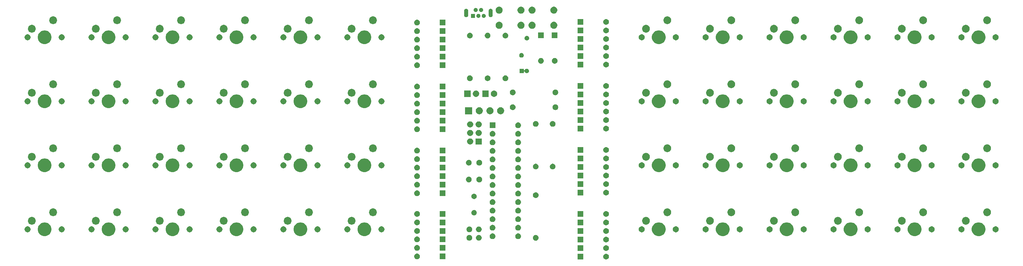
<source format=gts>
G04 #@! TF.GenerationSoftware,KiCad,Pcbnew,(5.1.2)-1*
G04 #@! TF.CreationDate,2019-05-03T22:44:58-04:00*
G04 #@! TF.ProjectId,Ergonomic_Ortholinear_Keyboard,4572676f-6e6f-46d6-9963-5f4f7274686f,rev?*
G04 #@! TF.SameCoordinates,Original*
G04 #@! TF.FileFunction,Soldermask,Top*
G04 #@! TF.FilePolarity,Negative*
%FSLAX46Y46*%
G04 Gerber Fmt 4.6, Leading zero omitted, Abs format (unit mm)*
G04 Created by KiCad (PCBNEW (5.1.2)-1) date 2019-05-03 22:44:58*
%MOMM*%
%LPD*%
G04 APERTURE LIST*
%ADD10C,0.100000*%
G04 APERTURE END LIST*
D10*
G36*
X201792823Y-101711313D02*
G01*
X201953242Y-101759976D01*
X202085906Y-101830886D01*
X202101078Y-101838996D01*
X202230659Y-101945341D01*
X202337004Y-102074922D01*
X202337005Y-102074924D01*
X202416024Y-102222758D01*
X202464687Y-102383177D01*
X202481117Y-102550000D01*
X202464687Y-102716823D01*
X202416024Y-102877242D01*
X202376024Y-102952076D01*
X202337004Y-103025078D01*
X202230659Y-103154659D01*
X202101078Y-103261004D01*
X202101076Y-103261005D01*
X201953242Y-103340024D01*
X201792823Y-103388687D01*
X201667804Y-103401000D01*
X201584196Y-103401000D01*
X201459177Y-103388687D01*
X201298758Y-103340024D01*
X201150924Y-103261005D01*
X201150922Y-103261004D01*
X201021341Y-103154659D01*
X200914996Y-103025078D01*
X200875976Y-102952076D01*
X200835976Y-102877242D01*
X200787313Y-102716823D01*
X200770883Y-102550000D01*
X200787313Y-102383177D01*
X200835976Y-102222758D01*
X200914995Y-102074924D01*
X200914996Y-102074922D01*
X201021341Y-101945341D01*
X201150922Y-101838996D01*
X201166094Y-101830886D01*
X201298758Y-101759976D01*
X201459177Y-101711313D01*
X201584196Y-101699000D01*
X201667804Y-101699000D01*
X201792823Y-101711313D01*
X201792823Y-101711313D01*
G37*
G36*
X194857000Y-103401000D02*
G01*
X193155000Y-103401000D01*
X193155000Y-101699000D01*
X194857000Y-101699000D01*
X194857000Y-103401000D01*
X194857000Y-103401000D01*
G37*
G36*
X153791000Y-103328000D02*
G01*
X152089000Y-103328000D01*
X152089000Y-101626000D01*
X153791000Y-101626000D01*
X153791000Y-103328000D01*
X153791000Y-103328000D01*
G37*
G36*
X145486823Y-101638313D02*
G01*
X145647242Y-101686976D01*
X145779906Y-101757886D01*
X145795078Y-101765996D01*
X145924659Y-101872341D01*
X146031004Y-102001922D01*
X146031005Y-102001924D01*
X146110024Y-102149758D01*
X146158687Y-102310177D01*
X146175117Y-102477000D01*
X146158687Y-102643823D01*
X146110024Y-102804242D01*
X146039114Y-102936906D01*
X146031004Y-102952078D01*
X145924659Y-103081659D01*
X145795078Y-103188004D01*
X145795076Y-103188005D01*
X145647242Y-103267024D01*
X145486823Y-103315687D01*
X145361804Y-103328000D01*
X145278196Y-103328000D01*
X145153177Y-103315687D01*
X144992758Y-103267024D01*
X144844924Y-103188005D01*
X144844922Y-103188004D01*
X144715341Y-103081659D01*
X144608996Y-102952078D01*
X144600886Y-102936906D01*
X144529976Y-102804242D01*
X144481313Y-102643823D01*
X144464883Y-102477000D01*
X144481313Y-102310177D01*
X144529976Y-102149758D01*
X144608995Y-102001924D01*
X144608996Y-102001922D01*
X144715341Y-101872341D01*
X144844922Y-101765996D01*
X144860094Y-101757886D01*
X144992758Y-101686976D01*
X145153177Y-101638313D01*
X145278196Y-101626000D01*
X145361804Y-101626000D01*
X145486823Y-101638313D01*
X145486823Y-101638313D01*
G37*
G36*
X201792823Y-99171313D02*
G01*
X201953242Y-99219976D01*
X202085906Y-99290886D01*
X202101078Y-99298996D01*
X202230659Y-99405341D01*
X202337004Y-99534922D01*
X202337005Y-99534924D01*
X202416024Y-99682758D01*
X202464687Y-99843177D01*
X202481117Y-100010000D01*
X202464687Y-100176823D01*
X202416024Y-100337242D01*
X202376024Y-100412076D01*
X202337004Y-100485078D01*
X202230659Y-100614659D01*
X202101078Y-100721004D01*
X202101076Y-100721005D01*
X201953242Y-100800024D01*
X201792823Y-100848687D01*
X201667804Y-100861000D01*
X201584196Y-100861000D01*
X201459177Y-100848687D01*
X201298758Y-100800024D01*
X201150924Y-100721005D01*
X201150922Y-100721004D01*
X201021341Y-100614659D01*
X200914996Y-100485078D01*
X200875976Y-100412076D01*
X200835976Y-100337242D01*
X200787313Y-100176823D01*
X200770883Y-100010000D01*
X200787313Y-99843177D01*
X200835976Y-99682758D01*
X200914995Y-99534924D01*
X200914996Y-99534922D01*
X201021341Y-99405341D01*
X201150922Y-99298996D01*
X201166094Y-99290886D01*
X201298758Y-99219976D01*
X201459177Y-99171313D01*
X201584196Y-99159000D01*
X201667804Y-99159000D01*
X201792823Y-99171313D01*
X201792823Y-99171313D01*
G37*
G36*
X194857000Y-100861000D02*
G01*
X193155000Y-100861000D01*
X193155000Y-99159000D01*
X194857000Y-99159000D01*
X194857000Y-100861000D01*
X194857000Y-100861000D01*
G37*
G36*
X145486823Y-99098313D02*
G01*
X145647242Y-99146976D01*
X145779906Y-99217886D01*
X145795078Y-99225996D01*
X145924659Y-99332341D01*
X146031004Y-99461922D01*
X146031005Y-99461924D01*
X146110024Y-99609758D01*
X146158687Y-99770177D01*
X146175117Y-99937000D01*
X146158687Y-100103823D01*
X146110024Y-100264242D01*
X146039114Y-100396906D01*
X146031004Y-100412078D01*
X145924659Y-100541659D01*
X145795078Y-100648004D01*
X145795076Y-100648005D01*
X145647242Y-100727024D01*
X145486823Y-100775687D01*
X145361804Y-100788000D01*
X145278196Y-100788000D01*
X145153177Y-100775687D01*
X144992758Y-100727024D01*
X144844924Y-100648005D01*
X144844922Y-100648004D01*
X144715341Y-100541659D01*
X144608996Y-100412078D01*
X144600886Y-100396906D01*
X144529976Y-100264242D01*
X144481313Y-100103823D01*
X144464883Y-99937000D01*
X144481313Y-99770177D01*
X144529976Y-99609758D01*
X144608995Y-99461924D01*
X144608996Y-99461922D01*
X144715341Y-99332341D01*
X144844922Y-99225996D01*
X144860094Y-99217886D01*
X144992758Y-99146976D01*
X145153177Y-99098313D01*
X145278196Y-99086000D01*
X145361804Y-99086000D01*
X145486823Y-99098313D01*
X145486823Y-99098313D01*
G37*
G36*
X153791000Y-100788000D02*
G01*
X152089000Y-100788000D01*
X152089000Y-99086000D01*
X153791000Y-99086000D01*
X153791000Y-100788000D01*
X153791000Y-100788000D01*
G37*
G36*
X194857000Y-98321000D02*
G01*
X193155000Y-98321000D01*
X193155000Y-96619000D01*
X194857000Y-96619000D01*
X194857000Y-98321000D01*
X194857000Y-98321000D01*
G37*
G36*
X201792823Y-96631313D02*
G01*
X201953242Y-96679976D01*
X202010855Y-96710771D01*
X202101078Y-96758996D01*
X202230659Y-96865341D01*
X202337004Y-96994922D01*
X202337005Y-96994924D01*
X202416024Y-97142758D01*
X202464687Y-97303177D01*
X202481117Y-97470000D01*
X202464687Y-97636823D01*
X202416024Y-97797242D01*
X202376024Y-97872076D01*
X202337004Y-97945078D01*
X202230659Y-98074659D01*
X202101078Y-98181004D01*
X202101076Y-98181005D01*
X201953242Y-98260024D01*
X201792823Y-98308687D01*
X201667804Y-98321000D01*
X201584196Y-98321000D01*
X201459177Y-98308687D01*
X201298758Y-98260024D01*
X201150924Y-98181005D01*
X201150922Y-98181004D01*
X201021341Y-98074659D01*
X200914996Y-97945078D01*
X200875976Y-97872076D01*
X200835976Y-97797242D01*
X200787313Y-97636823D01*
X200770883Y-97470000D01*
X200787313Y-97303177D01*
X200835976Y-97142758D01*
X200914995Y-96994924D01*
X200914996Y-96994922D01*
X201021341Y-96865341D01*
X201150922Y-96758996D01*
X201241145Y-96710771D01*
X201298758Y-96679976D01*
X201459177Y-96631313D01*
X201584196Y-96619000D01*
X201667804Y-96619000D01*
X201792823Y-96631313D01*
X201792823Y-96631313D01*
G37*
G36*
X145486823Y-96558313D02*
G01*
X145647242Y-96606976D01*
X145719923Y-96645825D01*
X145795078Y-96685996D01*
X145924659Y-96792341D01*
X146031004Y-96921922D01*
X146031005Y-96921924D01*
X146110024Y-97069758D01*
X146158687Y-97230177D01*
X146175117Y-97397000D01*
X146158687Y-97563823D01*
X146110024Y-97724242D01*
X146064185Y-97810000D01*
X146031004Y-97872078D01*
X145924659Y-98001659D01*
X145795078Y-98108004D01*
X145795076Y-98108005D01*
X145647242Y-98187024D01*
X145486823Y-98235687D01*
X145361804Y-98248000D01*
X145278196Y-98248000D01*
X145153177Y-98235687D01*
X144992758Y-98187024D01*
X144844924Y-98108005D01*
X144844922Y-98108004D01*
X144715341Y-98001659D01*
X144608996Y-97872078D01*
X144575815Y-97810000D01*
X144529976Y-97724242D01*
X144481313Y-97563823D01*
X144464883Y-97397000D01*
X144481313Y-97230177D01*
X144529976Y-97069758D01*
X144608995Y-96921924D01*
X144608996Y-96921922D01*
X144715341Y-96792341D01*
X144844922Y-96685996D01*
X144920077Y-96645825D01*
X144992758Y-96606976D01*
X145153177Y-96558313D01*
X145278196Y-96546000D01*
X145361804Y-96546000D01*
X145486823Y-96558313D01*
X145486823Y-96558313D01*
G37*
G36*
X153791000Y-98248000D02*
G01*
X152089000Y-98248000D01*
X152089000Y-96546000D01*
X153791000Y-96546000D01*
X153791000Y-98248000D01*
X153791000Y-98248000D01*
G37*
G36*
X180908228Y-96140703D02*
G01*
X181063100Y-96204853D01*
X181202481Y-96297985D01*
X181321015Y-96416519D01*
X181414147Y-96555900D01*
X181478297Y-96710772D01*
X181511000Y-96875184D01*
X181511000Y-97042816D01*
X181478297Y-97207228D01*
X181414147Y-97362100D01*
X181321015Y-97501481D01*
X181202481Y-97620015D01*
X181063100Y-97713147D01*
X180908228Y-97777297D01*
X180743816Y-97810000D01*
X180576184Y-97810000D01*
X180411772Y-97777297D01*
X180256900Y-97713147D01*
X180117519Y-97620015D01*
X179998985Y-97501481D01*
X179905853Y-97362100D01*
X179841703Y-97207228D01*
X179809000Y-97042816D01*
X179809000Y-96875184D01*
X179841703Y-96710772D01*
X179905853Y-96555900D01*
X179998985Y-96416519D01*
X180117519Y-96297985D01*
X180256900Y-96204853D01*
X180411772Y-96140703D01*
X180576184Y-96108000D01*
X180743816Y-96108000D01*
X180908228Y-96140703D01*
X180908228Y-96140703D01*
G37*
G36*
X163960228Y-96116703D02*
G01*
X164115100Y-96180853D01*
X164254481Y-96273985D01*
X164373015Y-96392519D01*
X164466147Y-96531900D01*
X164530297Y-96686772D01*
X164563000Y-96851184D01*
X164563000Y-97018816D01*
X164530297Y-97183228D01*
X164466147Y-97338100D01*
X164373015Y-97477481D01*
X164254481Y-97596015D01*
X164115100Y-97689147D01*
X163960228Y-97753297D01*
X163795816Y-97786000D01*
X163628184Y-97786000D01*
X163463772Y-97753297D01*
X163308900Y-97689147D01*
X163169519Y-97596015D01*
X163050985Y-97477481D01*
X162957853Y-97338100D01*
X162893703Y-97183228D01*
X162861000Y-97018816D01*
X162861000Y-96851184D01*
X162893703Y-96686772D01*
X162957853Y-96531900D01*
X163050985Y-96392519D01*
X163169519Y-96273985D01*
X163308900Y-96180853D01*
X163463772Y-96116703D01*
X163628184Y-96084000D01*
X163795816Y-96084000D01*
X163960228Y-96116703D01*
X163960228Y-96116703D01*
G37*
G36*
X161138228Y-96116703D02*
G01*
X161293100Y-96180853D01*
X161432481Y-96273985D01*
X161551015Y-96392519D01*
X161644147Y-96531900D01*
X161708297Y-96686772D01*
X161741000Y-96851184D01*
X161741000Y-97018816D01*
X161708297Y-97183228D01*
X161644147Y-97338100D01*
X161551015Y-97477481D01*
X161432481Y-97596015D01*
X161293100Y-97689147D01*
X161138228Y-97753297D01*
X160973816Y-97786000D01*
X160806184Y-97786000D01*
X160641772Y-97753297D01*
X160486900Y-97689147D01*
X160347519Y-97596015D01*
X160228985Y-97477481D01*
X160135853Y-97338100D01*
X160071703Y-97183228D01*
X160039000Y-97018816D01*
X160039000Y-96851184D01*
X160071703Y-96686772D01*
X160135853Y-96531900D01*
X160228985Y-96392519D01*
X160347519Y-96273985D01*
X160486900Y-96180853D01*
X160641772Y-96116703D01*
X160806184Y-96084000D01*
X160973816Y-96084000D01*
X161138228Y-96116703D01*
X161138228Y-96116703D01*
G37*
G36*
X167957267Y-95640313D02*
G01*
X168087824Y-95679917D01*
X168111255Y-95687025D01*
X168117686Y-95688976D01*
X168205074Y-95735686D01*
X168265522Y-95767996D01*
X168395103Y-95874341D01*
X168501448Y-96003922D01*
X168501449Y-96003924D01*
X168580468Y-96151758D01*
X168629131Y-96312177D01*
X168645561Y-96479000D01*
X168629131Y-96645823D01*
X168580468Y-96806242D01*
X168543617Y-96875185D01*
X168501448Y-96954078D01*
X168395103Y-97083659D01*
X168265522Y-97190004D01*
X168265520Y-97190005D01*
X168117686Y-97269024D01*
X167957267Y-97317687D01*
X167832248Y-97330000D01*
X167748640Y-97330000D01*
X167623621Y-97317687D01*
X167463202Y-97269024D01*
X167315368Y-97190005D01*
X167315366Y-97190004D01*
X167185785Y-97083659D01*
X167079440Y-96954078D01*
X167037271Y-96875185D01*
X167000420Y-96806242D01*
X166951757Y-96645823D01*
X166935327Y-96479000D01*
X166951757Y-96312177D01*
X167000420Y-96151758D01*
X167079439Y-96003924D01*
X167079440Y-96003922D01*
X167185785Y-95874341D01*
X167315366Y-95767996D01*
X167375814Y-95735686D01*
X167463202Y-95688976D01*
X167469634Y-95687025D01*
X167493064Y-95679917D01*
X167623621Y-95640313D01*
X167748640Y-95628000D01*
X167832248Y-95628000D01*
X167957267Y-95640313D01*
X167957267Y-95640313D01*
G37*
G36*
X175577267Y-95640313D02*
G01*
X175707824Y-95679917D01*
X175731255Y-95687025D01*
X175737686Y-95688976D01*
X175825074Y-95735686D01*
X175885522Y-95767996D01*
X176015103Y-95874341D01*
X176121448Y-96003922D01*
X176121449Y-96003924D01*
X176200468Y-96151758D01*
X176249131Y-96312177D01*
X176265561Y-96479000D01*
X176249131Y-96645823D01*
X176200468Y-96806242D01*
X176163617Y-96875185D01*
X176121448Y-96954078D01*
X176015103Y-97083659D01*
X175885522Y-97190004D01*
X175885520Y-97190005D01*
X175737686Y-97269024D01*
X175577267Y-97317687D01*
X175452248Y-97330000D01*
X175368640Y-97330000D01*
X175243621Y-97317687D01*
X175083202Y-97269024D01*
X174935368Y-97190005D01*
X174935366Y-97190004D01*
X174805785Y-97083659D01*
X174699440Y-96954078D01*
X174657271Y-96875185D01*
X174620420Y-96806242D01*
X174571757Y-96645823D01*
X174555327Y-96479000D01*
X174571757Y-96312177D01*
X174620420Y-96151758D01*
X174699439Y-96003924D01*
X174699440Y-96003922D01*
X174805785Y-95874341D01*
X174935366Y-95767996D01*
X174995814Y-95735686D01*
X175083202Y-95688976D01*
X175089634Y-95687025D01*
X175113064Y-95679917D01*
X175243621Y-95640313D01*
X175368640Y-95628000D01*
X175452248Y-95628000D01*
X175577267Y-95640313D01*
X175577267Y-95640313D01*
G37*
G36*
X54027254Y-92437818D02*
G01*
X54400511Y-92592426D01*
X54400513Y-92592427D01*
X54736436Y-92816884D01*
X55022116Y-93102564D01*
X55246574Y-93438489D01*
X55401182Y-93811746D01*
X55480000Y-94207993D01*
X55480000Y-94612007D01*
X55401182Y-95008254D01*
X55250482Y-95372076D01*
X55246573Y-95381513D01*
X55022116Y-95717436D01*
X54736436Y-96003116D01*
X54400513Y-96227573D01*
X54400512Y-96227574D01*
X54400511Y-96227574D01*
X54027254Y-96382182D01*
X53631007Y-96461000D01*
X53226993Y-96461000D01*
X52830746Y-96382182D01*
X52457489Y-96227574D01*
X52457488Y-96227574D01*
X52457487Y-96227573D01*
X52121564Y-96003116D01*
X51835884Y-95717436D01*
X51611427Y-95381513D01*
X51607518Y-95372076D01*
X51456818Y-95008254D01*
X51378000Y-94612007D01*
X51378000Y-94207993D01*
X51456818Y-93811746D01*
X51611426Y-93438489D01*
X51835884Y-93102564D01*
X52121564Y-92816884D01*
X52457487Y-92592427D01*
X52457489Y-92592426D01*
X52830746Y-92437818D01*
X53226993Y-92359000D01*
X53631007Y-92359000D01*
X54027254Y-92437818D01*
X54027254Y-92437818D01*
G37*
G36*
X275072254Y-92437818D02*
G01*
X275445511Y-92592426D01*
X275445513Y-92592427D01*
X275781436Y-92816884D01*
X276067116Y-93102564D01*
X276291574Y-93438489D01*
X276446182Y-93811746D01*
X276525000Y-94207993D01*
X276525000Y-94612007D01*
X276446182Y-95008254D01*
X276295482Y-95372076D01*
X276291573Y-95381513D01*
X276067116Y-95717436D01*
X275781436Y-96003116D01*
X275445513Y-96227573D01*
X275445512Y-96227574D01*
X275445511Y-96227574D01*
X275072254Y-96382182D01*
X274676007Y-96461000D01*
X274271993Y-96461000D01*
X273875746Y-96382182D01*
X273502489Y-96227574D01*
X273502488Y-96227574D01*
X273502487Y-96227573D01*
X273166564Y-96003116D01*
X272880884Y-95717436D01*
X272656427Y-95381513D01*
X272652518Y-95372076D01*
X272501818Y-95008254D01*
X272423000Y-94612007D01*
X272423000Y-94207993D01*
X272501818Y-93811746D01*
X272656426Y-93438489D01*
X272880884Y-93102564D01*
X273166564Y-92816884D01*
X273502487Y-92592427D01*
X273502489Y-92592426D01*
X273875746Y-92437818D01*
X274271993Y-92359000D01*
X274676007Y-92359000D01*
X275072254Y-92437818D01*
X275072254Y-92437818D01*
G37*
G36*
X294122254Y-92437818D02*
G01*
X294495511Y-92592426D01*
X294495513Y-92592427D01*
X294831436Y-92816884D01*
X295117116Y-93102564D01*
X295341574Y-93438489D01*
X295496182Y-93811746D01*
X295575000Y-94207993D01*
X295575000Y-94612007D01*
X295496182Y-95008254D01*
X295345482Y-95372076D01*
X295341573Y-95381513D01*
X295117116Y-95717436D01*
X294831436Y-96003116D01*
X294495513Y-96227573D01*
X294495512Y-96227574D01*
X294495511Y-96227574D01*
X294122254Y-96382182D01*
X293726007Y-96461000D01*
X293321993Y-96461000D01*
X292925746Y-96382182D01*
X292552489Y-96227574D01*
X292552488Y-96227574D01*
X292552487Y-96227573D01*
X292216564Y-96003116D01*
X291930884Y-95717436D01*
X291706427Y-95381513D01*
X291702518Y-95372076D01*
X291551818Y-95008254D01*
X291473000Y-94612007D01*
X291473000Y-94207993D01*
X291551818Y-93811746D01*
X291706426Y-93438489D01*
X291930884Y-93102564D01*
X292216564Y-92816884D01*
X292552487Y-92592427D01*
X292552489Y-92592426D01*
X292925746Y-92437818D01*
X293321993Y-92359000D01*
X293726007Y-92359000D01*
X294122254Y-92437818D01*
X294122254Y-92437818D01*
G37*
G36*
X313172254Y-92437818D02*
G01*
X313545511Y-92592426D01*
X313545513Y-92592427D01*
X313881436Y-92816884D01*
X314167116Y-93102564D01*
X314391574Y-93438489D01*
X314546182Y-93811746D01*
X314625000Y-94207993D01*
X314625000Y-94612007D01*
X314546182Y-95008254D01*
X314395482Y-95372076D01*
X314391573Y-95381513D01*
X314167116Y-95717436D01*
X313881436Y-96003116D01*
X313545513Y-96227573D01*
X313545512Y-96227574D01*
X313545511Y-96227574D01*
X313172254Y-96382182D01*
X312776007Y-96461000D01*
X312371993Y-96461000D01*
X311975746Y-96382182D01*
X311602489Y-96227574D01*
X311602488Y-96227574D01*
X311602487Y-96227573D01*
X311266564Y-96003116D01*
X310980884Y-95717436D01*
X310756427Y-95381513D01*
X310752518Y-95372076D01*
X310601818Y-95008254D01*
X310523000Y-94612007D01*
X310523000Y-94207993D01*
X310601818Y-93811746D01*
X310756426Y-93438489D01*
X310980884Y-93102564D01*
X311266564Y-92816884D01*
X311602487Y-92592427D01*
X311602489Y-92592426D01*
X311975746Y-92437818D01*
X312371993Y-92359000D01*
X312776007Y-92359000D01*
X313172254Y-92437818D01*
X313172254Y-92437818D01*
G37*
G36*
X34977254Y-92437818D02*
G01*
X35350511Y-92592426D01*
X35350513Y-92592427D01*
X35686436Y-92816884D01*
X35972116Y-93102564D01*
X36196574Y-93438489D01*
X36351182Y-93811746D01*
X36430000Y-94207993D01*
X36430000Y-94612007D01*
X36351182Y-95008254D01*
X36200482Y-95372076D01*
X36196573Y-95381513D01*
X35972116Y-95717436D01*
X35686436Y-96003116D01*
X35350513Y-96227573D01*
X35350512Y-96227574D01*
X35350511Y-96227574D01*
X34977254Y-96382182D01*
X34581007Y-96461000D01*
X34176993Y-96461000D01*
X33780746Y-96382182D01*
X33407489Y-96227574D01*
X33407488Y-96227574D01*
X33407487Y-96227573D01*
X33071564Y-96003116D01*
X32785884Y-95717436D01*
X32561427Y-95381513D01*
X32557518Y-95372076D01*
X32406818Y-95008254D01*
X32328000Y-94612007D01*
X32328000Y-94207993D01*
X32406818Y-93811746D01*
X32561426Y-93438489D01*
X32785884Y-93102564D01*
X33071564Y-92816884D01*
X33407487Y-92592427D01*
X33407489Y-92592426D01*
X33780746Y-92437818D01*
X34176993Y-92359000D01*
X34581007Y-92359000D01*
X34977254Y-92437818D01*
X34977254Y-92437818D01*
G37*
G36*
X73077254Y-92437818D02*
G01*
X73450511Y-92592426D01*
X73450513Y-92592427D01*
X73786436Y-92816884D01*
X74072116Y-93102564D01*
X74296574Y-93438489D01*
X74451182Y-93811746D01*
X74530000Y-94207993D01*
X74530000Y-94612007D01*
X74451182Y-95008254D01*
X74300482Y-95372076D01*
X74296573Y-95381513D01*
X74072116Y-95717436D01*
X73786436Y-96003116D01*
X73450513Y-96227573D01*
X73450512Y-96227574D01*
X73450511Y-96227574D01*
X73077254Y-96382182D01*
X72681007Y-96461000D01*
X72276993Y-96461000D01*
X71880746Y-96382182D01*
X71507489Y-96227574D01*
X71507488Y-96227574D01*
X71507487Y-96227573D01*
X71171564Y-96003116D01*
X70885884Y-95717436D01*
X70661427Y-95381513D01*
X70657518Y-95372076D01*
X70506818Y-95008254D01*
X70428000Y-94612007D01*
X70428000Y-94207993D01*
X70506818Y-93811746D01*
X70661426Y-93438489D01*
X70885884Y-93102564D01*
X71171564Y-92816884D01*
X71507487Y-92592427D01*
X71507489Y-92592426D01*
X71880746Y-92437818D01*
X72276993Y-92359000D01*
X72681007Y-92359000D01*
X73077254Y-92437818D01*
X73077254Y-92437818D01*
G37*
G36*
X111177254Y-92437818D02*
G01*
X111550511Y-92592426D01*
X111550513Y-92592427D01*
X111886436Y-92816884D01*
X112172116Y-93102564D01*
X112396574Y-93438489D01*
X112551182Y-93811746D01*
X112630000Y-94207993D01*
X112630000Y-94612007D01*
X112551182Y-95008254D01*
X112400482Y-95372076D01*
X112396573Y-95381513D01*
X112172116Y-95717436D01*
X111886436Y-96003116D01*
X111550513Y-96227573D01*
X111550512Y-96227574D01*
X111550511Y-96227574D01*
X111177254Y-96382182D01*
X110781007Y-96461000D01*
X110376993Y-96461000D01*
X109980746Y-96382182D01*
X109607489Y-96227574D01*
X109607488Y-96227574D01*
X109607487Y-96227573D01*
X109271564Y-96003116D01*
X108985884Y-95717436D01*
X108761427Y-95381513D01*
X108757518Y-95372076D01*
X108606818Y-95008254D01*
X108528000Y-94612007D01*
X108528000Y-94207993D01*
X108606818Y-93811746D01*
X108761426Y-93438489D01*
X108985884Y-93102564D01*
X109271564Y-92816884D01*
X109607487Y-92592427D01*
X109607489Y-92592426D01*
X109980746Y-92437818D01*
X110376993Y-92359000D01*
X110781007Y-92359000D01*
X111177254Y-92437818D01*
X111177254Y-92437818D01*
G37*
G36*
X130227254Y-92437818D02*
G01*
X130600511Y-92592426D01*
X130600513Y-92592427D01*
X130936436Y-92816884D01*
X131222116Y-93102564D01*
X131446574Y-93438489D01*
X131601182Y-93811746D01*
X131680000Y-94207993D01*
X131680000Y-94612007D01*
X131601182Y-95008254D01*
X131450482Y-95372076D01*
X131446573Y-95381513D01*
X131222116Y-95717436D01*
X130936436Y-96003116D01*
X130600513Y-96227573D01*
X130600512Y-96227574D01*
X130600511Y-96227574D01*
X130227254Y-96382182D01*
X129831007Y-96461000D01*
X129426993Y-96461000D01*
X129030746Y-96382182D01*
X128657489Y-96227574D01*
X128657488Y-96227574D01*
X128657487Y-96227573D01*
X128321564Y-96003116D01*
X128035884Y-95717436D01*
X127811427Y-95381513D01*
X127807518Y-95372076D01*
X127656818Y-95008254D01*
X127578000Y-94612007D01*
X127578000Y-94207993D01*
X127656818Y-93811746D01*
X127811426Y-93438489D01*
X128035884Y-93102564D01*
X128321564Y-92816884D01*
X128657487Y-92592427D01*
X128657489Y-92592426D01*
X129030746Y-92437818D01*
X129426993Y-92359000D01*
X129831007Y-92359000D01*
X130227254Y-92437818D01*
X130227254Y-92437818D01*
G37*
G36*
X217922254Y-92437818D02*
G01*
X218295511Y-92592426D01*
X218295513Y-92592427D01*
X218631436Y-92816884D01*
X218917116Y-93102564D01*
X219141574Y-93438489D01*
X219296182Y-93811746D01*
X219375000Y-94207993D01*
X219375000Y-94612007D01*
X219296182Y-95008254D01*
X219145482Y-95372076D01*
X219141573Y-95381513D01*
X218917116Y-95717436D01*
X218631436Y-96003116D01*
X218295513Y-96227573D01*
X218295512Y-96227574D01*
X218295511Y-96227574D01*
X217922254Y-96382182D01*
X217526007Y-96461000D01*
X217121993Y-96461000D01*
X216725746Y-96382182D01*
X216352489Y-96227574D01*
X216352488Y-96227574D01*
X216352487Y-96227573D01*
X216016564Y-96003116D01*
X215730884Y-95717436D01*
X215506427Y-95381513D01*
X215502518Y-95372076D01*
X215351818Y-95008254D01*
X215273000Y-94612007D01*
X215273000Y-94207993D01*
X215351818Y-93811746D01*
X215506426Y-93438489D01*
X215730884Y-93102564D01*
X216016564Y-92816884D01*
X216352487Y-92592427D01*
X216352489Y-92592426D01*
X216725746Y-92437818D01*
X217121993Y-92359000D01*
X217526007Y-92359000D01*
X217922254Y-92437818D01*
X217922254Y-92437818D01*
G37*
G36*
X236972254Y-92437818D02*
G01*
X237345511Y-92592426D01*
X237345513Y-92592427D01*
X237681436Y-92816884D01*
X237967116Y-93102564D01*
X238191574Y-93438489D01*
X238346182Y-93811746D01*
X238425000Y-94207993D01*
X238425000Y-94612007D01*
X238346182Y-95008254D01*
X238195482Y-95372076D01*
X238191573Y-95381513D01*
X237967116Y-95717436D01*
X237681436Y-96003116D01*
X237345513Y-96227573D01*
X237345512Y-96227574D01*
X237345511Y-96227574D01*
X236972254Y-96382182D01*
X236576007Y-96461000D01*
X236171993Y-96461000D01*
X235775746Y-96382182D01*
X235402489Y-96227574D01*
X235402488Y-96227574D01*
X235402487Y-96227573D01*
X235066564Y-96003116D01*
X234780884Y-95717436D01*
X234556427Y-95381513D01*
X234552518Y-95372076D01*
X234401818Y-95008254D01*
X234323000Y-94612007D01*
X234323000Y-94207993D01*
X234401818Y-93811746D01*
X234556426Y-93438489D01*
X234780884Y-93102564D01*
X235066564Y-92816884D01*
X235402487Y-92592427D01*
X235402489Y-92592426D01*
X235775746Y-92437818D01*
X236171993Y-92359000D01*
X236576007Y-92359000D01*
X236972254Y-92437818D01*
X236972254Y-92437818D01*
G37*
G36*
X256022254Y-92437818D02*
G01*
X256395511Y-92592426D01*
X256395513Y-92592427D01*
X256731436Y-92816884D01*
X257017116Y-93102564D01*
X257241574Y-93438489D01*
X257396182Y-93811746D01*
X257475000Y-94207993D01*
X257475000Y-94612007D01*
X257396182Y-95008254D01*
X257245482Y-95372076D01*
X257241573Y-95381513D01*
X257017116Y-95717436D01*
X256731436Y-96003116D01*
X256395513Y-96227573D01*
X256395512Y-96227574D01*
X256395511Y-96227574D01*
X256022254Y-96382182D01*
X255626007Y-96461000D01*
X255221993Y-96461000D01*
X254825746Y-96382182D01*
X254452489Y-96227574D01*
X254452488Y-96227574D01*
X254452487Y-96227573D01*
X254116564Y-96003116D01*
X253830884Y-95717436D01*
X253606427Y-95381513D01*
X253602518Y-95372076D01*
X253451818Y-95008254D01*
X253373000Y-94612007D01*
X253373000Y-94207993D01*
X253451818Y-93811746D01*
X253606426Y-93438489D01*
X253830884Y-93102564D01*
X254116564Y-92816884D01*
X254452487Y-92592427D01*
X254452489Y-92592426D01*
X254825746Y-92437818D01*
X255221993Y-92359000D01*
X255626007Y-92359000D01*
X256022254Y-92437818D01*
X256022254Y-92437818D01*
G37*
G36*
X92127254Y-92437818D02*
G01*
X92500511Y-92592426D01*
X92500513Y-92592427D01*
X92836436Y-92816884D01*
X93122116Y-93102564D01*
X93346574Y-93438489D01*
X93501182Y-93811746D01*
X93580000Y-94207993D01*
X93580000Y-94612007D01*
X93501182Y-95008254D01*
X93350482Y-95372076D01*
X93346573Y-95381513D01*
X93122116Y-95717436D01*
X92836436Y-96003116D01*
X92500513Y-96227573D01*
X92500512Y-96227574D01*
X92500511Y-96227574D01*
X92127254Y-96382182D01*
X91731007Y-96461000D01*
X91326993Y-96461000D01*
X90930746Y-96382182D01*
X90557489Y-96227574D01*
X90557488Y-96227574D01*
X90557487Y-96227573D01*
X90221564Y-96003116D01*
X89935884Y-95717436D01*
X89711427Y-95381513D01*
X89707518Y-95372076D01*
X89556818Y-95008254D01*
X89478000Y-94612007D01*
X89478000Y-94207993D01*
X89556818Y-93811746D01*
X89711426Y-93438489D01*
X89935884Y-93102564D01*
X90221564Y-92816884D01*
X90557487Y-92592427D01*
X90557489Y-92592426D01*
X90930746Y-92437818D01*
X91326993Y-92359000D01*
X91731007Y-92359000D01*
X92127254Y-92437818D01*
X92127254Y-92437818D01*
G37*
G36*
X194857000Y-95781000D02*
G01*
X193155000Y-95781000D01*
X193155000Y-94079000D01*
X194857000Y-94079000D01*
X194857000Y-95781000D01*
X194857000Y-95781000D01*
G37*
G36*
X201792823Y-94091313D02*
G01*
X201953242Y-94139976D01*
X202039337Y-94185995D01*
X202101078Y-94218996D01*
X202230659Y-94325341D01*
X202337004Y-94454922D01*
X202337005Y-94454924D01*
X202416024Y-94602758D01*
X202464687Y-94763177D01*
X202481117Y-94930000D01*
X202464687Y-95096823D01*
X202416024Y-95257242D01*
X202354644Y-95372076D01*
X202337004Y-95405078D01*
X202230659Y-95534659D01*
X202101078Y-95641004D01*
X202101076Y-95641005D01*
X201953242Y-95720024D01*
X201792823Y-95768687D01*
X201667804Y-95781000D01*
X201584196Y-95781000D01*
X201459177Y-95768687D01*
X201298758Y-95720024D01*
X201150924Y-95641005D01*
X201150922Y-95641004D01*
X201021341Y-95534659D01*
X200914996Y-95405078D01*
X200897356Y-95372076D01*
X200835976Y-95257242D01*
X200787313Y-95096823D01*
X200770883Y-94930000D01*
X200787313Y-94763177D01*
X200835976Y-94602758D01*
X200914995Y-94454924D01*
X200914996Y-94454922D01*
X201021341Y-94325341D01*
X201150922Y-94218996D01*
X201212663Y-94185995D01*
X201298758Y-94139976D01*
X201459177Y-94091313D01*
X201584196Y-94079000D01*
X201667804Y-94079000D01*
X201792823Y-94091313D01*
X201792823Y-94091313D01*
G37*
G36*
X153791000Y-95748000D02*
G01*
X152089000Y-95748000D01*
X152089000Y-94046000D01*
X153791000Y-94046000D01*
X153791000Y-95748000D01*
X153791000Y-95748000D01*
G37*
G36*
X145486823Y-94058313D02*
G01*
X145647242Y-94106976D01*
X145722473Y-94147188D01*
X145795078Y-94185996D01*
X145924659Y-94292341D01*
X146031004Y-94421922D01*
X146031005Y-94421924D01*
X146110024Y-94569758D01*
X146158687Y-94730177D01*
X146175117Y-94897000D01*
X146158687Y-95063823D01*
X146110024Y-95224242D01*
X146063651Y-95311000D01*
X146031004Y-95372078D01*
X145924659Y-95501659D01*
X145795078Y-95608004D01*
X145795076Y-95608005D01*
X145647242Y-95687024D01*
X145647239Y-95687025D01*
X145640807Y-95688976D01*
X145486823Y-95735687D01*
X145361804Y-95748000D01*
X145278196Y-95748000D01*
X145153177Y-95735687D01*
X144999193Y-95688976D01*
X144992761Y-95687025D01*
X144992758Y-95687024D01*
X144844924Y-95608005D01*
X144844922Y-95608004D01*
X144715341Y-95501659D01*
X144608996Y-95372078D01*
X144576349Y-95311000D01*
X144529976Y-95224242D01*
X144481313Y-95063823D01*
X144464883Y-94897000D01*
X144481313Y-94730177D01*
X144529976Y-94569758D01*
X144608995Y-94421924D01*
X144608996Y-94421922D01*
X144715341Y-94292341D01*
X144844922Y-94185996D01*
X144917527Y-94147188D01*
X144992758Y-94106976D01*
X145153177Y-94058313D01*
X145278196Y-94046000D01*
X145361804Y-94046000D01*
X145486823Y-94058313D01*
X145486823Y-94058313D01*
G37*
G36*
X288557512Y-93513927D02*
G01*
X288706812Y-93543624D01*
X288870784Y-93611544D01*
X289018354Y-93710147D01*
X289143853Y-93835646D01*
X289242456Y-93983216D01*
X289310376Y-94147188D01*
X289345000Y-94321259D01*
X289345000Y-94498741D01*
X289310376Y-94672812D01*
X289242456Y-94836784D01*
X289143853Y-94984354D01*
X289018354Y-95109853D01*
X288870784Y-95208456D01*
X288706812Y-95276376D01*
X288557512Y-95306073D01*
X288532742Y-95311000D01*
X288355258Y-95311000D01*
X288330488Y-95306073D01*
X288181188Y-95276376D01*
X288017216Y-95208456D01*
X287869646Y-95109853D01*
X287744147Y-94984354D01*
X287645544Y-94836784D01*
X287577624Y-94672812D01*
X287543000Y-94498741D01*
X287543000Y-94321259D01*
X287577624Y-94147188D01*
X287645544Y-93983216D01*
X287744147Y-93835646D01*
X287869646Y-93710147D01*
X288017216Y-93611544D01*
X288181188Y-93543624D01*
X288330488Y-93513927D01*
X288355258Y-93509000D01*
X288532742Y-93509000D01*
X288557512Y-93513927D01*
X288557512Y-93513927D01*
G37*
G36*
X222517512Y-93513927D02*
G01*
X222666812Y-93543624D01*
X222830784Y-93611544D01*
X222978354Y-93710147D01*
X223103853Y-93835646D01*
X223202456Y-93983216D01*
X223270376Y-94147188D01*
X223305000Y-94321259D01*
X223305000Y-94498741D01*
X223270376Y-94672812D01*
X223202456Y-94836784D01*
X223103853Y-94984354D01*
X222978354Y-95109853D01*
X222830784Y-95208456D01*
X222666812Y-95276376D01*
X222517512Y-95306073D01*
X222492742Y-95311000D01*
X222315258Y-95311000D01*
X222290488Y-95306073D01*
X222141188Y-95276376D01*
X221977216Y-95208456D01*
X221829646Y-95109853D01*
X221704147Y-94984354D01*
X221605544Y-94836784D01*
X221537624Y-94672812D01*
X221503000Y-94498741D01*
X221503000Y-94321259D01*
X221537624Y-94147188D01*
X221605544Y-93983216D01*
X221704147Y-93835646D01*
X221829646Y-93710147D01*
X221977216Y-93611544D01*
X222141188Y-93543624D01*
X222290488Y-93513927D01*
X222315258Y-93509000D01*
X222492742Y-93509000D01*
X222517512Y-93513927D01*
X222517512Y-93513927D01*
G37*
G36*
X212357512Y-93513927D02*
G01*
X212506812Y-93543624D01*
X212670784Y-93611544D01*
X212818354Y-93710147D01*
X212943853Y-93835646D01*
X213042456Y-93983216D01*
X213110376Y-94147188D01*
X213145000Y-94321259D01*
X213145000Y-94498741D01*
X213110376Y-94672812D01*
X213042456Y-94836784D01*
X212943853Y-94984354D01*
X212818354Y-95109853D01*
X212670784Y-95208456D01*
X212506812Y-95276376D01*
X212357512Y-95306073D01*
X212332742Y-95311000D01*
X212155258Y-95311000D01*
X212130488Y-95306073D01*
X211981188Y-95276376D01*
X211817216Y-95208456D01*
X211669646Y-95109853D01*
X211544147Y-94984354D01*
X211445544Y-94836784D01*
X211377624Y-94672812D01*
X211343000Y-94498741D01*
X211343000Y-94321259D01*
X211377624Y-94147188D01*
X211445544Y-93983216D01*
X211544147Y-93835646D01*
X211669646Y-93710147D01*
X211817216Y-93611544D01*
X211981188Y-93543624D01*
X212130488Y-93513927D01*
X212155258Y-93509000D01*
X212332742Y-93509000D01*
X212357512Y-93513927D01*
X212357512Y-93513927D01*
G37*
G36*
X241567512Y-93513927D02*
G01*
X241716812Y-93543624D01*
X241880784Y-93611544D01*
X242028354Y-93710147D01*
X242153853Y-93835646D01*
X242252456Y-93983216D01*
X242320376Y-94147188D01*
X242355000Y-94321259D01*
X242355000Y-94498741D01*
X242320376Y-94672812D01*
X242252456Y-94836784D01*
X242153853Y-94984354D01*
X242028354Y-95109853D01*
X241880784Y-95208456D01*
X241716812Y-95276376D01*
X241567512Y-95306073D01*
X241542742Y-95311000D01*
X241365258Y-95311000D01*
X241340488Y-95306073D01*
X241191188Y-95276376D01*
X241027216Y-95208456D01*
X240879646Y-95109853D01*
X240754147Y-94984354D01*
X240655544Y-94836784D01*
X240587624Y-94672812D01*
X240553000Y-94498741D01*
X240553000Y-94321259D01*
X240587624Y-94147188D01*
X240655544Y-93983216D01*
X240754147Y-93835646D01*
X240879646Y-93710147D01*
X241027216Y-93611544D01*
X241191188Y-93543624D01*
X241340488Y-93513927D01*
X241365258Y-93509000D01*
X241542742Y-93509000D01*
X241567512Y-93513927D01*
X241567512Y-93513927D01*
G37*
G36*
X231407512Y-93513927D02*
G01*
X231556812Y-93543624D01*
X231720784Y-93611544D01*
X231868354Y-93710147D01*
X231993853Y-93835646D01*
X232092456Y-93983216D01*
X232160376Y-94147188D01*
X232195000Y-94321259D01*
X232195000Y-94498741D01*
X232160376Y-94672812D01*
X232092456Y-94836784D01*
X231993853Y-94984354D01*
X231868354Y-95109853D01*
X231720784Y-95208456D01*
X231556812Y-95276376D01*
X231407512Y-95306073D01*
X231382742Y-95311000D01*
X231205258Y-95311000D01*
X231180488Y-95306073D01*
X231031188Y-95276376D01*
X230867216Y-95208456D01*
X230719646Y-95109853D01*
X230594147Y-94984354D01*
X230495544Y-94836784D01*
X230427624Y-94672812D01*
X230393000Y-94498741D01*
X230393000Y-94321259D01*
X230427624Y-94147188D01*
X230495544Y-93983216D01*
X230594147Y-93835646D01*
X230719646Y-93710147D01*
X230867216Y-93611544D01*
X231031188Y-93543624D01*
X231180488Y-93513927D01*
X231205258Y-93509000D01*
X231382742Y-93509000D01*
X231407512Y-93513927D01*
X231407512Y-93513927D01*
G37*
G36*
X260617512Y-93513927D02*
G01*
X260766812Y-93543624D01*
X260930784Y-93611544D01*
X261078354Y-93710147D01*
X261203853Y-93835646D01*
X261302456Y-93983216D01*
X261370376Y-94147188D01*
X261405000Y-94321259D01*
X261405000Y-94498741D01*
X261370376Y-94672812D01*
X261302456Y-94836784D01*
X261203853Y-94984354D01*
X261078354Y-95109853D01*
X260930784Y-95208456D01*
X260766812Y-95276376D01*
X260617512Y-95306073D01*
X260592742Y-95311000D01*
X260415258Y-95311000D01*
X260390488Y-95306073D01*
X260241188Y-95276376D01*
X260077216Y-95208456D01*
X259929646Y-95109853D01*
X259804147Y-94984354D01*
X259705544Y-94836784D01*
X259637624Y-94672812D01*
X259603000Y-94498741D01*
X259603000Y-94321259D01*
X259637624Y-94147188D01*
X259705544Y-93983216D01*
X259804147Y-93835646D01*
X259929646Y-93710147D01*
X260077216Y-93611544D01*
X260241188Y-93543624D01*
X260390488Y-93513927D01*
X260415258Y-93509000D01*
X260592742Y-93509000D01*
X260617512Y-93513927D01*
X260617512Y-93513927D01*
G37*
G36*
X250457512Y-93513927D02*
G01*
X250606812Y-93543624D01*
X250770784Y-93611544D01*
X250918354Y-93710147D01*
X251043853Y-93835646D01*
X251142456Y-93983216D01*
X251210376Y-94147188D01*
X251245000Y-94321259D01*
X251245000Y-94498741D01*
X251210376Y-94672812D01*
X251142456Y-94836784D01*
X251043853Y-94984354D01*
X250918354Y-95109853D01*
X250770784Y-95208456D01*
X250606812Y-95276376D01*
X250457512Y-95306073D01*
X250432742Y-95311000D01*
X250255258Y-95311000D01*
X250230488Y-95306073D01*
X250081188Y-95276376D01*
X249917216Y-95208456D01*
X249769646Y-95109853D01*
X249644147Y-94984354D01*
X249545544Y-94836784D01*
X249477624Y-94672812D01*
X249443000Y-94498741D01*
X249443000Y-94321259D01*
X249477624Y-94147188D01*
X249545544Y-93983216D01*
X249644147Y-93835646D01*
X249769646Y-93710147D01*
X249917216Y-93611544D01*
X250081188Y-93543624D01*
X250230488Y-93513927D01*
X250255258Y-93509000D01*
X250432742Y-93509000D01*
X250457512Y-93513927D01*
X250457512Y-93513927D01*
G37*
G36*
X124662512Y-93513927D02*
G01*
X124811812Y-93543624D01*
X124975784Y-93611544D01*
X125123354Y-93710147D01*
X125248853Y-93835646D01*
X125347456Y-93983216D01*
X125415376Y-94147188D01*
X125450000Y-94321259D01*
X125450000Y-94498741D01*
X125415376Y-94672812D01*
X125347456Y-94836784D01*
X125248853Y-94984354D01*
X125123354Y-95109853D01*
X124975784Y-95208456D01*
X124811812Y-95276376D01*
X124662512Y-95306073D01*
X124637742Y-95311000D01*
X124460258Y-95311000D01*
X124435488Y-95306073D01*
X124286188Y-95276376D01*
X124122216Y-95208456D01*
X123974646Y-95109853D01*
X123849147Y-94984354D01*
X123750544Y-94836784D01*
X123682624Y-94672812D01*
X123648000Y-94498741D01*
X123648000Y-94321259D01*
X123682624Y-94147188D01*
X123750544Y-93983216D01*
X123849147Y-93835646D01*
X123974646Y-93710147D01*
X124122216Y-93611544D01*
X124286188Y-93543624D01*
X124435488Y-93513927D01*
X124460258Y-93509000D01*
X124637742Y-93509000D01*
X124662512Y-93513927D01*
X124662512Y-93513927D01*
G37*
G36*
X317767512Y-93513927D02*
G01*
X317916812Y-93543624D01*
X318080784Y-93611544D01*
X318228354Y-93710147D01*
X318353853Y-93835646D01*
X318452456Y-93983216D01*
X318520376Y-94147188D01*
X318555000Y-94321259D01*
X318555000Y-94498741D01*
X318520376Y-94672812D01*
X318452456Y-94836784D01*
X318353853Y-94984354D01*
X318228354Y-95109853D01*
X318080784Y-95208456D01*
X317916812Y-95276376D01*
X317767512Y-95306073D01*
X317742742Y-95311000D01*
X317565258Y-95311000D01*
X317540488Y-95306073D01*
X317391188Y-95276376D01*
X317227216Y-95208456D01*
X317079646Y-95109853D01*
X316954147Y-94984354D01*
X316855544Y-94836784D01*
X316787624Y-94672812D01*
X316753000Y-94498741D01*
X316753000Y-94321259D01*
X316787624Y-94147188D01*
X316855544Y-93983216D01*
X316954147Y-93835646D01*
X317079646Y-93710147D01*
X317227216Y-93611544D01*
X317391188Y-93543624D01*
X317540488Y-93513927D01*
X317565258Y-93509000D01*
X317742742Y-93509000D01*
X317767512Y-93513927D01*
X317767512Y-93513927D01*
G37*
G36*
X307607512Y-93513927D02*
G01*
X307756812Y-93543624D01*
X307920784Y-93611544D01*
X308068354Y-93710147D01*
X308193853Y-93835646D01*
X308292456Y-93983216D01*
X308360376Y-94147188D01*
X308395000Y-94321259D01*
X308395000Y-94498741D01*
X308360376Y-94672812D01*
X308292456Y-94836784D01*
X308193853Y-94984354D01*
X308068354Y-95109853D01*
X307920784Y-95208456D01*
X307756812Y-95276376D01*
X307607512Y-95306073D01*
X307582742Y-95311000D01*
X307405258Y-95311000D01*
X307380488Y-95306073D01*
X307231188Y-95276376D01*
X307067216Y-95208456D01*
X306919646Y-95109853D01*
X306794147Y-94984354D01*
X306695544Y-94836784D01*
X306627624Y-94672812D01*
X306593000Y-94498741D01*
X306593000Y-94321259D01*
X306627624Y-94147188D01*
X306695544Y-93983216D01*
X306794147Y-93835646D01*
X306919646Y-93710147D01*
X307067216Y-93611544D01*
X307231188Y-93543624D01*
X307380488Y-93513927D01*
X307405258Y-93509000D01*
X307582742Y-93509000D01*
X307607512Y-93513927D01*
X307607512Y-93513927D01*
G37*
G36*
X298717512Y-93513927D02*
G01*
X298866812Y-93543624D01*
X299030784Y-93611544D01*
X299178354Y-93710147D01*
X299303853Y-93835646D01*
X299402456Y-93983216D01*
X299470376Y-94147188D01*
X299505000Y-94321259D01*
X299505000Y-94498741D01*
X299470376Y-94672812D01*
X299402456Y-94836784D01*
X299303853Y-94984354D01*
X299178354Y-95109853D01*
X299030784Y-95208456D01*
X298866812Y-95276376D01*
X298717512Y-95306073D01*
X298692742Y-95311000D01*
X298515258Y-95311000D01*
X298490488Y-95306073D01*
X298341188Y-95276376D01*
X298177216Y-95208456D01*
X298029646Y-95109853D01*
X297904147Y-94984354D01*
X297805544Y-94836784D01*
X297737624Y-94672812D01*
X297703000Y-94498741D01*
X297703000Y-94321259D01*
X297737624Y-94147188D01*
X297805544Y-93983216D01*
X297904147Y-93835646D01*
X298029646Y-93710147D01*
X298177216Y-93611544D01*
X298341188Y-93543624D01*
X298490488Y-93513927D01*
X298515258Y-93509000D01*
X298692742Y-93509000D01*
X298717512Y-93513927D01*
X298717512Y-93513927D01*
G37*
G36*
X269507512Y-93513927D02*
G01*
X269656812Y-93543624D01*
X269820784Y-93611544D01*
X269968354Y-93710147D01*
X270093853Y-93835646D01*
X270192456Y-93983216D01*
X270260376Y-94147188D01*
X270295000Y-94321259D01*
X270295000Y-94498741D01*
X270260376Y-94672812D01*
X270192456Y-94836784D01*
X270093853Y-94984354D01*
X269968354Y-95109853D01*
X269820784Y-95208456D01*
X269656812Y-95276376D01*
X269507512Y-95306073D01*
X269482742Y-95311000D01*
X269305258Y-95311000D01*
X269280488Y-95306073D01*
X269131188Y-95276376D01*
X268967216Y-95208456D01*
X268819646Y-95109853D01*
X268694147Y-94984354D01*
X268595544Y-94836784D01*
X268527624Y-94672812D01*
X268493000Y-94498741D01*
X268493000Y-94321259D01*
X268527624Y-94147188D01*
X268595544Y-93983216D01*
X268694147Y-93835646D01*
X268819646Y-93710147D01*
X268967216Y-93611544D01*
X269131188Y-93543624D01*
X269280488Y-93513927D01*
X269305258Y-93509000D01*
X269482742Y-93509000D01*
X269507512Y-93513927D01*
X269507512Y-93513927D01*
G37*
G36*
X29412512Y-93513927D02*
G01*
X29561812Y-93543624D01*
X29725784Y-93611544D01*
X29873354Y-93710147D01*
X29998853Y-93835646D01*
X30097456Y-93983216D01*
X30165376Y-94147188D01*
X30200000Y-94321259D01*
X30200000Y-94498741D01*
X30165376Y-94672812D01*
X30097456Y-94836784D01*
X29998853Y-94984354D01*
X29873354Y-95109853D01*
X29725784Y-95208456D01*
X29561812Y-95276376D01*
X29412512Y-95306073D01*
X29387742Y-95311000D01*
X29210258Y-95311000D01*
X29185488Y-95306073D01*
X29036188Y-95276376D01*
X28872216Y-95208456D01*
X28724646Y-95109853D01*
X28599147Y-94984354D01*
X28500544Y-94836784D01*
X28432624Y-94672812D01*
X28398000Y-94498741D01*
X28398000Y-94321259D01*
X28432624Y-94147188D01*
X28500544Y-93983216D01*
X28599147Y-93835646D01*
X28724646Y-93710147D01*
X28872216Y-93611544D01*
X29036188Y-93543624D01*
X29185488Y-93513927D01*
X29210258Y-93509000D01*
X29387742Y-93509000D01*
X29412512Y-93513927D01*
X29412512Y-93513927D01*
G37*
G36*
X134822512Y-93513927D02*
G01*
X134971812Y-93543624D01*
X135135784Y-93611544D01*
X135283354Y-93710147D01*
X135408853Y-93835646D01*
X135507456Y-93983216D01*
X135575376Y-94147188D01*
X135610000Y-94321259D01*
X135610000Y-94498741D01*
X135575376Y-94672812D01*
X135507456Y-94836784D01*
X135408853Y-94984354D01*
X135283354Y-95109853D01*
X135135784Y-95208456D01*
X134971812Y-95276376D01*
X134822512Y-95306073D01*
X134797742Y-95311000D01*
X134620258Y-95311000D01*
X134595488Y-95306073D01*
X134446188Y-95276376D01*
X134282216Y-95208456D01*
X134134646Y-95109853D01*
X134009147Y-94984354D01*
X133910544Y-94836784D01*
X133842624Y-94672812D01*
X133808000Y-94498741D01*
X133808000Y-94321259D01*
X133842624Y-94147188D01*
X133910544Y-93983216D01*
X134009147Y-93835646D01*
X134134646Y-93710147D01*
X134282216Y-93611544D01*
X134446188Y-93543624D01*
X134595488Y-93513927D01*
X134620258Y-93509000D01*
X134797742Y-93509000D01*
X134822512Y-93513927D01*
X134822512Y-93513927D01*
G37*
G36*
X67512512Y-93513927D02*
G01*
X67661812Y-93543624D01*
X67825784Y-93611544D01*
X67973354Y-93710147D01*
X68098853Y-93835646D01*
X68197456Y-93983216D01*
X68265376Y-94147188D01*
X68300000Y-94321259D01*
X68300000Y-94498741D01*
X68265376Y-94672812D01*
X68197456Y-94836784D01*
X68098853Y-94984354D01*
X67973354Y-95109853D01*
X67825784Y-95208456D01*
X67661812Y-95276376D01*
X67512512Y-95306073D01*
X67487742Y-95311000D01*
X67310258Y-95311000D01*
X67285488Y-95306073D01*
X67136188Y-95276376D01*
X66972216Y-95208456D01*
X66824646Y-95109853D01*
X66699147Y-94984354D01*
X66600544Y-94836784D01*
X66532624Y-94672812D01*
X66498000Y-94498741D01*
X66498000Y-94321259D01*
X66532624Y-94147188D01*
X66600544Y-93983216D01*
X66699147Y-93835646D01*
X66824646Y-93710147D01*
X66972216Y-93611544D01*
X67136188Y-93543624D01*
X67285488Y-93513927D01*
X67310258Y-93509000D01*
X67487742Y-93509000D01*
X67512512Y-93513927D01*
X67512512Y-93513927D01*
G37*
G36*
X279667512Y-93513927D02*
G01*
X279816812Y-93543624D01*
X279980784Y-93611544D01*
X280128354Y-93710147D01*
X280253853Y-93835646D01*
X280352456Y-93983216D01*
X280420376Y-94147188D01*
X280455000Y-94321259D01*
X280455000Y-94498741D01*
X280420376Y-94672812D01*
X280352456Y-94836784D01*
X280253853Y-94984354D01*
X280128354Y-95109853D01*
X279980784Y-95208456D01*
X279816812Y-95276376D01*
X279667512Y-95306073D01*
X279642742Y-95311000D01*
X279465258Y-95311000D01*
X279440488Y-95306073D01*
X279291188Y-95276376D01*
X279127216Y-95208456D01*
X278979646Y-95109853D01*
X278854147Y-94984354D01*
X278755544Y-94836784D01*
X278687624Y-94672812D01*
X278653000Y-94498741D01*
X278653000Y-94321259D01*
X278687624Y-94147188D01*
X278755544Y-93983216D01*
X278854147Y-93835646D01*
X278979646Y-93710147D01*
X279127216Y-93611544D01*
X279291188Y-93543624D01*
X279440488Y-93513927D01*
X279465258Y-93509000D01*
X279642742Y-93509000D01*
X279667512Y-93513927D01*
X279667512Y-93513927D01*
G37*
G36*
X48462512Y-93513927D02*
G01*
X48611812Y-93543624D01*
X48775784Y-93611544D01*
X48923354Y-93710147D01*
X49048853Y-93835646D01*
X49147456Y-93983216D01*
X49215376Y-94147188D01*
X49250000Y-94321259D01*
X49250000Y-94498741D01*
X49215376Y-94672812D01*
X49147456Y-94836784D01*
X49048853Y-94984354D01*
X48923354Y-95109853D01*
X48775784Y-95208456D01*
X48611812Y-95276376D01*
X48462512Y-95306073D01*
X48437742Y-95311000D01*
X48260258Y-95311000D01*
X48235488Y-95306073D01*
X48086188Y-95276376D01*
X47922216Y-95208456D01*
X47774646Y-95109853D01*
X47649147Y-94984354D01*
X47550544Y-94836784D01*
X47482624Y-94672812D01*
X47448000Y-94498741D01*
X47448000Y-94321259D01*
X47482624Y-94147188D01*
X47550544Y-93983216D01*
X47649147Y-93835646D01*
X47774646Y-93710147D01*
X47922216Y-93611544D01*
X48086188Y-93543624D01*
X48235488Y-93513927D01*
X48260258Y-93509000D01*
X48437742Y-93509000D01*
X48462512Y-93513927D01*
X48462512Y-93513927D01*
G37*
G36*
X58622512Y-93513927D02*
G01*
X58771812Y-93543624D01*
X58935784Y-93611544D01*
X59083354Y-93710147D01*
X59208853Y-93835646D01*
X59307456Y-93983216D01*
X59375376Y-94147188D01*
X59410000Y-94321259D01*
X59410000Y-94498741D01*
X59375376Y-94672812D01*
X59307456Y-94836784D01*
X59208853Y-94984354D01*
X59083354Y-95109853D01*
X58935784Y-95208456D01*
X58771812Y-95276376D01*
X58622512Y-95306073D01*
X58597742Y-95311000D01*
X58420258Y-95311000D01*
X58395488Y-95306073D01*
X58246188Y-95276376D01*
X58082216Y-95208456D01*
X57934646Y-95109853D01*
X57809147Y-94984354D01*
X57710544Y-94836784D01*
X57642624Y-94672812D01*
X57608000Y-94498741D01*
X57608000Y-94321259D01*
X57642624Y-94147188D01*
X57710544Y-93983216D01*
X57809147Y-93835646D01*
X57934646Y-93710147D01*
X58082216Y-93611544D01*
X58246188Y-93543624D01*
X58395488Y-93513927D01*
X58420258Y-93509000D01*
X58597742Y-93509000D01*
X58622512Y-93513927D01*
X58622512Y-93513927D01*
G37*
G36*
X77672512Y-93513927D02*
G01*
X77821812Y-93543624D01*
X77985784Y-93611544D01*
X78133354Y-93710147D01*
X78258853Y-93835646D01*
X78357456Y-93983216D01*
X78425376Y-94147188D01*
X78460000Y-94321259D01*
X78460000Y-94498741D01*
X78425376Y-94672812D01*
X78357456Y-94836784D01*
X78258853Y-94984354D01*
X78133354Y-95109853D01*
X77985784Y-95208456D01*
X77821812Y-95276376D01*
X77672512Y-95306073D01*
X77647742Y-95311000D01*
X77470258Y-95311000D01*
X77445488Y-95306073D01*
X77296188Y-95276376D01*
X77132216Y-95208456D01*
X76984646Y-95109853D01*
X76859147Y-94984354D01*
X76760544Y-94836784D01*
X76692624Y-94672812D01*
X76658000Y-94498741D01*
X76658000Y-94321259D01*
X76692624Y-94147188D01*
X76760544Y-93983216D01*
X76859147Y-93835646D01*
X76984646Y-93710147D01*
X77132216Y-93611544D01*
X77296188Y-93543624D01*
X77445488Y-93513927D01*
X77470258Y-93509000D01*
X77647742Y-93509000D01*
X77672512Y-93513927D01*
X77672512Y-93513927D01*
G37*
G36*
X96722512Y-93513927D02*
G01*
X96871812Y-93543624D01*
X97035784Y-93611544D01*
X97183354Y-93710147D01*
X97308853Y-93835646D01*
X97407456Y-93983216D01*
X97475376Y-94147188D01*
X97510000Y-94321259D01*
X97510000Y-94498741D01*
X97475376Y-94672812D01*
X97407456Y-94836784D01*
X97308853Y-94984354D01*
X97183354Y-95109853D01*
X97035784Y-95208456D01*
X96871812Y-95276376D01*
X96722512Y-95306073D01*
X96697742Y-95311000D01*
X96520258Y-95311000D01*
X96495488Y-95306073D01*
X96346188Y-95276376D01*
X96182216Y-95208456D01*
X96034646Y-95109853D01*
X95909147Y-94984354D01*
X95810544Y-94836784D01*
X95742624Y-94672812D01*
X95708000Y-94498741D01*
X95708000Y-94321259D01*
X95742624Y-94147188D01*
X95810544Y-93983216D01*
X95909147Y-93835646D01*
X96034646Y-93710147D01*
X96182216Y-93611544D01*
X96346188Y-93543624D01*
X96495488Y-93513927D01*
X96520258Y-93509000D01*
X96697742Y-93509000D01*
X96722512Y-93513927D01*
X96722512Y-93513927D01*
G37*
G36*
X39572512Y-93513927D02*
G01*
X39721812Y-93543624D01*
X39885784Y-93611544D01*
X40033354Y-93710147D01*
X40158853Y-93835646D01*
X40257456Y-93983216D01*
X40325376Y-94147188D01*
X40360000Y-94321259D01*
X40360000Y-94498741D01*
X40325376Y-94672812D01*
X40257456Y-94836784D01*
X40158853Y-94984354D01*
X40033354Y-95109853D01*
X39885784Y-95208456D01*
X39721812Y-95276376D01*
X39572512Y-95306073D01*
X39547742Y-95311000D01*
X39370258Y-95311000D01*
X39345488Y-95306073D01*
X39196188Y-95276376D01*
X39032216Y-95208456D01*
X38884646Y-95109853D01*
X38759147Y-94984354D01*
X38660544Y-94836784D01*
X38592624Y-94672812D01*
X38558000Y-94498741D01*
X38558000Y-94321259D01*
X38592624Y-94147188D01*
X38660544Y-93983216D01*
X38759147Y-93835646D01*
X38884646Y-93710147D01*
X39032216Y-93611544D01*
X39196188Y-93543624D01*
X39345488Y-93513927D01*
X39370258Y-93509000D01*
X39547742Y-93509000D01*
X39572512Y-93513927D01*
X39572512Y-93513927D01*
G37*
G36*
X105612512Y-93513927D02*
G01*
X105761812Y-93543624D01*
X105925784Y-93611544D01*
X106073354Y-93710147D01*
X106198853Y-93835646D01*
X106297456Y-93983216D01*
X106365376Y-94147188D01*
X106400000Y-94321259D01*
X106400000Y-94498741D01*
X106365376Y-94672812D01*
X106297456Y-94836784D01*
X106198853Y-94984354D01*
X106073354Y-95109853D01*
X105925784Y-95208456D01*
X105761812Y-95276376D01*
X105612512Y-95306073D01*
X105587742Y-95311000D01*
X105410258Y-95311000D01*
X105385488Y-95306073D01*
X105236188Y-95276376D01*
X105072216Y-95208456D01*
X104924646Y-95109853D01*
X104799147Y-94984354D01*
X104700544Y-94836784D01*
X104632624Y-94672812D01*
X104598000Y-94498741D01*
X104598000Y-94321259D01*
X104632624Y-94147188D01*
X104700544Y-93983216D01*
X104799147Y-93835646D01*
X104924646Y-93710147D01*
X105072216Y-93611544D01*
X105236188Y-93543624D01*
X105385488Y-93513927D01*
X105410258Y-93509000D01*
X105587742Y-93509000D01*
X105612512Y-93513927D01*
X105612512Y-93513927D01*
G37*
G36*
X115772512Y-93513927D02*
G01*
X115921812Y-93543624D01*
X116085784Y-93611544D01*
X116233354Y-93710147D01*
X116358853Y-93835646D01*
X116457456Y-93983216D01*
X116525376Y-94147188D01*
X116560000Y-94321259D01*
X116560000Y-94498741D01*
X116525376Y-94672812D01*
X116457456Y-94836784D01*
X116358853Y-94984354D01*
X116233354Y-95109853D01*
X116085784Y-95208456D01*
X115921812Y-95276376D01*
X115772512Y-95306073D01*
X115747742Y-95311000D01*
X115570258Y-95311000D01*
X115545488Y-95306073D01*
X115396188Y-95276376D01*
X115232216Y-95208456D01*
X115084646Y-95109853D01*
X114959147Y-94984354D01*
X114860544Y-94836784D01*
X114792624Y-94672812D01*
X114758000Y-94498741D01*
X114758000Y-94321259D01*
X114792624Y-94147188D01*
X114860544Y-93983216D01*
X114959147Y-93835646D01*
X115084646Y-93710147D01*
X115232216Y-93611544D01*
X115396188Y-93543624D01*
X115545488Y-93513927D01*
X115570258Y-93509000D01*
X115747742Y-93509000D01*
X115772512Y-93513927D01*
X115772512Y-93513927D01*
G37*
G36*
X86562512Y-93513927D02*
G01*
X86711812Y-93543624D01*
X86875784Y-93611544D01*
X87023354Y-93710147D01*
X87148853Y-93835646D01*
X87247456Y-93983216D01*
X87315376Y-94147188D01*
X87350000Y-94321259D01*
X87350000Y-94498741D01*
X87315376Y-94672812D01*
X87247456Y-94836784D01*
X87148853Y-94984354D01*
X87023354Y-95109853D01*
X86875784Y-95208456D01*
X86711812Y-95276376D01*
X86562512Y-95306073D01*
X86537742Y-95311000D01*
X86360258Y-95311000D01*
X86335488Y-95306073D01*
X86186188Y-95276376D01*
X86022216Y-95208456D01*
X85874646Y-95109853D01*
X85749147Y-94984354D01*
X85650544Y-94836784D01*
X85582624Y-94672812D01*
X85548000Y-94498741D01*
X85548000Y-94321259D01*
X85582624Y-94147188D01*
X85650544Y-93983216D01*
X85749147Y-93835646D01*
X85874646Y-93710147D01*
X86022216Y-93611544D01*
X86186188Y-93543624D01*
X86335488Y-93513927D01*
X86360258Y-93509000D01*
X86537742Y-93509000D01*
X86562512Y-93513927D01*
X86562512Y-93513927D01*
G37*
G36*
X163960228Y-93616703D02*
G01*
X164115100Y-93680853D01*
X164254481Y-93773985D01*
X164373015Y-93892519D01*
X164466147Y-94031900D01*
X164530297Y-94186772D01*
X164563000Y-94351184D01*
X164563000Y-94518816D01*
X164530297Y-94683228D01*
X164466147Y-94838100D01*
X164373015Y-94977481D01*
X164254481Y-95096015D01*
X164115100Y-95189147D01*
X163960228Y-95253297D01*
X163795816Y-95286000D01*
X163628184Y-95286000D01*
X163463772Y-95253297D01*
X163308900Y-95189147D01*
X163169519Y-95096015D01*
X163050985Y-94977481D01*
X162957853Y-94838100D01*
X162893703Y-94683228D01*
X162861000Y-94518816D01*
X162861000Y-94351184D01*
X162893703Y-94186772D01*
X162957853Y-94031900D01*
X163050985Y-93892519D01*
X163169519Y-93773985D01*
X163308900Y-93680853D01*
X163463772Y-93616703D01*
X163628184Y-93584000D01*
X163795816Y-93584000D01*
X163960228Y-93616703D01*
X163960228Y-93616703D01*
G37*
G36*
X161138228Y-93616703D02*
G01*
X161293100Y-93680853D01*
X161432481Y-93773985D01*
X161551015Y-93892519D01*
X161644147Y-94031900D01*
X161708297Y-94186772D01*
X161741000Y-94351184D01*
X161741000Y-94518816D01*
X161708297Y-94683228D01*
X161644147Y-94838100D01*
X161551015Y-94977481D01*
X161432481Y-95096015D01*
X161293100Y-95189147D01*
X161138228Y-95253297D01*
X160973816Y-95286000D01*
X160806184Y-95286000D01*
X160641772Y-95253297D01*
X160486900Y-95189147D01*
X160347519Y-95096015D01*
X160228985Y-94977481D01*
X160135853Y-94838100D01*
X160071703Y-94683228D01*
X160039000Y-94518816D01*
X160039000Y-94351184D01*
X160071703Y-94186772D01*
X160135853Y-94031900D01*
X160228985Y-93892519D01*
X160347519Y-93773985D01*
X160486900Y-93680853D01*
X160641772Y-93616703D01*
X160806184Y-93584000D01*
X160973816Y-93584000D01*
X161138228Y-93616703D01*
X161138228Y-93616703D01*
G37*
G36*
X167957267Y-93100313D02*
G01*
X168087824Y-93139917D01*
X168111255Y-93147025D01*
X168117686Y-93148976D01*
X168205074Y-93195686D01*
X168265522Y-93227996D01*
X168395103Y-93334341D01*
X168501448Y-93463922D01*
X168501449Y-93463924D01*
X168580468Y-93611758D01*
X168629131Y-93772177D01*
X168645561Y-93939000D01*
X168629131Y-94105823D01*
X168580468Y-94266242D01*
X168535065Y-94351185D01*
X168501448Y-94414078D01*
X168395103Y-94543659D01*
X168265522Y-94650004D01*
X168265520Y-94650005D01*
X168117686Y-94729024D01*
X167957267Y-94777687D01*
X167832248Y-94790000D01*
X167748640Y-94790000D01*
X167623621Y-94777687D01*
X167463202Y-94729024D01*
X167315368Y-94650005D01*
X167315366Y-94650004D01*
X167185785Y-94543659D01*
X167079440Y-94414078D01*
X167045823Y-94351185D01*
X167000420Y-94266242D01*
X166951757Y-94105823D01*
X166935327Y-93939000D01*
X166951757Y-93772177D01*
X167000420Y-93611758D01*
X167079439Y-93463924D01*
X167079440Y-93463922D01*
X167185785Y-93334341D01*
X167315366Y-93227996D01*
X167375814Y-93195686D01*
X167463202Y-93148976D01*
X167469634Y-93147025D01*
X167493064Y-93139917D01*
X167623621Y-93100313D01*
X167748640Y-93088000D01*
X167832248Y-93088000D01*
X167957267Y-93100313D01*
X167957267Y-93100313D01*
G37*
G36*
X175577267Y-93100313D02*
G01*
X175707824Y-93139917D01*
X175731255Y-93147025D01*
X175737686Y-93148976D01*
X175825074Y-93195686D01*
X175885522Y-93227996D01*
X176015103Y-93334341D01*
X176121448Y-93463922D01*
X176121449Y-93463924D01*
X176200468Y-93611758D01*
X176249131Y-93772177D01*
X176265561Y-93939000D01*
X176249131Y-94105823D01*
X176200468Y-94266242D01*
X176155065Y-94351185D01*
X176121448Y-94414078D01*
X176015103Y-94543659D01*
X175885522Y-94650004D01*
X175885520Y-94650005D01*
X175737686Y-94729024D01*
X175577267Y-94777687D01*
X175452248Y-94790000D01*
X175368640Y-94790000D01*
X175243621Y-94777687D01*
X175083202Y-94729024D01*
X174935368Y-94650005D01*
X174935366Y-94650004D01*
X174805785Y-94543659D01*
X174699440Y-94414078D01*
X174665823Y-94351185D01*
X174620420Y-94266242D01*
X174571757Y-94105823D01*
X174555327Y-93939000D01*
X174571757Y-93772177D01*
X174620420Y-93611758D01*
X174699439Y-93463924D01*
X174699440Y-93463922D01*
X174805785Y-93334341D01*
X174935366Y-93227996D01*
X174995814Y-93195686D01*
X175083202Y-93148976D01*
X175089634Y-93147025D01*
X175113064Y-93139917D01*
X175243621Y-93100313D01*
X175368640Y-93088000D01*
X175452248Y-93088000D01*
X175577267Y-93100313D01*
X175577267Y-93100313D01*
G37*
G36*
X201792823Y-91551313D02*
G01*
X201953242Y-91599976D01*
X202039337Y-91645995D01*
X202101078Y-91678996D01*
X202230659Y-91785341D01*
X202337004Y-91914922D01*
X202337005Y-91914924D01*
X202416024Y-92062758D01*
X202464687Y-92223177D01*
X202481117Y-92390000D01*
X202464687Y-92556823D01*
X202416024Y-92717242D01*
X202391010Y-92764040D01*
X202337004Y-92865078D01*
X202230659Y-92994659D01*
X202101078Y-93101004D01*
X202101076Y-93101005D01*
X201953242Y-93180024D01*
X201792823Y-93228687D01*
X201667804Y-93241000D01*
X201584196Y-93241000D01*
X201459177Y-93228687D01*
X201298758Y-93180024D01*
X201150924Y-93101005D01*
X201150922Y-93101004D01*
X201021341Y-92994659D01*
X200914996Y-92865078D01*
X200860990Y-92764040D01*
X200835976Y-92717242D01*
X200787313Y-92556823D01*
X200770883Y-92390000D01*
X200787313Y-92223177D01*
X200835976Y-92062758D01*
X200914995Y-91914924D01*
X200914996Y-91914922D01*
X201021341Y-91785341D01*
X201150922Y-91678996D01*
X201212663Y-91645995D01*
X201298758Y-91599976D01*
X201459177Y-91551313D01*
X201584196Y-91539000D01*
X201667804Y-91539000D01*
X201792823Y-91551313D01*
X201792823Y-91551313D01*
G37*
G36*
X194857000Y-93241000D02*
G01*
X193155000Y-93241000D01*
X193155000Y-91539000D01*
X194857000Y-91539000D01*
X194857000Y-93241000D01*
X194857000Y-93241000D01*
G37*
G36*
X153791000Y-93208000D02*
G01*
X152089000Y-93208000D01*
X152089000Y-91506000D01*
X153791000Y-91506000D01*
X153791000Y-93208000D01*
X153791000Y-93208000D01*
G37*
G36*
X145486823Y-91518313D02*
G01*
X145647242Y-91566976D01*
X145779906Y-91637886D01*
X145795078Y-91645996D01*
X145924659Y-91752341D01*
X146031004Y-91881922D01*
X146031005Y-91881924D01*
X146110024Y-92029758D01*
X146158687Y-92190177D01*
X146175117Y-92357000D01*
X146158687Y-92523823D01*
X146110024Y-92684242D01*
X146092385Y-92717242D01*
X146031004Y-92832078D01*
X145924659Y-92961659D01*
X145795078Y-93068004D01*
X145795076Y-93068005D01*
X145647242Y-93147024D01*
X145647239Y-93147025D01*
X145640807Y-93148976D01*
X145486823Y-93195687D01*
X145361804Y-93208000D01*
X145278196Y-93208000D01*
X145153177Y-93195687D01*
X144999193Y-93148976D01*
X144992761Y-93147025D01*
X144992758Y-93147024D01*
X144844924Y-93068005D01*
X144844922Y-93068004D01*
X144715341Y-92961659D01*
X144608996Y-92832078D01*
X144547615Y-92717242D01*
X144529976Y-92684242D01*
X144481313Y-92523823D01*
X144464883Y-92357000D01*
X144481313Y-92190177D01*
X144529976Y-92029758D01*
X144608995Y-91881924D01*
X144608996Y-91881922D01*
X144715341Y-91752341D01*
X144844922Y-91645996D01*
X144860094Y-91637886D01*
X144992758Y-91566976D01*
X145153177Y-91518313D01*
X145278196Y-91506000D01*
X145361804Y-91506000D01*
X145486823Y-91518313D01*
X145486823Y-91518313D01*
G37*
G36*
X30793549Y-90741116D02*
G01*
X30904734Y-90763232D01*
X31114203Y-90849997D01*
X31302720Y-90975960D01*
X31463040Y-91136280D01*
X31589003Y-91324797D01*
X31675768Y-91534266D01*
X31679159Y-91551313D01*
X31704557Y-91678996D01*
X31720000Y-91756636D01*
X31720000Y-91983364D01*
X31675768Y-92205734D01*
X31657432Y-92250000D01*
X31599443Y-92390000D01*
X31589003Y-92415203D01*
X31463040Y-92603720D01*
X31302720Y-92764040D01*
X31114203Y-92890003D01*
X30904734Y-92976768D01*
X30793549Y-92998884D01*
X30682365Y-93021000D01*
X30455635Y-93021000D01*
X30344451Y-92998884D01*
X30233266Y-92976768D01*
X30023797Y-92890003D01*
X29835280Y-92764040D01*
X29674960Y-92603720D01*
X29548997Y-92415203D01*
X29538558Y-92390000D01*
X29480568Y-92250000D01*
X29462232Y-92205734D01*
X29418000Y-91983364D01*
X29418000Y-91756636D01*
X29433444Y-91678996D01*
X29458841Y-91551313D01*
X29462232Y-91534266D01*
X29548997Y-91324797D01*
X29674960Y-91136280D01*
X29835280Y-90975960D01*
X30023797Y-90849997D01*
X30233266Y-90763232D01*
X30344451Y-90741116D01*
X30455635Y-90719000D01*
X30682365Y-90719000D01*
X30793549Y-90741116D01*
X30793549Y-90741116D01*
G37*
G36*
X289938549Y-90741116D02*
G01*
X290049734Y-90763232D01*
X290259203Y-90849997D01*
X290447720Y-90975960D01*
X290608040Y-91136280D01*
X290734003Y-91324797D01*
X290820768Y-91534266D01*
X290824159Y-91551313D01*
X290849557Y-91678996D01*
X290865000Y-91756636D01*
X290865000Y-91983364D01*
X290820768Y-92205734D01*
X290802432Y-92250000D01*
X290744443Y-92390000D01*
X290734003Y-92415203D01*
X290608040Y-92603720D01*
X290447720Y-92764040D01*
X290259203Y-92890003D01*
X290049734Y-92976768D01*
X289938549Y-92998884D01*
X289827365Y-93021000D01*
X289600635Y-93021000D01*
X289489451Y-92998884D01*
X289378266Y-92976768D01*
X289168797Y-92890003D01*
X288980280Y-92764040D01*
X288819960Y-92603720D01*
X288693997Y-92415203D01*
X288683558Y-92390000D01*
X288625568Y-92250000D01*
X288607232Y-92205734D01*
X288563000Y-91983364D01*
X288563000Y-91756636D01*
X288578444Y-91678996D01*
X288603841Y-91551313D01*
X288607232Y-91534266D01*
X288693997Y-91324797D01*
X288819960Y-91136280D01*
X288980280Y-90975960D01*
X289168797Y-90849997D01*
X289378266Y-90763232D01*
X289489451Y-90741116D01*
X289600635Y-90719000D01*
X289827365Y-90719000D01*
X289938549Y-90741116D01*
X289938549Y-90741116D01*
G37*
G36*
X270888549Y-90741116D02*
G01*
X270999734Y-90763232D01*
X271209203Y-90849997D01*
X271397720Y-90975960D01*
X271558040Y-91136280D01*
X271684003Y-91324797D01*
X271770768Y-91534266D01*
X271774159Y-91551313D01*
X271799557Y-91678996D01*
X271815000Y-91756636D01*
X271815000Y-91983364D01*
X271770768Y-92205734D01*
X271752432Y-92250000D01*
X271694443Y-92390000D01*
X271684003Y-92415203D01*
X271558040Y-92603720D01*
X271397720Y-92764040D01*
X271209203Y-92890003D01*
X270999734Y-92976768D01*
X270888549Y-92998884D01*
X270777365Y-93021000D01*
X270550635Y-93021000D01*
X270439451Y-92998884D01*
X270328266Y-92976768D01*
X270118797Y-92890003D01*
X269930280Y-92764040D01*
X269769960Y-92603720D01*
X269643997Y-92415203D01*
X269633558Y-92390000D01*
X269575568Y-92250000D01*
X269557232Y-92205734D01*
X269513000Y-91983364D01*
X269513000Y-91756636D01*
X269528444Y-91678996D01*
X269553841Y-91551313D01*
X269557232Y-91534266D01*
X269643997Y-91324797D01*
X269769960Y-91136280D01*
X269930280Y-90975960D01*
X270118797Y-90849997D01*
X270328266Y-90763232D01*
X270439451Y-90741116D01*
X270550635Y-90719000D01*
X270777365Y-90719000D01*
X270888549Y-90741116D01*
X270888549Y-90741116D01*
G37*
G36*
X251838549Y-90741116D02*
G01*
X251949734Y-90763232D01*
X252159203Y-90849997D01*
X252347720Y-90975960D01*
X252508040Y-91136280D01*
X252634003Y-91324797D01*
X252720768Y-91534266D01*
X252724159Y-91551313D01*
X252749557Y-91678996D01*
X252765000Y-91756636D01*
X252765000Y-91983364D01*
X252720768Y-92205734D01*
X252702432Y-92250000D01*
X252644443Y-92390000D01*
X252634003Y-92415203D01*
X252508040Y-92603720D01*
X252347720Y-92764040D01*
X252159203Y-92890003D01*
X251949734Y-92976768D01*
X251838549Y-92998884D01*
X251727365Y-93021000D01*
X251500635Y-93021000D01*
X251389451Y-92998884D01*
X251278266Y-92976768D01*
X251068797Y-92890003D01*
X250880280Y-92764040D01*
X250719960Y-92603720D01*
X250593997Y-92415203D01*
X250583558Y-92390000D01*
X250525568Y-92250000D01*
X250507232Y-92205734D01*
X250463000Y-91983364D01*
X250463000Y-91756636D01*
X250478444Y-91678996D01*
X250503841Y-91551313D01*
X250507232Y-91534266D01*
X250593997Y-91324797D01*
X250719960Y-91136280D01*
X250880280Y-90975960D01*
X251068797Y-90849997D01*
X251278266Y-90763232D01*
X251389451Y-90741116D01*
X251500635Y-90719000D01*
X251727365Y-90719000D01*
X251838549Y-90741116D01*
X251838549Y-90741116D01*
G37*
G36*
X232788549Y-90741116D02*
G01*
X232899734Y-90763232D01*
X233109203Y-90849997D01*
X233297720Y-90975960D01*
X233458040Y-91136280D01*
X233584003Y-91324797D01*
X233670768Y-91534266D01*
X233674159Y-91551313D01*
X233699557Y-91678996D01*
X233715000Y-91756636D01*
X233715000Y-91983364D01*
X233670768Y-92205734D01*
X233652432Y-92250000D01*
X233594443Y-92390000D01*
X233584003Y-92415203D01*
X233458040Y-92603720D01*
X233297720Y-92764040D01*
X233109203Y-92890003D01*
X232899734Y-92976768D01*
X232788549Y-92998884D01*
X232677365Y-93021000D01*
X232450635Y-93021000D01*
X232339451Y-92998884D01*
X232228266Y-92976768D01*
X232018797Y-92890003D01*
X231830280Y-92764040D01*
X231669960Y-92603720D01*
X231543997Y-92415203D01*
X231533558Y-92390000D01*
X231475568Y-92250000D01*
X231457232Y-92205734D01*
X231413000Y-91983364D01*
X231413000Y-91756636D01*
X231428444Y-91678996D01*
X231453841Y-91551313D01*
X231457232Y-91534266D01*
X231543997Y-91324797D01*
X231669960Y-91136280D01*
X231830280Y-90975960D01*
X232018797Y-90849997D01*
X232228266Y-90763232D01*
X232339451Y-90741116D01*
X232450635Y-90719000D01*
X232677365Y-90719000D01*
X232788549Y-90741116D01*
X232788549Y-90741116D01*
G37*
G36*
X213738549Y-90741116D02*
G01*
X213849734Y-90763232D01*
X214059203Y-90849997D01*
X214247720Y-90975960D01*
X214408040Y-91136280D01*
X214534003Y-91324797D01*
X214620768Y-91534266D01*
X214624159Y-91551313D01*
X214649557Y-91678996D01*
X214665000Y-91756636D01*
X214665000Y-91983364D01*
X214620768Y-92205734D01*
X214602432Y-92250000D01*
X214544443Y-92390000D01*
X214534003Y-92415203D01*
X214408040Y-92603720D01*
X214247720Y-92764040D01*
X214059203Y-92890003D01*
X213849734Y-92976768D01*
X213738549Y-92998884D01*
X213627365Y-93021000D01*
X213400635Y-93021000D01*
X213289451Y-92998884D01*
X213178266Y-92976768D01*
X212968797Y-92890003D01*
X212780280Y-92764040D01*
X212619960Y-92603720D01*
X212493997Y-92415203D01*
X212483558Y-92390000D01*
X212425568Y-92250000D01*
X212407232Y-92205734D01*
X212363000Y-91983364D01*
X212363000Y-91756636D01*
X212378444Y-91678996D01*
X212403841Y-91551313D01*
X212407232Y-91534266D01*
X212493997Y-91324797D01*
X212619960Y-91136280D01*
X212780280Y-90975960D01*
X212968797Y-90849997D01*
X213178266Y-90763232D01*
X213289451Y-90741116D01*
X213400635Y-90719000D01*
X213627365Y-90719000D01*
X213738549Y-90741116D01*
X213738549Y-90741116D01*
G37*
G36*
X126043549Y-90741116D02*
G01*
X126154734Y-90763232D01*
X126364203Y-90849997D01*
X126552720Y-90975960D01*
X126713040Y-91136280D01*
X126839003Y-91324797D01*
X126925768Y-91534266D01*
X126929159Y-91551313D01*
X126954557Y-91678996D01*
X126970000Y-91756636D01*
X126970000Y-91983364D01*
X126925768Y-92205734D01*
X126907432Y-92250000D01*
X126849443Y-92390000D01*
X126839003Y-92415203D01*
X126713040Y-92603720D01*
X126552720Y-92764040D01*
X126364203Y-92890003D01*
X126154734Y-92976768D01*
X126043549Y-92998884D01*
X125932365Y-93021000D01*
X125705635Y-93021000D01*
X125594451Y-92998884D01*
X125483266Y-92976768D01*
X125273797Y-92890003D01*
X125085280Y-92764040D01*
X124924960Y-92603720D01*
X124798997Y-92415203D01*
X124788558Y-92390000D01*
X124730568Y-92250000D01*
X124712232Y-92205734D01*
X124668000Y-91983364D01*
X124668000Y-91756636D01*
X124683444Y-91678996D01*
X124708841Y-91551313D01*
X124712232Y-91534266D01*
X124798997Y-91324797D01*
X124924960Y-91136280D01*
X125085280Y-90975960D01*
X125273797Y-90849997D01*
X125483266Y-90763232D01*
X125594451Y-90741116D01*
X125705635Y-90719000D01*
X125932365Y-90719000D01*
X126043549Y-90741116D01*
X126043549Y-90741116D01*
G37*
G36*
X106993549Y-90741116D02*
G01*
X107104734Y-90763232D01*
X107314203Y-90849997D01*
X107502720Y-90975960D01*
X107663040Y-91136280D01*
X107789003Y-91324797D01*
X107875768Y-91534266D01*
X107879159Y-91551313D01*
X107904557Y-91678996D01*
X107920000Y-91756636D01*
X107920000Y-91983364D01*
X107875768Y-92205734D01*
X107857432Y-92250000D01*
X107799443Y-92390000D01*
X107789003Y-92415203D01*
X107663040Y-92603720D01*
X107502720Y-92764040D01*
X107314203Y-92890003D01*
X107104734Y-92976768D01*
X106993549Y-92998884D01*
X106882365Y-93021000D01*
X106655635Y-93021000D01*
X106544451Y-92998884D01*
X106433266Y-92976768D01*
X106223797Y-92890003D01*
X106035280Y-92764040D01*
X105874960Y-92603720D01*
X105748997Y-92415203D01*
X105738558Y-92390000D01*
X105680568Y-92250000D01*
X105662232Y-92205734D01*
X105618000Y-91983364D01*
X105618000Y-91756636D01*
X105633444Y-91678996D01*
X105658841Y-91551313D01*
X105662232Y-91534266D01*
X105748997Y-91324797D01*
X105874960Y-91136280D01*
X106035280Y-90975960D01*
X106223797Y-90849997D01*
X106433266Y-90763232D01*
X106544451Y-90741116D01*
X106655635Y-90719000D01*
X106882365Y-90719000D01*
X106993549Y-90741116D01*
X106993549Y-90741116D01*
G37*
G36*
X87943549Y-90741116D02*
G01*
X88054734Y-90763232D01*
X88264203Y-90849997D01*
X88452720Y-90975960D01*
X88613040Y-91136280D01*
X88739003Y-91324797D01*
X88825768Y-91534266D01*
X88829159Y-91551313D01*
X88854557Y-91678996D01*
X88870000Y-91756636D01*
X88870000Y-91983364D01*
X88825768Y-92205734D01*
X88807432Y-92250000D01*
X88749443Y-92390000D01*
X88739003Y-92415203D01*
X88613040Y-92603720D01*
X88452720Y-92764040D01*
X88264203Y-92890003D01*
X88054734Y-92976768D01*
X87943549Y-92998884D01*
X87832365Y-93021000D01*
X87605635Y-93021000D01*
X87494451Y-92998884D01*
X87383266Y-92976768D01*
X87173797Y-92890003D01*
X86985280Y-92764040D01*
X86824960Y-92603720D01*
X86698997Y-92415203D01*
X86688558Y-92390000D01*
X86630568Y-92250000D01*
X86612232Y-92205734D01*
X86568000Y-91983364D01*
X86568000Y-91756636D01*
X86583444Y-91678996D01*
X86608841Y-91551313D01*
X86612232Y-91534266D01*
X86698997Y-91324797D01*
X86824960Y-91136280D01*
X86985280Y-90975960D01*
X87173797Y-90849997D01*
X87383266Y-90763232D01*
X87494451Y-90741116D01*
X87605635Y-90719000D01*
X87832365Y-90719000D01*
X87943549Y-90741116D01*
X87943549Y-90741116D01*
G37*
G36*
X68893549Y-90741116D02*
G01*
X69004734Y-90763232D01*
X69214203Y-90849997D01*
X69402720Y-90975960D01*
X69563040Y-91136280D01*
X69689003Y-91324797D01*
X69775768Y-91534266D01*
X69779159Y-91551313D01*
X69804557Y-91678996D01*
X69820000Y-91756636D01*
X69820000Y-91983364D01*
X69775768Y-92205734D01*
X69757432Y-92250000D01*
X69699443Y-92390000D01*
X69689003Y-92415203D01*
X69563040Y-92603720D01*
X69402720Y-92764040D01*
X69214203Y-92890003D01*
X69004734Y-92976768D01*
X68893549Y-92998884D01*
X68782365Y-93021000D01*
X68555635Y-93021000D01*
X68444451Y-92998884D01*
X68333266Y-92976768D01*
X68123797Y-92890003D01*
X67935280Y-92764040D01*
X67774960Y-92603720D01*
X67648997Y-92415203D01*
X67638558Y-92390000D01*
X67580568Y-92250000D01*
X67562232Y-92205734D01*
X67518000Y-91983364D01*
X67518000Y-91756636D01*
X67533444Y-91678996D01*
X67558841Y-91551313D01*
X67562232Y-91534266D01*
X67648997Y-91324797D01*
X67774960Y-91136280D01*
X67935280Y-90975960D01*
X68123797Y-90849997D01*
X68333266Y-90763232D01*
X68444451Y-90741116D01*
X68555635Y-90719000D01*
X68782365Y-90719000D01*
X68893549Y-90741116D01*
X68893549Y-90741116D01*
G37*
G36*
X49843549Y-90741116D02*
G01*
X49954734Y-90763232D01*
X50164203Y-90849997D01*
X50352720Y-90975960D01*
X50513040Y-91136280D01*
X50639003Y-91324797D01*
X50725768Y-91534266D01*
X50729159Y-91551313D01*
X50754557Y-91678996D01*
X50770000Y-91756636D01*
X50770000Y-91983364D01*
X50725768Y-92205734D01*
X50707432Y-92250000D01*
X50649443Y-92390000D01*
X50639003Y-92415203D01*
X50513040Y-92603720D01*
X50352720Y-92764040D01*
X50164203Y-92890003D01*
X49954734Y-92976768D01*
X49843549Y-92998884D01*
X49732365Y-93021000D01*
X49505635Y-93021000D01*
X49394451Y-92998884D01*
X49283266Y-92976768D01*
X49073797Y-92890003D01*
X48885280Y-92764040D01*
X48724960Y-92603720D01*
X48598997Y-92415203D01*
X48588558Y-92390000D01*
X48530568Y-92250000D01*
X48512232Y-92205734D01*
X48468000Y-91983364D01*
X48468000Y-91756636D01*
X48483444Y-91678996D01*
X48508841Y-91551313D01*
X48512232Y-91534266D01*
X48598997Y-91324797D01*
X48724960Y-91136280D01*
X48885280Y-90975960D01*
X49073797Y-90849997D01*
X49283266Y-90763232D01*
X49394451Y-90741116D01*
X49505635Y-90719000D01*
X49732365Y-90719000D01*
X49843549Y-90741116D01*
X49843549Y-90741116D01*
G37*
G36*
X308988549Y-90741116D02*
G01*
X309099734Y-90763232D01*
X309309203Y-90849997D01*
X309497720Y-90975960D01*
X309658040Y-91136280D01*
X309784003Y-91324797D01*
X309870768Y-91534266D01*
X309874159Y-91551313D01*
X309899557Y-91678996D01*
X309915000Y-91756636D01*
X309915000Y-91983364D01*
X309870768Y-92205734D01*
X309852432Y-92250000D01*
X309794443Y-92390000D01*
X309784003Y-92415203D01*
X309658040Y-92603720D01*
X309497720Y-92764040D01*
X309309203Y-92890003D01*
X309099734Y-92976768D01*
X308988549Y-92998884D01*
X308877365Y-93021000D01*
X308650635Y-93021000D01*
X308539451Y-92998884D01*
X308428266Y-92976768D01*
X308218797Y-92890003D01*
X308030280Y-92764040D01*
X307869960Y-92603720D01*
X307743997Y-92415203D01*
X307733558Y-92390000D01*
X307675568Y-92250000D01*
X307657232Y-92205734D01*
X307613000Y-91983364D01*
X307613000Y-91756636D01*
X307628444Y-91678996D01*
X307653841Y-91551313D01*
X307657232Y-91534266D01*
X307743997Y-91324797D01*
X307869960Y-91136280D01*
X308030280Y-90975960D01*
X308218797Y-90849997D01*
X308428266Y-90763232D01*
X308539451Y-90741116D01*
X308650635Y-90719000D01*
X308877365Y-90719000D01*
X308988549Y-90741116D01*
X308988549Y-90741116D01*
G37*
G36*
X167957267Y-90560313D02*
G01*
X168087824Y-90599917D01*
X168111255Y-90607025D01*
X168117686Y-90608976D01*
X168205074Y-90655686D01*
X168265522Y-90687996D01*
X168395103Y-90794341D01*
X168501448Y-90923922D01*
X168501449Y-90923924D01*
X168580468Y-91071758D01*
X168629131Y-91232177D01*
X168645561Y-91399000D01*
X168629131Y-91565823D01*
X168580468Y-91726242D01*
X168564222Y-91756636D01*
X168501448Y-91874078D01*
X168395103Y-92003659D01*
X168265522Y-92110004D01*
X168265520Y-92110005D01*
X168117686Y-92189024D01*
X167957267Y-92237687D01*
X167832248Y-92250000D01*
X167748640Y-92250000D01*
X167623621Y-92237687D01*
X167463202Y-92189024D01*
X167315368Y-92110005D01*
X167315366Y-92110004D01*
X167185785Y-92003659D01*
X167079440Y-91874078D01*
X167016666Y-91756636D01*
X167000420Y-91726242D01*
X166951757Y-91565823D01*
X166935327Y-91399000D01*
X166951757Y-91232177D01*
X167000420Y-91071758D01*
X167079439Y-90923924D01*
X167079440Y-90923922D01*
X167185785Y-90794341D01*
X167315366Y-90687996D01*
X167375814Y-90655686D01*
X167463202Y-90608976D01*
X167469634Y-90607025D01*
X167493064Y-90599917D01*
X167623621Y-90560313D01*
X167748640Y-90548000D01*
X167832248Y-90548000D01*
X167957267Y-90560313D01*
X167957267Y-90560313D01*
G37*
G36*
X175577267Y-90560313D02*
G01*
X175707824Y-90599917D01*
X175731255Y-90607025D01*
X175737686Y-90608976D01*
X175825074Y-90655686D01*
X175885522Y-90687996D01*
X176015103Y-90794341D01*
X176121448Y-90923922D01*
X176121449Y-90923924D01*
X176200468Y-91071758D01*
X176249131Y-91232177D01*
X176265561Y-91399000D01*
X176249131Y-91565823D01*
X176200468Y-91726242D01*
X176184222Y-91756636D01*
X176121448Y-91874078D01*
X176015103Y-92003659D01*
X175885522Y-92110004D01*
X175885520Y-92110005D01*
X175737686Y-92189024D01*
X175577267Y-92237687D01*
X175452248Y-92250000D01*
X175368640Y-92250000D01*
X175243621Y-92237687D01*
X175083202Y-92189024D01*
X174935368Y-92110005D01*
X174935366Y-92110004D01*
X174805785Y-92003659D01*
X174699440Y-91874078D01*
X174636666Y-91756636D01*
X174620420Y-91726242D01*
X174571757Y-91565823D01*
X174555327Y-91399000D01*
X174571757Y-91232177D01*
X174620420Y-91071758D01*
X174699439Y-90923924D01*
X174699440Y-90923922D01*
X174805785Y-90794341D01*
X174935366Y-90687996D01*
X174995814Y-90655686D01*
X175083202Y-90608976D01*
X175089634Y-90607025D01*
X175113064Y-90599917D01*
X175243621Y-90560313D01*
X175368640Y-90548000D01*
X175452248Y-90548000D01*
X175577267Y-90560313D01*
X175577267Y-90560313D01*
G37*
G36*
X194857000Y-90701000D02*
G01*
X193155000Y-90701000D01*
X193155000Y-88999000D01*
X194857000Y-88999000D01*
X194857000Y-90701000D01*
X194857000Y-90701000D01*
G37*
G36*
X201792823Y-89011313D02*
G01*
X201953242Y-89059976D01*
X202039337Y-89105995D01*
X202101078Y-89138996D01*
X202230659Y-89245341D01*
X202337004Y-89374922D01*
X202337005Y-89374924D01*
X202416024Y-89522758D01*
X202464687Y-89683177D01*
X202481117Y-89850000D01*
X202464687Y-90016823D01*
X202416024Y-90177242D01*
X202409291Y-90189838D01*
X202337004Y-90325078D01*
X202230659Y-90454659D01*
X202101078Y-90561004D01*
X202101076Y-90561005D01*
X201953242Y-90640024D01*
X201792823Y-90688687D01*
X201667804Y-90701000D01*
X201584196Y-90701000D01*
X201459177Y-90688687D01*
X201298758Y-90640024D01*
X201150924Y-90561005D01*
X201150922Y-90561004D01*
X201021341Y-90454659D01*
X200914996Y-90325078D01*
X200842709Y-90189838D01*
X200835976Y-90177242D01*
X200787313Y-90016823D01*
X200770883Y-89850000D01*
X200787313Y-89683177D01*
X200835976Y-89522758D01*
X200914995Y-89374924D01*
X200914996Y-89374922D01*
X201021341Y-89245341D01*
X201150922Y-89138996D01*
X201212663Y-89105995D01*
X201298758Y-89059976D01*
X201459177Y-89011313D01*
X201584196Y-88999000D01*
X201667804Y-88999000D01*
X201792823Y-89011313D01*
X201792823Y-89011313D01*
G37*
G36*
X153791000Y-90668000D02*
G01*
X152089000Y-90668000D01*
X152089000Y-88966000D01*
X153791000Y-88966000D01*
X153791000Y-90668000D01*
X153791000Y-90668000D01*
G37*
G36*
X145486823Y-88978313D02*
G01*
X145647242Y-89026976D01*
X145779906Y-89097886D01*
X145795078Y-89105996D01*
X145924659Y-89212341D01*
X146031004Y-89341922D01*
X146031005Y-89341924D01*
X146110024Y-89489758D01*
X146158687Y-89650177D01*
X146175117Y-89817000D01*
X146158687Y-89983823D01*
X146110024Y-90144242D01*
X146053378Y-90250219D01*
X146031004Y-90292078D01*
X145924659Y-90421659D01*
X145795078Y-90528004D01*
X145795076Y-90528005D01*
X145647242Y-90607024D01*
X145647239Y-90607025D01*
X145640807Y-90608976D01*
X145486823Y-90655687D01*
X145361804Y-90668000D01*
X145278196Y-90668000D01*
X145153177Y-90655687D01*
X144999193Y-90608976D01*
X144992761Y-90607025D01*
X144992758Y-90607024D01*
X144844924Y-90528005D01*
X144844922Y-90528004D01*
X144715341Y-90421659D01*
X144608996Y-90292078D01*
X144586622Y-90250219D01*
X144529976Y-90144242D01*
X144481313Y-89983823D01*
X144464883Y-89817000D01*
X144481313Y-89650177D01*
X144529976Y-89489758D01*
X144608995Y-89341924D01*
X144608996Y-89341922D01*
X144715341Y-89212341D01*
X144844922Y-89105996D01*
X144860094Y-89097886D01*
X144992758Y-89026976D01*
X145153177Y-88978313D01*
X145278196Y-88966000D01*
X145361804Y-88966000D01*
X145486823Y-88978313D01*
X145486823Y-88978313D01*
G37*
G36*
X56193549Y-88201116D02*
G01*
X56304734Y-88223232D01*
X56514203Y-88309997D01*
X56702720Y-88435960D01*
X56863040Y-88596280D01*
X56989003Y-88784797D01*
X57075768Y-88994266D01*
X57079159Y-89011313D01*
X57104557Y-89138996D01*
X57120000Y-89216636D01*
X57120000Y-89443364D01*
X57075768Y-89665734D01*
X57057432Y-89710000D01*
X56999443Y-89850000D01*
X56989003Y-89875203D01*
X56863040Y-90063720D01*
X56702720Y-90224040D01*
X56514203Y-90350003D01*
X56304734Y-90436768D01*
X56193549Y-90458884D01*
X56082365Y-90481000D01*
X55855635Y-90481000D01*
X55744451Y-90458884D01*
X55633266Y-90436768D01*
X55423797Y-90350003D01*
X55235280Y-90224040D01*
X55074960Y-90063720D01*
X54948997Y-89875203D01*
X54938558Y-89850000D01*
X54880568Y-89710000D01*
X54862232Y-89665734D01*
X54818000Y-89443364D01*
X54818000Y-89216636D01*
X54833444Y-89138996D01*
X54858841Y-89011313D01*
X54862232Y-88994266D01*
X54948997Y-88784797D01*
X55074960Y-88596280D01*
X55235280Y-88435960D01*
X55423797Y-88309997D01*
X55633266Y-88223232D01*
X55744451Y-88201116D01*
X55855635Y-88179000D01*
X56082365Y-88179000D01*
X56193549Y-88201116D01*
X56193549Y-88201116D01*
G37*
G36*
X315338549Y-88201116D02*
G01*
X315449734Y-88223232D01*
X315659203Y-88309997D01*
X315847720Y-88435960D01*
X316008040Y-88596280D01*
X316134003Y-88784797D01*
X316220768Y-88994266D01*
X316224159Y-89011313D01*
X316249557Y-89138996D01*
X316265000Y-89216636D01*
X316265000Y-89443364D01*
X316220768Y-89665734D01*
X316202432Y-89710000D01*
X316144443Y-89850000D01*
X316134003Y-89875203D01*
X316008040Y-90063720D01*
X315847720Y-90224040D01*
X315659203Y-90350003D01*
X315449734Y-90436768D01*
X315338549Y-90458884D01*
X315227365Y-90481000D01*
X315000635Y-90481000D01*
X314889451Y-90458884D01*
X314778266Y-90436768D01*
X314568797Y-90350003D01*
X314380280Y-90224040D01*
X314219960Y-90063720D01*
X314093997Y-89875203D01*
X314083558Y-89850000D01*
X314025568Y-89710000D01*
X314007232Y-89665734D01*
X313963000Y-89443364D01*
X313963000Y-89216636D01*
X313978444Y-89138996D01*
X314003841Y-89011313D01*
X314007232Y-88994266D01*
X314093997Y-88784797D01*
X314219960Y-88596280D01*
X314380280Y-88435960D01*
X314568797Y-88309997D01*
X314778266Y-88223232D01*
X314889451Y-88201116D01*
X315000635Y-88179000D01*
X315227365Y-88179000D01*
X315338549Y-88201116D01*
X315338549Y-88201116D01*
G37*
G36*
X94293549Y-88201116D02*
G01*
X94404734Y-88223232D01*
X94614203Y-88309997D01*
X94802720Y-88435960D01*
X94963040Y-88596280D01*
X95089003Y-88784797D01*
X95175768Y-88994266D01*
X95179159Y-89011313D01*
X95204557Y-89138996D01*
X95220000Y-89216636D01*
X95220000Y-89443364D01*
X95175768Y-89665734D01*
X95157432Y-89710000D01*
X95099443Y-89850000D01*
X95089003Y-89875203D01*
X94963040Y-90063720D01*
X94802720Y-90224040D01*
X94614203Y-90350003D01*
X94404734Y-90436768D01*
X94293549Y-90458884D01*
X94182365Y-90481000D01*
X93955635Y-90481000D01*
X93844451Y-90458884D01*
X93733266Y-90436768D01*
X93523797Y-90350003D01*
X93335280Y-90224040D01*
X93174960Y-90063720D01*
X93048997Y-89875203D01*
X93038558Y-89850000D01*
X92980568Y-89710000D01*
X92962232Y-89665734D01*
X92918000Y-89443364D01*
X92918000Y-89216636D01*
X92933444Y-89138996D01*
X92958841Y-89011313D01*
X92962232Y-88994266D01*
X93048997Y-88784797D01*
X93174960Y-88596280D01*
X93335280Y-88435960D01*
X93523797Y-88309997D01*
X93733266Y-88223232D01*
X93844451Y-88201116D01*
X93955635Y-88179000D01*
X94182365Y-88179000D01*
X94293549Y-88201116D01*
X94293549Y-88201116D01*
G37*
G36*
X113343549Y-88201116D02*
G01*
X113454734Y-88223232D01*
X113664203Y-88309997D01*
X113852720Y-88435960D01*
X114013040Y-88596280D01*
X114139003Y-88784797D01*
X114225768Y-88994266D01*
X114229159Y-89011313D01*
X114254557Y-89138996D01*
X114270000Y-89216636D01*
X114270000Y-89443364D01*
X114225768Y-89665734D01*
X114207432Y-89710000D01*
X114149443Y-89850000D01*
X114139003Y-89875203D01*
X114013040Y-90063720D01*
X113852720Y-90224040D01*
X113664203Y-90350003D01*
X113454734Y-90436768D01*
X113343549Y-90458884D01*
X113232365Y-90481000D01*
X113005635Y-90481000D01*
X112894451Y-90458884D01*
X112783266Y-90436768D01*
X112573797Y-90350003D01*
X112385280Y-90224040D01*
X112224960Y-90063720D01*
X112098997Y-89875203D01*
X112088558Y-89850000D01*
X112030568Y-89710000D01*
X112012232Y-89665734D01*
X111968000Y-89443364D01*
X111968000Y-89216636D01*
X111983444Y-89138996D01*
X112008841Y-89011313D01*
X112012232Y-88994266D01*
X112098997Y-88784797D01*
X112224960Y-88596280D01*
X112385280Y-88435960D01*
X112573797Y-88309997D01*
X112783266Y-88223232D01*
X112894451Y-88201116D01*
X113005635Y-88179000D01*
X113232365Y-88179000D01*
X113343549Y-88201116D01*
X113343549Y-88201116D01*
G37*
G36*
X75243549Y-88201116D02*
G01*
X75354734Y-88223232D01*
X75564203Y-88309997D01*
X75752720Y-88435960D01*
X75913040Y-88596280D01*
X76039003Y-88784797D01*
X76125768Y-88994266D01*
X76129159Y-89011313D01*
X76154557Y-89138996D01*
X76170000Y-89216636D01*
X76170000Y-89443364D01*
X76125768Y-89665734D01*
X76107432Y-89710000D01*
X76049443Y-89850000D01*
X76039003Y-89875203D01*
X75913040Y-90063720D01*
X75752720Y-90224040D01*
X75564203Y-90350003D01*
X75354734Y-90436768D01*
X75243549Y-90458884D01*
X75132365Y-90481000D01*
X74905635Y-90481000D01*
X74794451Y-90458884D01*
X74683266Y-90436768D01*
X74473797Y-90350003D01*
X74285280Y-90224040D01*
X74124960Y-90063720D01*
X73998997Y-89875203D01*
X73988558Y-89850000D01*
X73930568Y-89710000D01*
X73912232Y-89665734D01*
X73868000Y-89443364D01*
X73868000Y-89216636D01*
X73883444Y-89138996D01*
X73908841Y-89011313D01*
X73912232Y-88994266D01*
X73998997Y-88784797D01*
X74124960Y-88596280D01*
X74285280Y-88435960D01*
X74473797Y-88309997D01*
X74683266Y-88223232D01*
X74794451Y-88201116D01*
X74905635Y-88179000D01*
X75132365Y-88179000D01*
X75243549Y-88201116D01*
X75243549Y-88201116D01*
G37*
G36*
X258188549Y-88201116D02*
G01*
X258299734Y-88223232D01*
X258509203Y-88309997D01*
X258697720Y-88435960D01*
X258858040Y-88596280D01*
X258984003Y-88784797D01*
X259070768Y-88994266D01*
X259074159Y-89011313D01*
X259099557Y-89138996D01*
X259115000Y-89216636D01*
X259115000Y-89443364D01*
X259070768Y-89665734D01*
X259052432Y-89710000D01*
X258994443Y-89850000D01*
X258984003Y-89875203D01*
X258858040Y-90063720D01*
X258697720Y-90224040D01*
X258509203Y-90350003D01*
X258299734Y-90436768D01*
X258188549Y-90458884D01*
X258077365Y-90481000D01*
X257850635Y-90481000D01*
X257739451Y-90458884D01*
X257628266Y-90436768D01*
X257418797Y-90350003D01*
X257230280Y-90224040D01*
X257069960Y-90063720D01*
X256943997Y-89875203D01*
X256933558Y-89850000D01*
X256875568Y-89710000D01*
X256857232Y-89665734D01*
X256813000Y-89443364D01*
X256813000Y-89216636D01*
X256828444Y-89138996D01*
X256853841Y-89011313D01*
X256857232Y-88994266D01*
X256943997Y-88784797D01*
X257069960Y-88596280D01*
X257230280Y-88435960D01*
X257418797Y-88309997D01*
X257628266Y-88223232D01*
X257739451Y-88201116D01*
X257850635Y-88179000D01*
X258077365Y-88179000D01*
X258188549Y-88201116D01*
X258188549Y-88201116D01*
G37*
G36*
X239138549Y-88201116D02*
G01*
X239249734Y-88223232D01*
X239459203Y-88309997D01*
X239647720Y-88435960D01*
X239808040Y-88596280D01*
X239934003Y-88784797D01*
X240020768Y-88994266D01*
X240024159Y-89011313D01*
X240049557Y-89138996D01*
X240065000Y-89216636D01*
X240065000Y-89443364D01*
X240020768Y-89665734D01*
X240002432Y-89710000D01*
X239944443Y-89850000D01*
X239934003Y-89875203D01*
X239808040Y-90063720D01*
X239647720Y-90224040D01*
X239459203Y-90350003D01*
X239249734Y-90436768D01*
X239138549Y-90458884D01*
X239027365Y-90481000D01*
X238800635Y-90481000D01*
X238689451Y-90458884D01*
X238578266Y-90436768D01*
X238368797Y-90350003D01*
X238180280Y-90224040D01*
X238019960Y-90063720D01*
X237893997Y-89875203D01*
X237883558Y-89850000D01*
X237825568Y-89710000D01*
X237807232Y-89665734D01*
X237763000Y-89443364D01*
X237763000Y-89216636D01*
X237778444Y-89138996D01*
X237803841Y-89011313D01*
X237807232Y-88994266D01*
X237893997Y-88784797D01*
X238019960Y-88596280D01*
X238180280Y-88435960D01*
X238368797Y-88309997D01*
X238578266Y-88223232D01*
X238689451Y-88201116D01*
X238800635Y-88179000D01*
X239027365Y-88179000D01*
X239138549Y-88201116D01*
X239138549Y-88201116D01*
G37*
G36*
X220088549Y-88201116D02*
G01*
X220199734Y-88223232D01*
X220409203Y-88309997D01*
X220597720Y-88435960D01*
X220758040Y-88596280D01*
X220884003Y-88784797D01*
X220970768Y-88994266D01*
X220974159Y-89011313D01*
X220999557Y-89138996D01*
X221015000Y-89216636D01*
X221015000Y-89443364D01*
X220970768Y-89665734D01*
X220952432Y-89710000D01*
X220894443Y-89850000D01*
X220884003Y-89875203D01*
X220758040Y-90063720D01*
X220597720Y-90224040D01*
X220409203Y-90350003D01*
X220199734Y-90436768D01*
X220088549Y-90458884D01*
X219977365Y-90481000D01*
X219750635Y-90481000D01*
X219639451Y-90458884D01*
X219528266Y-90436768D01*
X219318797Y-90350003D01*
X219130280Y-90224040D01*
X218969960Y-90063720D01*
X218843997Y-89875203D01*
X218833558Y-89850000D01*
X218775568Y-89710000D01*
X218757232Y-89665734D01*
X218713000Y-89443364D01*
X218713000Y-89216636D01*
X218728444Y-89138996D01*
X218753841Y-89011313D01*
X218757232Y-88994266D01*
X218843997Y-88784797D01*
X218969960Y-88596280D01*
X219130280Y-88435960D01*
X219318797Y-88309997D01*
X219528266Y-88223232D01*
X219639451Y-88201116D01*
X219750635Y-88179000D01*
X219977365Y-88179000D01*
X220088549Y-88201116D01*
X220088549Y-88201116D01*
G37*
G36*
X37143549Y-88201116D02*
G01*
X37254734Y-88223232D01*
X37464203Y-88309997D01*
X37652720Y-88435960D01*
X37813040Y-88596280D01*
X37939003Y-88784797D01*
X38025768Y-88994266D01*
X38029159Y-89011313D01*
X38054557Y-89138996D01*
X38070000Y-89216636D01*
X38070000Y-89443364D01*
X38025768Y-89665734D01*
X38007432Y-89710000D01*
X37949443Y-89850000D01*
X37939003Y-89875203D01*
X37813040Y-90063720D01*
X37652720Y-90224040D01*
X37464203Y-90350003D01*
X37254734Y-90436768D01*
X37143549Y-90458884D01*
X37032365Y-90481000D01*
X36805635Y-90481000D01*
X36694451Y-90458884D01*
X36583266Y-90436768D01*
X36373797Y-90350003D01*
X36185280Y-90224040D01*
X36024960Y-90063720D01*
X35898997Y-89875203D01*
X35888558Y-89850000D01*
X35830568Y-89710000D01*
X35812232Y-89665734D01*
X35768000Y-89443364D01*
X35768000Y-89216636D01*
X35783444Y-89138996D01*
X35808841Y-89011313D01*
X35812232Y-88994266D01*
X35898997Y-88784797D01*
X36024960Y-88596280D01*
X36185280Y-88435960D01*
X36373797Y-88309997D01*
X36583266Y-88223232D01*
X36694451Y-88201116D01*
X36805635Y-88179000D01*
X37032365Y-88179000D01*
X37143549Y-88201116D01*
X37143549Y-88201116D01*
G37*
G36*
X296288549Y-88201116D02*
G01*
X296399734Y-88223232D01*
X296609203Y-88309997D01*
X296797720Y-88435960D01*
X296958040Y-88596280D01*
X297084003Y-88784797D01*
X297170768Y-88994266D01*
X297174159Y-89011313D01*
X297199557Y-89138996D01*
X297215000Y-89216636D01*
X297215000Y-89443364D01*
X297170768Y-89665734D01*
X297152432Y-89710000D01*
X297094443Y-89850000D01*
X297084003Y-89875203D01*
X296958040Y-90063720D01*
X296797720Y-90224040D01*
X296609203Y-90350003D01*
X296399734Y-90436768D01*
X296288549Y-90458884D01*
X296177365Y-90481000D01*
X295950635Y-90481000D01*
X295839451Y-90458884D01*
X295728266Y-90436768D01*
X295518797Y-90350003D01*
X295330280Y-90224040D01*
X295169960Y-90063720D01*
X295043997Y-89875203D01*
X295033558Y-89850000D01*
X294975568Y-89710000D01*
X294957232Y-89665734D01*
X294913000Y-89443364D01*
X294913000Y-89216636D01*
X294928444Y-89138996D01*
X294953841Y-89011313D01*
X294957232Y-88994266D01*
X295043997Y-88784797D01*
X295169960Y-88596280D01*
X295330280Y-88435960D01*
X295518797Y-88309997D01*
X295728266Y-88223232D01*
X295839451Y-88201116D01*
X295950635Y-88179000D01*
X296177365Y-88179000D01*
X296288549Y-88201116D01*
X296288549Y-88201116D01*
G37*
G36*
X132393549Y-88201116D02*
G01*
X132504734Y-88223232D01*
X132714203Y-88309997D01*
X132902720Y-88435960D01*
X133063040Y-88596280D01*
X133189003Y-88784797D01*
X133275768Y-88994266D01*
X133279159Y-89011313D01*
X133304557Y-89138996D01*
X133320000Y-89216636D01*
X133320000Y-89443364D01*
X133275768Y-89665734D01*
X133257432Y-89710000D01*
X133199443Y-89850000D01*
X133189003Y-89875203D01*
X133063040Y-90063720D01*
X132902720Y-90224040D01*
X132714203Y-90350003D01*
X132504734Y-90436768D01*
X132393549Y-90458884D01*
X132282365Y-90481000D01*
X132055635Y-90481000D01*
X131944451Y-90458884D01*
X131833266Y-90436768D01*
X131623797Y-90350003D01*
X131435280Y-90224040D01*
X131274960Y-90063720D01*
X131148997Y-89875203D01*
X131138558Y-89850000D01*
X131080568Y-89710000D01*
X131062232Y-89665734D01*
X131018000Y-89443364D01*
X131018000Y-89216636D01*
X131033444Y-89138996D01*
X131058841Y-89011313D01*
X131062232Y-88994266D01*
X131148997Y-88784797D01*
X131274960Y-88596280D01*
X131435280Y-88435960D01*
X131623797Y-88309997D01*
X131833266Y-88223232D01*
X131944451Y-88201116D01*
X132055635Y-88179000D01*
X132282365Y-88179000D01*
X132393549Y-88201116D01*
X132393549Y-88201116D01*
G37*
G36*
X277238549Y-88201116D02*
G01*
X277349734Y-88223232D01*
X277559203Y-88309997D01*
X277747720Y-88435960D01*
X277908040Y-88596280D01*
X278034003Y-88784797D01*
X278120768Y-88994266D01*
X278124159Y-89011313D01*
X278149557Y-89138996D01*
X278165000Y-89216636D01*
X278165000Y-89443364D01*
X278120768Y-89665734D01*
X278102432Y-89710000D01*
X278044443Y-89850000D01*
X278034003Y-89875203D01*
X277908040Y-90063720D01*
X277747720Y-90224040D01*
X277559203Y-90350003D01*
X277349734Y-90436768D01*
X277238549Y-90458884D01*
X277127365Y-90481000D01*
X276900635Y-90481000D01*
X276789451Y-90458884D01*
X276678266Y-90436768D01*
X276468797Y-90350003D01*
X276280280Y-90224040D01*
X276119960Y-90063720D01*
X275993997Y-89875203D01*
X275983558Y-89850000D01*
X275925568Y-89710000D01*
X275907232Y-89665734D01*
X275863000Y-89443364D01*
X275863000Y-89216636D01*
X275878444Y-89138996D01*
X275903841Y-89011313D01*
X275907232Y-88994266D01*
X275993997Y-88784797D01*
X276119960Y-88596280D01*
X276280280Y-88435960D01*
X276468797Y-88309997D01*
X276678266Y-88223232D01*
X276789451Y-88201116D01*
X276900635Y-88179000D01*
X277127365Y-88179000D01*
X277238549Y-88201116D01*
X277238549Y-88201116D01*
G37*
G36*
X162530642Y-88709781D02*
G01*
X162676414Y-88770162D01*
X162676416Y-88770163D01*
X162807608Y-88857822D01*
X162919178Y-88969392D01*
X163006837Y-89100584D01*
X163006838Y-89100586D01*
X163067219Y-89246358D01*
X163098000Y-89401107D01*
X163098000Y-89558893D01*
X163067219Y-89713642D01*
X163010737Y-89850000D01*
X163006837Y-89859416D01*
X162919178Y-89990608D01*
X162807608Y-90102178D01*
X162676416Y-90189837D01*
X162676415Y-90189838D01*
X162676414Y-90189838D01*
X162530642Y-90250219D01*
X162375893Y-90281000D01*
X162218107Y-90281000D01*
X162063358Y-90250219D01*
X161917586Y-90189838D01*
X161917585Y-90189838D01*
X161917584Y-90189837D01*
X161786392Y-90102178D01*
X161674822Y-89990608D01*
X161587163Y-89859416D01*
X161583263Y-89850000D01*
X161526781Y-89713642D01*
X161496000Y-89558893D01*
X161496000Y-89401107D01*
X161526781Y-89246358D01*
X161587162Y-89100586D01*
X161587163Y-89100584D01*
X161674822Y-88969392D01*
X161786392Y-88857822D01*
X161917584Y-88770163D01*
X161917586Y-88770162D01*
X162063358Y-88709781D01*
X162218107Y-88679000D01*
X162375893Y-88679000D01*
X162530642Y-88709781D01*
X162530642Y-88709781D01*
G37*
G36*
X167957267Y-88020313D02*
G01*
X168117686Y-88068976D01*
X168250350Y-88139886D01*
X168265522Y-88147996D01*
X168395103Y-88254341D01*
X168501448Y-88383922D01*
X168501449Y-88383924D01*
X168580468Y-88531758D01*
X168629131Y-88692177D01*
X168645561Y-88859000D01*
X168629131Y-89025823D01*
X168580468Y-89186242D01*
X168564222Y-89216636D01*
X168501448Y-89334078D01*
X168395103Y-89463659D01*
X168265522Y-89570004D01*
X168265520Y-89570005D01*
X168117686Y-89649024D01*
X167957267Y-89697687D01*
X167832248Y-89710000D01*
X167748640Y-89710000D01*
X167623621Y-89697687D01*
X167463202Y-89649024D01*
X167315368Y-89570005D01*
X167315366Y-89570004D01*
X167185785Y-89463659D01*
X167079440Y-89334078D01*
X167016666Y-89216636D01*
X167000420Y-89186242D01*
X166951757Y-89025823D01*
X166935327Y-88859000D01*
X166951757Y-88692177D01*
X167000420Y-88531758D01*
X167079439Y-88383924D01*
X167079440Y-88383922D01*
X167185785Y-88254341D01*
X167315366Y-88147996D01*
X167330538Y-88139886D01*
X167463202Y-88068976D01*
X167623621Y-88020313D01*
X167748640Y-88008000D01*
X167832248Y-88008000D01*
X167957267Y-88020313D01*
X167957267Y-88020313D01*
G37*
G36*
X175577267Y-88020313D02*
G01*
X175737686Y-88068976D01*
X175870350Y-88139886D01*
X175885522Y-88147996D01*
X176015103Y-88254341D01*
X176121448Y-88383922D01*
X176121449Y-88383924D01*
X176200468Y-88531758D01*
X176249131Y-88692177D01*
X176265561Y-88859000D01*
X176249131Y-89025823D01*
X176200468Y-89186242D01*
X176184222Y-89216636D01*
X176121448Y-89334078D01*
X176015103Y-89463659D01*
X175885522Y-89570004D01*
X175885520Y-89570005D01*
X175737686Y-89649024D01*
X175577267Y-89697687D01*
X175452248Y-89710000D01*
X175368640Y-89710000D01*
X175243621Y-89697687D01*
X175083202Y-89649024D01*
X174935368Y-89570005D01*
X174935366Y-89570004D01*
X174805785Y-89463659D01*
X174699440Y-89334078D01*
X174636666Y-89216636D01*
X174620420Y-89186242D01*
X174571757Y-89025823D01*
X174555327Y-88859000D01*
X174571757Y-88692177D01*
X174620420Y-88531758D01*
X174699439Y-88383924D01*
X174699440Y-88383922D01*
X174805785Y-88254341D01*
X174935366Y-88147996D01*
X174950538Y-88139886D01*
X175083202Y-88068976D01*
X175243621Y-88020313D01*
X175368640Y-88008000D01*
X175452248Y-88008000D01*
X175577267Y-88020313D01*
X175577267Y-88020313D01*
G37*
G36*
X167957267Y-85480313D02*
G01*
X168117686Y-85528976D01*
X168250350Y-85599886D01*
X168265522Y-85607996D01*
X168395103Y-85714341D01*
X168501448Y-85843922D01*
X168501449Y-85843924D01*
X168580468Y-85991758D01*
X168629131Y-86152177D01*
X168645561Y-86319000D01*
X168629131Y-86485823D01*
X168580468Y-86646242D01*
X168509558Y-86778906D01*
X168501448Y-86794078D01*
X168395103Y-86923659D01*
X168265522Y-87030004D01*
X168265520Y-87030005D01*
X168117686Y-87109024D01*
X167957267Y-87157687D01*
X167832248Y-87170000D01*
X167748640Y-87170000D01*
X167623621Y-87157687D01*
X167463202Y-87109024D01*
X167315368Y-87030005D01*
X167315366Y-87030004D01*
X167185785Y-86923659D01*
X167079440Y-86794078D01*
X167071330Y-86778906D01*
X167000420Y-86646242D01*
X166951757Y-86485823D01*
X166935327Y-86319000D01*
X166951757Y-86152177D01*
X167000420Y-85991758D01*
X167079439Y-85843924D01*
X167079440Y-85843922D01*
X167185785Y-85714341D01*
X167315366Y-85607996D01*
X167330538Y-85599886D01*
X167463202Y-85528976D01*
X167623621Y-85480313D01*
X167748640Y-85468000D01*
X167832248Y-85468000D01*
X167957267Y-85480313D01*
X167957267Y-85480313D01*
G37*
G36*
X175577267Y-85480313D02*
G01*
X175737686Y-85528976D01*
X175870350Y-85599886D01*
X175885522Y-85607996D01*
X176015103Y-85714341D01*
X176121448Y-85843922D01*
X176121449Y-85843924D01*
X176200468Y-85991758D01*
X176249131Y-86152177D01*
X176265561Y-86319000D01*
X176249131Y-86485823D01*
X176200468Y-86646242D01*
X176129558Y-86778906D01*
X176121448Y-86794078D01*
X176015103Y-86923659D01*
X175885522Y-87030004D01*
X175885520Y-87030005D01*
X175737686Y-87109024D01*
X175577267Y-87157687D01*
X175452248Y-87170000D01*
X175368640Y-87170000D01*
X175243621Y-87157687D01*
X175083202Y-87109024D01*
X174935368Y-87030005D01*
X174935366Y-87030004D01*
X174805785Y-86923659D01*
X174699440Y-86794078D01*
X174691330Y-86778906D01*
X174620420Y-86646242D01*
X174571757Y-86485823D01*
X174555327Y-86319000D01*
X174571757Y-86152177D01*
X174620420Y-85991758D01*
X174699439Y-85843924D01*
X174699440Y-85843922D01*
X174805785Y-85714341D01*
X174935366Y-85607996D01*
X174950538Y-85599886D01*
X175083202Y-85528976D01*
X175243621Y-85480313D01*
X175368640Y-85468000D01*
X175452248Y-85468000D01*
X175577267Y-85480313D01*
X175577267Y-85480313D01*
G37*
G36*
X162530642Y-83829781D02*
G01*
X162676414Y-83890162D01*
X162676416Y-83890163D01*
X162807608Y-83977822D01*
X162919178Y-84089392D01*
X163006837Y-84220584D01*
X163006838Y-84220586D01*
X163067219Y-84366358D01*
X163098000Y-84521107D01*
X163098000Y-84678893D01*
X163067219Y-84833642D01*
X163054785Y-84863659D01*
X163006837Y-84979416D01*
X162919178Y-85110608D01*
X162807608Y-85222178D01*
X162676416Y-85309837D01*
X162676415Y-85309838D01*
X162676414Y-85309838D01*
X162530642Y-85370219D01*
X162375893Y-85401000D01*
X162218107Y-85401000D01*
X162063358Y-85370219D01*
X161917586Y-85309838D01*
X161917585Y-85309838D01*
X161917584Y-85309837D01*
X161786392Y-85222178D01*
X161674822Y-85110608D01*
X161587163Y-84979416D01*
X161539215Y-84863659D01*
X161526781Y-84833642D01*
X161496000Y-84678893D01*
X161496000Y-84521107D01*
X161526781Y-84366358D01*
X161587162Y-84220586D01*
X161587163Y-84220584D01*
X161674822Y-84089392D01*
X161786392Y-83977822D01*
X161917584Y-83890163D01*
X161917586Y-83890162D01*
X162063358Y-83829781D01*
X162218107Y-83799000D01*
X162375893Y-83799000D01*
X162530642Y-83829781D01*
X162530642Y-83829781D01*
G37*
G36*
X180826823Y-83420313D02*
G01*
X180987242Y-83468976D01*
X181071803Y-83514175D01*
X181135078Y-83547996D01*
X181264659Y-83654341D01*
X181371004Y-83783922D01*
X181371005Y-83783924D01*
X181450024Y-83931758D01*
X181498687Y-84092177D01*
X181515117Y-84259000D01*
X181498687Y-84425823D01*
X181450024Y-84586242D01*
X181400501Y-84678892D01*
X181371004Y-84734078D01*
X181264659Y-84863659D01*
X181135078Y-84970004D01*
X181135076Y-84970005D01*
X180987242Y-85049024D01*
X180826823Y-85097687D01*
X180701804Y-85110000D01*
X180618196Y-85110000D01*
X180493177Y-85097687D01*
X180332758Y-85049024D01*
X180184924Y-84970005D01*
X180184922Y-84970004D01*
X180055341Y-84863659D01*
X179948996Y-84734078D01*
X179919499Y-84678892D01*
X179869976Y-84586242D01*
X179821313Y-84425823D01*
X179804883Y-84259000D01*
X179821313Y-84092177D01*
X179869976Y-83931758D01*
X179948995Y-83783924D01*
X179948996Y-83783922D01*
X180055341Y-83654341D01*
X180184922Y-83547996D01*
X180248197Y-83514175D01*
X180332758Y-83468976D01*
X180493177Y-83420313D01*
X180618196Y-83408000D01*
X180701804Y-83408000D01*
X180826823Y-83420313D01*
X180826823Y-83420313D01*
G37*
G36*
X175577267Y-82940313D02*
G01*
X175737686Y-82988976D01*
X175870350Y-83059886D01*
X175885522Y-83067996D01*
X176015103Y-83174341D01*
X176121448Y-83303922D01*
X176121449Y-83303924D01*
X176200468Y-83451758D01*
X176249131Y-83612177D01*
X176265561Y-83779000D01*
X176249131Y-83945823D01*
X176200468Y-84106242D01*
X176173831Y-84156076D01*
X176121448Y-84254078D01*
X176015103Y-84383659D01*
X175885522Y-84490004D01*
X175885520Y-84490005D01*
X175737686Y-84569024D01*
X175577267Y-84617687D01*
X175452248Y-84630000D01*
X175368640Y-84630000D01*
X175243621Y-84617687D01*
X175083202Y-84569024D01*
X174935368Y-84490005D01*
X174935366Y-84490004D01*
X174805785Y-84383659D01*
X174699440Y-84254078D01*
X174647057Y-84156076D01*
X174620420Y-84106242D01*
X174571757Y-83945823D01*
X174555327Y-83779000D01*
X174571757Y-83612177D01*
X174620420Y-83451758D01*
X174699439Y-83303924D01*
X174699440Y-83303922D01*
X174805785Y-83174341D01*
X174935366Y-83067996D01*
X174950538Y-83059886D01*
X175083202Y-82988976D01*
X175243621Y-82940313D01*
X175368640Y-82928000D01*
X175452248Y-82928000D01*
X175577267Y-82940313D01*
X175577267Y-82940313D01*
G37*
G36*
X167957267Y-82940313D02*
G01*
X168117686Y-82988976D01*
X168250350Y-83059886D01*
X168265522Y-83067996D01*
X168395103Y-83174341D01*
X168501448Y-83303922D01*
X168501449Y-83303924D01*
X168580468Y-83451758D01*
X168629131Y-83612177D01*
X168645561Y-83779000D01*
X168629131Y-83945823D01*
X168580468Y-84106242D01*
X168553831Y-84156076D01*
X168501448Y-84254078D01*
X168395103Y-84383659D01*
X168265522Y-84490004D01*
X168265520Y-84490005D01*
X168117686Y-84569024D01*
X167957267Y-84617687D01*
X167832248Y-84630000D01*
X167748640Y-84630000D01*
X167623621Y-84617687D01*
X167463202Y-84569024D01*
X167315368Y-84490005D01*
X167315366Y-84490004D01*
X167185785Y-84383659D01*
X167079440Y-84254078D01*
X167027057Y-84156076D01*
X167000420Y-84106242D01*
X166951757Y-83945823D01*
X166935327Y-83779000D01*
X166951757Y-83612177D01*
X167000420Y-83451758D01*
X167079439Y-83303924D01*
X167079440Y-83303922D01*
X167185785Y-83174341D01*
X167315366Y-83067996D01*
X167330538Y-83059886D01*
X167463202Y-82988976D01*
X167623621Y-82940313D01*
X167748640Y-82928000D01*
X167832248Y-82928000D01*
X167957267Y-82940313D01*
X167957267Y-82940313D01*
G37*
G36*
X153791000Y-84532000D02*
G01*
X152089000Y-84532000D01*
X152089000Y-82830000D01*
X153791000Y-82830000D01*
X153791000Y-84532000D01*
X153791000Y-84532000D01*
G37*
G36*
X145486823Y-82842313D02*
G01*
X145647242Y-82890976D01*
X145779906Y-82961886D01*
X145795078Y-82969996D01*
X145924659Y-83076341D01*
X146031004Y-83205922D01*
X146031005Y-83205924D01*
X146110024Y-83353758D01*
X146158687Y-83514177D01*
X146175117Y-83681000D01*
X146158687Y-83847823D01*
X146110024Y-84008242D01*
X146066648Y-84089392D01*
X146031004Y-84156078D01*
X145924659Y-84285659D01*
X145795078Y-84392004D01*
X145795076Y-84392005D01*
X145647242Y-84471024D01*
X145486823Y-84519687D01*
X145361804Y-84532000D01*
X145278196Y-84532000D01*
X145153177Y-84519687D01*
X144992758Y-84471024D01*
X144844924Y-84392005D01*
X144844922Y-84392004D01*
X144715341Y-84285659D01*
X144608996Y-84156078D01*
X144573352Y-84089392D01*
X144529976Y-84008242D01*
X144481313Y-83847823D01*
X144464883Y-83681000D01*
X144481313Y-83514177D01*
X144529976Y-83353758D01*
X144608995Y-83205924D01*
X144608996Y-83205922D01*
X144715341Y-83076341D01*
X144844922Y-82969996D01*
X144860094Y-82961886D01*
X144992758Y-82890976D01*
X145153177Y-82842313D01*
X145278196Y-82830000D01*
X145361804Y-82830000D01*
X145486823Y-82842313D01*
X145486823Y-82842313D01*
G37*
G36*
X201792823Y-82661313D02*
G01*
X201953242Y-82709976D01*
X202085906Y-82780886D01*
X202101078Y-82788996D01*
X202230659Y-82895341D01*
X202337004Y-83024922D01*
X202337005Y-83024924D01*
X202416024Y-83172758D01*
X202464687Y-83333177D01*
X202481117Y-83500000D01*
X202464687Y-83666823D01*
X202416024Y-83827242D01*
X202382392Y-83890163D01*
X202337004Y-83975078D01*
X202230659Y-84104659D01*
X202101078Y-84211004D01*
X202101076Y-84211005D01*
X201953242Y-84290024D01*
X201792823Y-84338687D01*
X201667804Y-84351000D01*
X201584196Y-84351000D01*
X201459177Y-84338687D01*
X201298758Y-84290024D01*
X201150924Y-84211005D01*
X201150922Y-84211004D01*
X201021341Y-84104659D01*
X200914996Y-83975078D01*
X200869608Y-83890163D01*
X200835976Y-83827242D01*
X200787313Y-83666823D01*
X200770883Y-83500000D01*
X200787313Y-83333177D01*
X200835976Y-83172758D01*
X200914995Y-83024924D01*
X200914996Y-83024922D01*
X201021341Y-82895341D01*
X201150922Y-82788996D01*
X201166094Y-82780886D01*
X201298758Y-82709976D01*
X201459177Y-82661313D01*
X201584196Y-82649000D01*
X201667804Y-82649000D01*
X201792823Y-82661313D01*
X201792823Y-82661313D01*
G37*
G36*
X194857000Y-84351000D02*
G01*
X193155000Y-84351000D01*
X193155000Y-82649000D01*
X194857000Y-82649000D01*
X194857000Y-84351000D01*
X194857000Y-84351000D01*
G37*
G36*
X167957267Y-80400313D02*
G01*
X168117686Y-80448976D01*
X168250350Y-80519886D01*
X168265522Y-80527996D01*
X168395103Y-80634341D01*
X168501448Y-80763922D01*
X168501449Y-80763924D01*
X168580468Y-80911758D01*
X168629131Y-81072177D01*
X168645561Y-81239000D01*
X168629131Y-81405823D01*
X168580468Y-81566242D01*
X168553831Y-81616076D01*
X168501448Y-81714078D01*
X168395103Y-81843659D01*
X168265522Y-81950004D01*
X168265520Y-81950005D01*
X168117686Y-82029024D01*
X167957267Y-82077687D01*
X167832248Y-82090000D01*
X167748640Y-82090000D01*
X167623621Y-82077687D01*
X167463202Y-82029024D01*
X167315368Y-81950005D01*
X167315366Y-81950004D01*
X167185785Y-81843659D01*
X167079440Y-81714078D01*
X167027057Y-81616076D01*
X167000420Y-81566242D01*
X166951757Y-81405823D01*
X166935327Y-81239000D01*
X166951757Y-81072177D01*
X167000420Y-80911758D01*
X167079439Y-80763924D01*
X167079440Y-80763922D01*
X167185785Y-80634341D01*
X167315366Y-80527996D01*
X167330538Y-80519886D01*
X167463202Y-80448976D01*
X167623621Y-80400313D01*
X167748640Y-80388000D01*
X167832248Y-80388000D01*
X167957267Y-80400313D01*
X167957267Y-80400313D01*
G37*
G36*
X175577267Y-80400313D02*
G01*
X175737686Y-80448976D01*
X175870350Y-80519886D01*
X175885522Y-80527996D01*
X176015103Y-80634341D01*
X176121448Y-80763922D01*
X176121449Y-80763924D01*
X176200468Y-80911758D01*
X176249131Y-81072177D01*
X176265561Y-81239000D01*
X176249131Y-81405823D01*
X176200468Y-81566242D01*
X176173831Y-81616076D01*
X176121448Y-81714078D01*
X176015103Y-81843659D01*
X175885522Y-81950004D01*
X175885520Y-81950005D01*
X175737686Y-82029024D01*
X175577267Y-82077687D01*
X175452248Y-82090000D01*
X175368640Y-82090000D01*
X175243621Y-82077687D01*
X175083202Y-82029024D01*
X174935368Y-81950005D01*
X174935366Y-81950004D01*
X174805785Y-81843659D01*
X174699440Y-81714078D01*
X174647057Y-81616076D01*
X174620420Y-81566242D01*
X174571757Y-81405823D01*
X174555327Y-81239000D01*
X174571757Y-81072177D01*
X174620420Y-80911758D01*
X174699439Y-80763924D01*
X174699440Y-80763922D01*
X174805785Y-80634341D01*
X174935366Y-80527996D01*
X174950538Y-80519886D01*
X175083202Y-80448976D01*
X175243621Y-80400313D01*
X175368640Y-80388000D01*
X175452248Y-80388000D01*
X175577267Y-80400313D01*
X175577267Y-80400313D01*
G37*
G36*
X145486823Y-80302313D02*
G01*
X145647242Y-80350976D01*
X145779906Y-80421886D01*
X145795078Y-80429996D01*
X145924659Y-80536341D01*
X146031004Y-80665922D01*
X146031005Y-80665924D01*
X146110024Y-80813758D01*
X146158687Y-80974177D01*
X146175117Y-81141000D01*
X146158687Y-81307823D01*
X146110024Y-81468242D01*
X146058488Y-81564659D01*
X146031004Y-81616078D01*
X145924659Y-81745659D01*
X145795078Y-81852004D01*
X145795076Y-81852005D01*
X145647242Y-81931024D01*
X145486823Y-81979687D01*
X145361804Y-81992000D01*
X145278196Y-81992000D01*
X145153177Y-81979687D01*
X144992758Y-81931024D01*
X144844924Y-81852005D01*
X144844922Y-81852004D01*
X144715341Y-81745659D01*
X144608996Y-81616078D01*
X144581512Y-81564659D01*
X144529976Y-81468242D01*
X144481313Y-81307823D01*
X144464883Y-81141000D01*
X144481313Y-80974177D01*
X144529976Y-80813758D01*
X144608995Y-80665924D01*
X144608996Y-80665922D01*
X144715341Y-80536341D01*
X144844922Y-80429996D01*
X144860094Y-80421886D01*
X144992758Y-80350976D01*
X145153177Y-80302313D01*
X145278196Y-80290000D01*
X145361804Y-80290000D01*
X145486823Y-80302313D01*
X145486823Y-80302313D01*
G37*
G36*
X153791000Y-81992000D02*
G01*
X152089000Y-81992000D01*
X152089000Y-80290000D01*
X153791000Y-80290000D01*
X153791000Y-81992000D01*
X153791000Y-81992000D01*
G37*
G36*
X201792823Y-80121313D02*
G01*
X201953242Y-80169976D01*
X202085906Y-80240886D01*
X202101078Y-80248996D01*
X202230659Y-80355341D01*
X202337004Y-80484922D01*
X202337005Y-80484924D01*
X202416024Y-80632758D01*
X202464687Y-80793177D01*
X202481117Y-80960000D01*
X202464687Y-81126823D01*
X202416024Y-81287242D01*
X202405023Y-81307823D01*
X202337004Y-81435078D01*
X202230659Y-81564659D01*
X202101078Y-81671004D01*
X202101076Y-81671005D01*
X201953242Y-81750024D01*
X201792823Y-81798687D01*
X201667804Y-81811000D01*
X201584196Y-81811000D01*
X201459177Y-81798687D01*
X201298758Y-81750024D01*
X201150924Y-81671005D01*
X201150922Y-81671004D01*
X201021341Y-81564659D01*
X200914996Y-81435078D01*
X200846977Y-81307823D01*
X200835976Y-81287242D01*
X200787313Y-81126823D01*
X200770883Y-80960000D01*
X200787313Y-80793177D01*
X200835976Y-80632758D01*
X200914995Y-80484924D01*
X200914996Y-80484922D01*
X201021341Y-80355341D01*
X201150922Y-80248996D01*
X201166094Y-80240886D01*
X201298758Y-80169976D01*
X201459177Y-80121313D01*
X201584196Y-80109000D01*
X201667804Y-80109000D01*
X201792823Y-80121313D01*
X201792823Y-80121313D01*
G37*
G36*
X194857000Y-81811000D02*
G01*
X193155000Y-81811000D01*
X193155000Y-80109000D01*
X194857000Y-80109000D01*
X194857000Y-81811000D01*
X194857000Y-81811000D01*
G37*
G36*
X160985228Y-78766703D02*
G01*
X161140100Y-78830853D01*
X161279481Y-78923985D01*
X161398015Y-79042519D01*
X161491147Y-79181900D01*
X161555297Y-79336772D01*
X161588000Y-79501184D01*
X161588000Y-79668816D01*
X161555297Y-79833228D01*
X161491147Y-79988100D01*
X161398015Y-80127481D01*
X161279481Y-80246015D01*
X161140100Y-80339147D01*
X160985228Y-80403297D01*
X160820816Y-80436000D01*
X160653184Y-80436000D01*
X160488772Y-80403297D01*
X160333900Y-80339147D01*
X160194519Y-80246015D01*
X160075985Y-80127481D01*
X159982853Y-79988100D01*
X159918703Y-79833228D01*
X159886000Y-79668816D01*
X159886000Y-79501184D01*
X159918703Y-79336772D01*
X159982853Y-79181900D01*
X160075985Y-79042519D01*
X160194519Y-78923985D01*
X160333900Y-78830853D01*
X160488772Y-78766703D01*
X160653184Y-78734000D01*
X160820816Y-78734000D01*
X160985228Y-78766703D01*
X160985228Y-78766703D01*
G37*
G36*
X164095228Y-78766703D02*
G01*
X164250100Y-78830853D01*
X164389481Y-78923985D01*
X164508015Y-79042519D01*
X164601147Y-79181900D01*
X164665297Y-79336772D01*
X164698000Y-79501184D01*
X164698000Y-79668816D01*
X164665297Y-79833228D01*
X164601147Y-79988100D01*
X164508015Y-80127481D01*
X164389481Y-80246015D01*
X164250100Y-80339147D01*
X164095228Y-80403297D01*
X163930816Y-80436000D01*
X163763184Y-80436000D01*
X163598772Y-80403297D01*
X163443900Y-80339147D01*
X163304519Y-80246015D01*
X163185985Y-80127481D01*
X163092853Y-79988100D01*
X163028703Y-79833228D01*
X162996000Y-79668816D01*
X162996000Y-79501184D01*
X163028703Y-79336772D01*
X163092853Y-79181900D01*
X163185985Y-79042519D01*
X163304519Y-78923985D01*
X163443900Y-78830853D01*
X163598772Y-78766703D01*
X163763184Y-78734000D01*
X163930816Y-78734000D01*
X164095228Y-78766703D01*
X164095228Y-78766703D01*
G37*
G36*
X167957267Y-77860313D02*
G01*
X168117686Y-77908976D01*
X168250350Y-77979886D01*
X168265522Y-77987996D01*
X168395103Y-78094341D01*
X168501448Y-78223922D01*
X168501449Y-78223924D01*
X168580468Y-78371758D01*
X168629131Y-78532177D01*
X168645561Y-78699000D01*
X168629131Y-78865823D01*
X168580468Y-79026242D01*
X168571767Y-79042520D01*
X168501448Y-79174078D01*
X168395103Y-79303659D01*
X168265522Y-79410004D01*
X168265520Y-79410005D01*
X168117686Y-79489024D01*
X167957267Y-79537687D01*
X167832248Y-79550000D01*
X167748640Y-79550000D01*
X167623621Y-79537687D01*
X167463202Y-79489024D01*
X167315368Y-79410005D01*
X167315366Y-79410004D01*
X167185785Y-79303659D01*
X167079440Y-79174078D01*
X167009121Y-79042520D01*
X167000420Y-79026242D01*
X166951757Y-78865823D01*
X166935327Y-78699000D01*
X166951757Y-78532177D01*
X167000420Y-78371758D01*
X167079439Y-78223924D01*
X167079440Y-78223922D01*
X167185785Y-78094341D01*
X167315366Y-77987996D01*
X167330538Y-77979886D01*
X167463202Y-77908976D01*
X167623621Y-77860313D01*
X167748640Y-77848000D01*
X167832248Y-77848000D01*
X167957267Y-77860313D01*
X167957267Y-77860313D01*
G37*
G36*
X175577267Y-77860313D02*
G01*
X175737686Y-77908976D01*
X175870350Y-77979886D01*
X175885522Y-77987996D01*
X176015103Y-78094341D01*
X176121448Y-78223922D01*
X176121449Y-78223924D01*
X176200468Y-78371758D01*
X176249131Y-78532177D01*
X176265561Y-78699000D01*
X176249131Y-78865823D01*
X176200468Y-79026242D01*
X176191767Y-79042520D01*
X176121448Y-79174078D01*
X176015103Y-79303659D01*
X175885522Y-79410004D01*
X175885520Y-79410005D01*
X175737686Y-79489024D01*
X175577267Y-79537687D01*
X175452248Y-79550000D01*
X175368640Y-79550000D01*
X175243621Y-79537687D01*
X175083202Y-79489024D01*
X174935368Y-79410005D01*
X174935366Y-79410004D01*
X174805785Y-79303659D01*
X174699440Y-79174078D01*
X174629121Y-79042520D01*
X174620420Y-79026242D01*
X174571757Y-78865823D01*
X174555327Y-78699000D01*
X174571757Y-78532177D01*
X174620420Y-78371758D01*
X174699439Y-78223924D01*
X174699440Y-78223922D01*
X174805785Y-78094341D01*
X174935366Y-77987996D01*
X174950538Y-77979886D01*
X175083202Y-77908976D01*
X175243621Y-77860313D01*
X175368640Y-77848000D01*
X175452248Y-77848000D01*
X175577267Y-77860313D01*
X175577267Y-77860313D01*
G37*
G36*
X153791000Y-79452000D02*
G01*
X152089000Y-79452000D01*
X152089000Y-77750000D01*
X153791000Y-77750000D01*
X153791000Y-79452000D01*
X153791000Y-79452000D01*
G37*
G36*
X145486823Y-77762313D02*
G01*
X145647242Y-77810976D01*
X145779906Y-77881886D01*
X145795078Y-77889996D01*
X145924659Y-77996341D01*
X146031004Y-78125922D01*
X146031005Y-78125924D01*
X146110024Y-78273758D01*
X146158687Y-78434177D01*
X146175117Y-78601000D01*
X146158687Y-78767823D01*
X146110024Y-78928242D01*
X146058488Y-79024659D01*
X146031004Y-79076078D01*
X145924659Y-79205659D01*
X145795078Y-79312004D01*
X145795076Y-79312005D01*
X145647242Y-79391024D01*
X145486823Y-79439687D01*
X145361804Y-79452000D01*
X145278196Y-79452000D01*
X145153177Y-79439687D01*
X144992758Y-79391024D01*
X144844924Y-79312005D01*
X144844922Y-79312004D01*
X144715341Y-79205659D01*
X144608996Y-79076078D01*
X144581512Y-79024659D01*
X144529976Y-78928242D01*
X144481313Y-78767823D01*
X144464883Y-78601000D01*
X144481313Y-78434177D01*
X144529976Y-78273758D01*
X144608995Y-78125924D01*
X144608996Y-78125922D01*
X144715341Y-77996341D01*
X144844922Y-77889996D01*
X144860094Y-77881886D01*
X144992758Y-77810976D01*
X145153177Y-77762313D01*
X145278196Y-77750000D01*
X145361804Y-77750000D01*
X145486823Y-77762313D01*
X145486823Y-77762313D01*
G37*
G36*
X201792823Y-77581313D02*
G01*
X201953242Y-77629976D01*
X202085906Y-77700886D01*
X202101078Y-77708996D01*
X202230659Y-77815341D01*
X202337004Y-77944922D01*
X202337005Y-77944924D01*
X202416024Y-78092758D01*
X202464687Y-78253177D01*
X202481117Y-78420000D01*
X202464687Y-78586823D01*
X202416024Y-78747242D01*
X202405023Y-78767823D01*
X202337004Y-78895078D01*
X202230659Y-79024659D01*
X202101078Y-79131004D01*
X202101076Y-79131005D01*
X201953242Y-79210024D01*
X201792823Y-79258687D01*
X201667804Y-79271000D01*
X201584196Y-79271000D01*
X201459177Y-79258687D01*
X201298758Y-79210024D01*
X201150924Y-79131005D01*
X201150922Y-79131004D01*
X201021341Y-79024659D01*
X200914996Y-78895078D01*
X200846977Y-78767823D01*
X200835976Y-78747242D01*
X200787313Y-78586823D01*
X200770883Y-78420000D01*
X200787313Y-78253177D01*
X200835976Y-78092758D01*
X200914995Y-77944924D01*
X200914996Y-77944922D01*
X201021341Y-77815341D01*
X201150922Y-77708996D01*
X201166094Y-77700886D01*
X201298758Y-77629976D01*
X201459177Y-77581313D01*
X201584196Y-77569000D01*
X201667804Y-77569000D01*
X201792823Y-77581313D01*
X201792823Y-77581313D01*
G37*
G36*
X194857000Y-79271000D02*
G01*
X193155000Y-79271000D01*
X193155000Y-77569000D01*
X194857000Y-77569000D01*
X194857000Y-79271000D01*
X194857000Y-79271000D01*
G37*
G36*
X313172254Y-73387818D02*
G01*
X313545511Y-73542426D01*
X313545513Y-73542427D01*
X313881436Y-73766884D01*
X314167116Y-74052564D01*
X314380557Y-74372000D01*
X314391574Y-74388489D01*
X314546182Y-74761746D01*
X314625000Y-75157993D01*
X314625000Y-75562007D01*
X314546182Y-75958254D01*
X314411883Y-76282480D01*
X314391573Y-76331513D01*
X314167116Y-76667436D01*
X313881436Y-76953116D01*
X313545513Y-77177573D01*
X313545512Y-77177574D01*
X313545511Y-77177574D01*
X313172254Y-77332182D01*
X312776007Y-77411000D01*
X312371993Y-77411000D01*
X311975746Y-77332182D01*
X311602489Y-77177574D01*
X311602488Y-77177574D01*
X311602487Y-77177573D01*
X311266564Y-76953116D01*
X310980884Y-76667436D01*
X310756427Y-76331513D01*
X310736117Y-76282480D01*
X310601818Y-75958254D01*
X310523000Y-75562007D01*
X310523000Y-75157993D01*
X310601818Y-74761746D01*
X310756426Y-74388489D01*
X310767444Y-74372000D01*
X310980884Y-74052564D01*
X311266564Y-73766884D01*
X311602487Y-73542427D01*
X311602489Y-73542426D01*
X311975746Y-73387818D01*
X312371993Y-73309000D01*
X312776007Y-73309000D01*
X313172254Y-73387818D01*
X313172254Y-73387818D01*
G37*
G36*
X294122254Y-73387818D02*
G01*
X294495511Y-73542426D01*
X294495513Y-73542427D01*
X294831436Y-73766884D01*
X295117116Y-74052564D01*
X295330557Y-74372000D01*
X295341574Y-74388489D01*
X295496182Y-74761746D01*
X295575000Y-75157993D01*
X295575000Y-75562007D01*
X295496182Y-75958254D01*
X295361883Y-76282480D01*
X295341573Y-76331513D01*
X295117116Y-76667436D01*
X294831436Y-76953116D01*
X294495513Y-77177573D01*
X294495512Y-77177574D01*
X294495511Y-77177574D01*
X294122254Y-77332182D01*
X293726007Y-77411000D01*
X293321993Y-77411000D01*
X292925746Y-77332182D01*
X292552489Y-77177574D01*
X292552488Y-77177574D01*
X292552487Y-77177573D01*
X292216564Y-76953116D01*
X291930884Y-76667436D01*
X291706427Y-76331513D01*
X291686117Y-76282480D01*
X291551818Y-75958254D01*
X291473000Y-75562007D01*
X291473000Y-75157993D01*
X291551818Y-74761746D01*
X291706426Y-74388489D01*
X291717444Y-74372000D01*
X291930884Y-74052564D01*
X292216564Y-73766884D01*
X292552487Y-73542427D01*
X292552489Y-73542426D01*
X292925746Y-73387818D01*
X293321993Y-73309000D01*
X293726007Y-73309000D01*
X294122254Y-73387818D01*
X294122254Y-73387818D01*
G37*
G36*
X34977254Y-73387818D02*
G01*
X35350511Y-73542426D01*
X35350513Y-73542427D01*
X35686436Y-73766884D01*
X35972116Y-74052564D01*
X36185557Y-74372000D01*
X36196574Y-74388489D01*
X36351182Y-74761746D01*
X36430000Y-75157993D01*
X36430000Y-75562007D01*
X36351182Y-75958254D01*
X36216883Y-76282480D01*
X36196573Y-76331513D01*
X35972116Y-76667436D01*
X35686436Y-76953116D01*
X35350513Y-77177573D01*
X35350512Y-77177574D01*
X35350511Y-77177574D01*
X34977254Y-77332182D01*
X34581007Y-77411000D01*
X34176993Y-77411000D01*
X33780746Y-77332182D01*
X33407489Y-77177574D01*
X33407488Y-77177574D01*
X33407487Y-77177573D01*
X33071564Y-76953116D01*
X32785884Y-76667436D01*
X32561427Y-76331513D01*
X32541117Y-76282480D01*
X32406818Y-75958254D01*
X32328000Y-75562007D01*
X32328000Y-75157993D01*
X32406818Y-74761746D01*
X32561426Y-74388489D01*
X32572444Y-74372000D01*
X32785884Y-74052564D01*
X33071564Y-73766884D01*
X33407487Y-73542427D01*
X33407489Y-73542426D01*
X33780746Y-73387818D01*
X34176993Y-73309000D01*
X34581007Y-73309000D01*
X34977254Y-73387818D01*
X34977254Y-73387818D01*
G37*
G36*
X275072254Y-73387818D02*
G01*
X275445511Y-73542426D01*
X275445513Y-73542427D01*
X275781436Y-73766884D01*
X276067116Y-74052564D01*
X276280557Y-74372000D01*
X276291574Y-74388489D01*
X276446182Y-74761746D01*
X276525000Y-75157993D01*
X276525000Y-75562007D01*
X276446182Y-75958254D01*
X276311883Y-76282480D01*
X276291573Y-76331513D01*
X276067116Y-76667436D01*
X275781436Y-76953116D01*
X275445513Y-77177573D01*
X275445512Y-77177574D01*
X275445511Y-77177574D01*
X275072254Y-77332182D01*
X274676007Y-77411000D01*
X274271993Y-77411000D01*
X273875746Y-77332182D01*
X273502489Y-77177574D01*
X273502488Y-77177574D01*
X273502487Y-77177573D01*
X273166564Y-76953116D01*
X272880884Y-76667436D01*
X272656427Y-76331513D01*
X272636117Y-76282480D01*
X272501818Y-75958254D01*
X272423000Y-75562007D01*
X272423000Y-75157993D01*
X272501818Y-74761746D01*
X272656426Y-74388489D01*
X272667444Y-74372000D01*
X272880884Y-74052564D01*
X273166564Y-73766884D01*
X273502487Y-73542427D01*
X273502489Y-73542426D01*
X273875746Y-73387818D01*
X274271993Y-73309000D01*
X274676007Y-73309000D01*
X275072254Y-73387818D01*
X275072254Y-73387818D01*
G37*
G36*
X54027254Y-73387818D02*
G01*
X54400511Y-73542426D01*
X54400513Y-73542427D01*
X54736436Y-73766884D01*
X55022116Y-74052564D01*
X55235557Y-74372000D01*
X55246574Y-74388489D01*
X55401182Y-74761746D01*
X55480000Y-75157993D01*
X55480000Y-75562007D01*
X55401182Y-75958254D01*
X55266883Y-76282480D01*
X55246573Y-76331513D01*
X55022116Y-76667436D01*
X54736436Y-76953116D01*
X54400513Y-77177573D01*
X54400512Y-77177574D01*
X54400511Y-77177574D01*
X54027254Y-77332182D01*
X53631007Y-77411000D01*
X53226993Y-77411000D01*
X52830746Y-77332182D01*
X52457489Y-77177574D01*
X52457488Y-77177574D01*
X52457487Y-77177573D01*
X52121564Y-76953116D01*
X51835884Y-76667436D01*
X51611427Y-76331513D01*
X51591117Y-76282480D01*
X51456818Y-75958254D01*
X51378000Y-75562007D01*
X51378000Y-75157993D01*
X51456818Y-74761746D01*
X51611426Y-74388489D01*
X51622444Y-74372000D01*
X51835884Y-74052564D01*
X52121564Y-73766884D01*
X52457487Y-73542427D01*
X52457489Y-73542426D01*
X52830746Y-73387818D01*
X53226993Y-73309000D01*
X53631007Y-73309000D01*
X54027254Y-73387818D01*
X54027254Y-73387818D01*
G37*
G36*
X256022254Y-73387818D02*
G01*
X256395511Y-73542426D01*
X256395513Y-73542427D01*
X256731436Y-73766884D01*
X257017116Y-74052564D01*
X257230557Y-74372000D01*
X257241574Y-74388489D01*
X257396182Y-74761746D01*
X257475000Y-75157993D01*
X257475000Y-75562007D01*
X257396182Y-75958254D01*
X257261883Y-76282480D01*
X257241573Y-76331513D01*
X257017116Y-76667436D01*
X256731436Y-76953116D01*
X256395513Y-77177573D01*
X256395512Y-77177574D01*
X256395511Y-77177574D01*
X256022254Y-77332182D01*
X255626007Y-77411000D01*
X255221993Y-77411000D01*
X254825746Y-77332182D01*
X254452489Y-77177574D01*
X254452488Y-77177574D01*
X254452487Y-77177573D01*
X254116564Y-76953116D01*
X253830884Y-76667436D01*
X253606427Y-76331513D01*
X253586117Y-76282480D01*
X253451818Y-75958254D01*
X253373000Y-75562007D01*
X253373000Y-75157993D01*
X253451818Y-74761746D01*
X253606426Y-74388489D01*
X253617444Y-74372000D01*
X253830884Y-74052564D01*
X254116564Y-73766884D01*
X254452487Y-73542427D01*
X254452489Y-73542426D01*
X254825746Y-73387818D01*
X255221993Y-73309000D01*
X255626007Y-73309000D01*
X256022254Y-73387818D01*
X256022254Y-73387818D01*
G37*
G36*
X236972254Y-73387818D02*
G01*
X237345511Y-73542426D01*
X237345513Y-73542427D01*
X237681436Y-73766884D01*
X237967116Y-74052564D01*
X238180557Y-74372000D01*
X238191574Y-74388489D01*
X238346182Y-74761746D01*
X238425000Y-75157993D01*
X238425000Y-75562007D01*
X238346182Y-75958254D01*
X238211883Y-76282480D01*
X238191573Y-76331513D01*
X237967116Y-76667436D01*
X237681436Y-76953116D01*
X237345513Y-77177573D01*
X237345512Y-77177574D01*
X237345511Y-77177574D01*
X236972254Y-77332182D01*
X236576007Y-77411000D01*
X236171993Y-77411000D01*
X235775746Y-77332182D01*
X235402489Y-77177574D01*
X235402488Y-77177574D01*
X235402487Y-77177573D01*
X235066564Y-76953116D01*
X234780884Y-76667436D01*
X234556427Y-76331513D01*
X234536117Y-76282480D01*
X234401818Y-75958254D01*
X234323000Y-75562007D01*
X234323000Y-75157993D01*
X234401818Y-74761746D01*
X234556426Y-74388489D01*
X234567444Y-74372000D01*
X234780884Y-74052564D01*
X235066564Y-73766884D01*
X235402487Y-73542427D01*
X235402489Y-73542426D01*
X235775746Y-73387818D01*
X236171993Y-73309000D01*
X236576007Y-73309000D01*
X236972254Y-73387818D01*
X236972254Y-73387818D01*
G37*
G36*
X92127254Y-73387818D02*
G01*
X92500511Y-73542426D01*
X92500513Y-73542427D01*
X92836436Y-73766884D01*
X93122116Y-74052564D01*
X93335557Y-74372000D01*
X93346574Y-74388489D01*
X93501182Y-74761746D01*
X93580000Y-75157993D01*
X93580000Y-75562007D01*
X93501182Y-75958254D01*
X93366883Y-76282480D01*
X93346573Y-76331513D01*
X93122116Y-76667436D01*
X92836436Y-76953116D01*
X92500513Y-77177573D01*
X92500512Y-77177574D01*
X92500511Y-77177574D01*
X92127254Y-77332182D01*
X91731007Y-77411000D01*
X91326993Y-77411000D01*
X90930746Y-77332182D01*
X90557489Y-77177574D01*
X90557488Y-77177574D01*
X90557487Y-77177573D01*
X90221564Y-76953116D01*
X89935884Y-76667436D01*
X89711427Y-76331513D01*
X89691117Y-76282480D01*
X89556818Y-75958254D01*
X89478000Y-75562007D01*
X89478000Y-75157993D01*
X89556818Y-74761746D01*
X89711426Y-74388489D01*
X89722444Y-74372000D01*
X89935884Y-74052564D01*
X90221564Y-73766884D01*
X90557487Y-73542427D01*
X90557489Y-73542426D01*
X90930746Y-73387818D01*
X91326993Y-73309000D01*
X91731007Y-73309000D01*
X92127254Y-73387818D01*
X92127254Y-73387818D01*
G37*
G36*
X130227254Y-73387818D02*
G01*
X130600511Y-73542426D01*
X130600513Y-73542427D01*
X130936436Y-73766884D01*
X131222116Y-74052564D01*
X131435557Y-74372000D01*
X131446574Y-74388489D01*
X131601182Y-74761746D01*
X131680000Y-75157993D01*
X131680000Y-75562007D01*
X131601182Y-75958254D01*
X131466883Y-76282480D01*
X131446573Y-76331513D01*
X131222116Y-76667436D01*
X130936436Y-76953116D01*
X130600513Y-77177573D01*
X130600512Y-77177574D01*
X130600511Y-77177574D01*
X130227254Y-77332182D01*
X129831007Y-77411000D01*
X129426993Y-77411000D01*
X129030746Y-77332182D01*
X128657489Y-77177574D01*
X128657488Y-77177574D01*
X128657487Y-77177573D01*
X128321564Y-76953116D01*
X128035884Y-76667436D01*
X127811427Y-76331513D01*
X127791117Y-76282480D01*
X127656818Y-75958254D01*
X127578000Y-75562007D01*
X127578000Y-75157993D01*
X127656818Y-74761746D01*
X127811426Y-74388489D01*
X127822444Y-74372000D01*
X128035884Y-74052564D01*
X128321564Y-73766884D01*
X128657487Y-73542427D01*
X128657489Y-73542426D01*
X129030746Y-73387818D01*
X129426993Y-73309000D01*
X129831007Y-73309000D01*
X130227254Y-73387818D01*
X130227254Y-73387818D01*
G37*
G36*
X111177254Y-73387818D02*
G01*
X111550511Y-73542426D01*
X111550513Y-73542427D01*
X111886436Y-73766884D01*
X112172116Y-74052564D01*
X112385557Y-74372000D01*
X112396574Y-74388489D01*
X112551182Y-74761746D01*
X112630000Y-75157993D01*
X112630000Y-75562007D01*
X112551182Y-75958254D01*
X112416883Y-76282480D01*
X112396573Y-76331513D01*
X112172116Y-76667436D01*
X111886436Y-76953116D01*
X111550513Y-77177573D01*
X111550512Y-77177574D01*
X111550511Y-77177574D01*
X111177254Y-77332182D01*
X110781007Y-77411000D01*
X110376993Y-77411000D01*
X109980746Y-77332182D01*
X109607489Y-77177574D01*
X109607488Y-77177574D01*
X109607487Y-77177573D01*
X109271564Y-76953116D01*
X108985884Y-76667436D01*
X108761427Y-76331513D01*
X108741117Y-76282480D01*
X108606818Y-75958254D01*
X108528000Y-75562007D01*
X108528000Y-75157993D01*
X108606818Y-74761746D01*
X108761426Y-74388489D01*
X108772444Y-74372000D01*
X108985884Y-74052564D01*
X109271564Y-73766884D01*
X109607487Y-73542427D01*
X109607489Y-73542426D01*
X109980746Y-73387818D01*
X110376993Y-73309000D01*
X110781007Y-73309000D01*
X111177254Y-73387818D01*
X111177254Y-73387818D01*
G37*
G36*
X217922254Y-73387818D02*
G01*
X218295511Y-73542426D01*
X218295513Y-73542427D01*
X218631436Y-73766884D01*
X218917116Y-74052564D01*
X219130557Y-74372000D01*
X219141574Y-74388489D01*
X219296182Y-74761746D01*
X219375000Y-75157993D01*
X219375000Y-75562007D01*
X219296182Y-75958254D01*
X219161883Y-76282480D01*
X219141573Y-76331513D01*
X218917116Y-76667436D01*
X218631436Y-76953116D01*
X218295513Y-77177573D01*
X218295512Y-77177574D01*
X218295511Y-77177574D01*
X217922254Y-77332182D01*
X217526007Y-77411000D01*
X217121993Y-77411000D01*
X216725746Y-77332182D01*
X216352489Y-77177574D01*
X216352488Y-77177574D01*
X216352487Y-77177573D01*
X216016564Y-76953116D01*
X215730884Y-76667436D01*
X215506427Y-76331513D01*
X215486117Y-76282480D01*
X215351818Y-75958254D01*
X215273000Y-75562007D01*
X215273000Y-75157993D01*
X215351818Y-74761746D01*
X215506426Y-74388489D01*
X215517444Y-74372000D01*
X215730884Y-74052564D01*
X216016564Y-73766884D01*
X216352487Y-73542427D01*
X216352489Y-73542426D01*
X216725746Y-73387818D01*
X217121993Y-73309000D01*
X217526007Y-73309000D01*
X217922254Y-73387818D01*
X217922254Y-73387818D01*
G37*
G36*
X73077254Y-73387818D02*
G01*
X73450511Y-73542426D01*
X73450513Y-73542427D01*
X73786436Y-73766884D01*
X74072116Y-74052564D01*
X74285557Y-74372000D01*
X74296574Y-74388489D01*
X74451182Y-74761746D01*
X74530000Y-75157993D01*
X74530000Y-75562007D01*
X74451182Y-75958254D01*
X74316883Y-76282480D01*
X74296573Y-76331513D01*
X74072116Y-76667436D01*
X73786436Y-76953116D01*
X73450513Y-77177573D01*
X73450512Y-77177574D01*
X73450511Y-77177574D01*
X73077254Y-77332182D01*
X72681007Y-77411000D01*
X72276993Y-77411000D01*
X71880746Y-77332182D01*
X71507489Y-77177574D01*
X71507488Y-77177574D01*
X71507487Y-77177573D01*
X71171564Y-76953116D01*
X70885884Y-76667436D01*
X70661427Y-76331513D01*
X70641117Y-76282480D01*
X70506818Y-75958254D01*
X70428000Y-75562007D01*
X70428000Y-75157993D01*
X70506818Y-74761746D01*
X70661426Y-74388489D01*
X70672444Y-74372000D01*
X70885884Y-74052564D01*
X71171564Y-73766884D01*
X71507487Y-73542427D01*
X71507489Y-73542426D01*
X71880746Y-73387818D01*
X72276993Y-73309000D01*
X72681007Y-73309000D01*
X73077254Y-73387818D01*
X73077254Y-73387818D01*
G37*
G36*
X175577267Y-75320313D02*
G01*
X175737686Y-75368976D01*
X175863079Y-75436000D01*
X175885522Y-75447996D01*
X176015103Y-75554341D01*
X176121448Y-75683922D01*
X176121449Y-75683924D01*
X176200468Y-75831758D01*
X176249131Y-75992177D01*
X176265561Y-76159000D01*
X176249131Y-76325823D01*
X176200468Y-76486242D01*
X176144471Y-76591004D01*
X176121448Y-76634078D01*
X176015103Y-76763659D01*
X175885522Y-76870004D01*
X175885520Y-76870005D01*
X175737686Y-76949024D01*
X175577267Y-76997687D01*
X175452248Y-77010000D01*
X175368640Y-77010000D01*
X175243621Y-76997687D01*
X175083202Y-76949024D01*
X174935368Y-76870005D01*
X174935366Y-76870004D01*
X174805785Y-76763659D01*
X174699440Y-76634078D01*
X174676417Y-76591004D01*
X174620420Y-76486242D01*
X174571757Y-76325823D01*
X174555327Y-76159000D01*
X174571757Y-75992177D01*
X174620420Y-75831758D01*
X174699439Y-75683924D01*
X174699440Y-75683922D01*
X174805785Y-75554341D01*
X174935366Y-75447996D01*
X174957809Y-75436000D01*
X175083202Y-75368976D01*
X175243621Y-75320313D01*
X175368640Y-75308000D01*
X175452248Y-75308000D01*
X175577267Y-75320313D01*
X175577267Y-75320313D01*
G37*
G36*
X167957267Y-75320313D02*
G01*
X168117686Y-75368976D01*
X168243079Y-75436000D01*
X168265522Y-75447996D01*
X168395103Y-75554341D01*
X168501448Y-75683922D01*
X168501449Y-75683924D01*
X168580468Y-75831758D01*
X168629131Y-75992177D01*
X168645561Y-76159000D01*
X168629131Y-76325823D01*
X168580468Y-76486242D01*
X168524471Y-76591004D01*
X168501448Y-76634078D01*
X168395103Y-76763659D01*
X168265522Y-76870004D01*
X168265520Y-76870005D01*
X168117686Y-76949024D01*
X167957267Y-76997687D01*
X167832248Y-77010000D01*
X167748640Y-77010000D01*
X167623621Y-76997687D01*
X167463202Y-76949024D01*
X167315368Y-76870005D01*
X167315366Y-76870004D01*
X167185785Y-76763659D01*
X167079440Y-76634078D01*
X167056417Y-76591004D01*
X167000420Y-76486242D01*
X166951757Y-76325823D01*
X166935327Y-76159000D01*
X166951757Y-75992177D01*
X167000420Y-75831758D01*
X167079439Y-75683924D01*
X167079440Y-75683922D01*
X167185785Y-75554341D01*
X167315366Y-75447996D01*
X167337809Y-75436000D01*
X167463202Y-75368976D01*
X167623621Y-75320313D01*
X167748640Y-75308000D01*
X167832248Y-75308000D01*
X167957267Y-75320313D01*
X167957267Y-75320313D01*
G37*
G36*
X145486823Y-75222313D02*
G01*
X145647242Y-75270976D01*
X145770577Y-75336900D01*
X145795078Y-75349996D01*
X145924659Y-75456341D01*
X146031004Y-75585922D01*
X146031005Y-75585924D01*
X146110024Y-75733758D01*
X146158687Y-75894177D01*
X146175117Y-76061000D01*
X146158687Y-76227823D01*
X146110024Y-76388242D01*
X146053416Y-76494148D01*
X146031004Y-76536078D01*
X145924659Y-76665659D01*
X145795078Y-76772004D01*
X145795076Y-76772005D01*
X145647242Y-76851024D01*
X145486823Y-76899687D01*
X145361804Y-76912000D01*
X145278196Y-76912000D01*
X145153177Y-76899687D01*
X144992758Y-76851024D01*
X144844924Y-76772005D01*
X144844922Y-76772004D01*
X144715341Y-76665659D01*
X144608996Y-76536078D01*
X144586584Y-76494148D01*
X144529976Y-76388242D01*
X144481313Y-76227823D01*
X144464883Y-76061000D01*
X144481313Y-75894177D01*
X144529976Y-75733758D01*
X144608995Y-75585924D01*
X144608996Y-75585922D01*
X144715341Y-75456341D01*
X144844922Y-75349996D01*
X144869423Y-75336900D01*
X144992758Y-75270976D01*
X145153177Y-75222313D01*
X145278196Y-75210000D01*
X145361804Y-75210000D01*
X145486823Y-75222313D01*
X145486823Y-75222313D01*
G37*
G36*
X153791000Y-76912000D02*
G01*
X152089000Y-76912000D01*
X152089000Y-75210000D01*
X153791000Y-75210000D01*
X153791000Y-76912000D01*
X153791000Y-76912000D01*
G37*
G36*
X201792823Y-75041313D02*
G01*
X201953242Y-75089976D01*
X202080493Y-75157993D01*
X202101078Y-75168996D01*
X202230659Y-75275341D01*
X202337004Y-75404922D01*
X202337005Y-75404924D01*
X202416024Y-75552758D01*
X202464687Y-75713177D01*
X202481117Y-75880000D01*
X202464687Y-76046823D01*
X202416024Y-76207242D01*
X202375808Y-76282480D01*
X202337004Y-76355078D01*
X202230659Y-76484659D01*
X202101078Y-76591004D01*
X202101076Y-76591005D01*
X201953242Y-76670024D01*
X201792823Y-76718687D01*
X201667804Y-76731000D01*
X201584196Y-76731000D01*
X201459177Y-76718687D01*
X201298758Y-76670024D01*
X201150924Y-76591005D01*
X201150922Y-76591004D01*
X201021341Y-76484659D01*
X200914996Y-76355078D01*
X200876192Y-76282480D01*
X200835976Y-76207242D01*
X200787313Y-76046823D01*
X200770883Y-75880000D01*
X200787313Y-75713177D01*
X200835976Y-75552758D01*
X200914995Y-75404924D01*
X200914996Y-75404922D01*
X201021341Y-75275341D01*
X201150922Y-75168996D01*
X201171507Y-75157993D01*
X201298758Y-75089976D01*
X201459177Y-75041313D01*
X201584196Y-75029000D01*
X201667804Y-75029000D01*
X201792823Y-75041313D01*
X201792823Y-75041313D01*
G37*
G36*
X194857000Y-76731000D02*
G01*
X193155000Y-76731000D01*
X193155000Y-75029000D01*
X194857000Y-75029000D01*
X194857000Y-76731000D01*
X194857000Y-76731000D01*
G37*
G36*
X180908228Y-74921703D02*
G01*
X181063100Y-74985853D01*
X181202481Y-75078985D01*
X181321015Y-75197519D01*
X181414147Y-75336900D01*
X181478297Y-75491772D01*
X181511000Y-75656184D01*
X181511000Y-75823816D01*
X181478297Y-75988228D01*
X181414147Y-76143100D01*
X181321015Y-76282481D01*
X181202481Y-76401015D01*
X181063100Y-76494147D01*
X180908228Y-76558297D01*
X180743816Y-76591000D01*
X180576184Y-76591000D01*
X180411772Y-76558297D01*
X180256900Y-76494147D01*
X180117519Y-76401015D01*
X179998985Y-76282481D01*
X179905853Y-76143100D01*
X179841703Y-75988228D01*
X179809000Y-75823816D01*
X179809000Y-75656184D01*
X179841703Y-75491772D01*
X179905853Y-75336900D01*
X179998985Y-75197519D01*
X180117519Y-75078985D01*
X180256900Y-74985853D01*
X180411772Y-74921703D01*
X180576184Y-74889000D01*
X180743816Y-74889000D01*
X180908228Y-74921703D01*
X180908228Y-74921703D01*
G37*
G36*
X185960228Y-74921703D02*
G01*
X186115100Y-74985853D01*
X186254481Y-75078985D01*
X186373015Y-75197519D01*
X186466147Y-75336900D01*
X186530297Y-75491772D01*
X186563000Y-75656184D01*
X186563000Y-75823816D01*
X186530297Y-75988228D01*
X186466147Y-76143100D01*
X186373015Y-76282481D01*
X186254481Y-76401015D01*
X186115100Y-76494147D01*
X185960228Y-76558297D01*
X185795816Y-76591000D01*
X185628184Y-76591000D01*
X185463772Y-76558297D01*
X185308900Y-76494147D01*
X185169519Y-76401015D01*
X185050985Y-76282481D01*
X184957853Y-76143100D01*
X184893703Y-75988228D01*
X184861000Y-75823816D01*
X184861000Y-75656184D01*
X184893703Y-75491772D01*
X184957853Y-75336900D01*
X185050985Y-75197519D01*
X185169519Y-75078985D01*
X185308900Y-74985853D01*
X185463772Y-74921703D01*
X185628184Y-74889000D01*
X185795816Y-74889000D01*
X185960228Y-74921703D01*
X185960228Y-74921703D01*
G37*
G36*
X212357512Y-74463927D02*
G01*
X212506812Y-74493624D01*
X212670784Y-74561544D01*
X212818354Y-74660147D01*
X212943853Y-74785646D01*
X213042456Y-74933216D01*
X213110376Y-75097188D01*
X213145000Y-75271259D01*
X213145000Y-75448741D01*
X213110376Y-75622812D01*
X213042456Y-75786784D01*
X212943853Y-75934354D01*
X212818354Y-76059853D01*
X212670784Y-76158456D01*
X212506812Y-76226376D01*
X212357512Y-76256073D01*
X212332742Y-76261000D01*
X212155258Y-76261000D01*
X212130488Y-76256073D01*
X211981188Y-76226376D01*
X211817216Y-76158456D01*
X211669646Y-76059853D01*
X211544147Y-75934354D01*
X211445544Y-75786784D01*
X211377624Y-75622812D01*
X211343000Y-75448741D01*
X211343000Y-75271259D01*
X211377624Y-75097188D01*
X211445544Y-74933216D01*
X211544147Y-74785646D01*
X211669646Y-74660147D01*
X211817216Y-74561544D01*
X211981188Y-74493624D01*
X212130488Y-74463927D01*
X212155258Y-74459000D01*
X212332742Y-74459000D01*
X212357512Y-74463927D01*
X212357512Y-74463927D01*
G37*
G36*
X222517512Y-74463927D02*
G01*
X222666812Y-74493624D01*
X222830784Y-74561544D01*
X222978354Y-74660147D01*
X223103853Y-74785646D01*
X223202456Y-74933216D01*
X223270376Y-75097188D01*
X223305000Y-75271259D01*
X223305000Y-75448741D01*
X223270376Y-75622812D01*
X223202456Y-75786784D01*
X223103853Y-75934354D01*
X222978354Y-76059853D01*
X222830784Y-76158456D01*
X222666812Y-76226376D01*
X222517512Y-76256073D01*
X222492742Y-76261000D01*
X222315258Y-76261000D01*
X222290488Y-76256073D01*
X222141188Y-76226376D01*
X221977216Y-76158456D01*
X221829646Y-76059853D01*
X221704147Y-75934354D01*
X221605544Y-75786784D01*
X221537624Y-75622812D01*
X221503000Y-75448741D01*
X221503000Y-75271259D01*
X221537624Y-75097188D01*
X221605544Y-74933216D01*
X221704147Y-74785646D01*
X221829646Y-74660147D01*
X221977216Y-74561544D01*
X222141188Y-74493624D01*
X222290488Y-74463927D01*
X222315258Y-74459000D01*
X222492742Y-74459000D01*
X222517512Y-74463927D01*
X222517512Y-74463927D01*
G37*
G36*
X231407512Y-74463927D02*
G01*
X231556812Y-74493624D01*
X231720784Y-74561544D01*
X231868354Y-74660147D01*
X231993853Y-74785646D01*
X232092456Y-74933216D01*
X232160376Y-75097188D01*
X232195000Y-75271259D01*
X232195000Y-75448741D01*
X232160376Y-75622812D01*
X232092456Y-75786784D01*
X231993853Y-75934354D01*
X231868354Y-76059853D01*
X231720784Y-76158456D01*
X231556812Y-76226376D01*
X231407512Y-76256073D01*
X231382742Y-76261000D01*
X231205258Y-76261000D01*
X231180488Y-76256073D01*
X231031188Y-76226376D01*
X230867216Y-76158456D01*
X230719646Y-76059853D01*
X230594147Y-75934354D01*
X230495544Y-75786784D01*
X230427624Y-75622812D01*
X230393000Y-75448741D01*
X230393000Y-75271259D01*
X230427624Y-75097188D01*
X230495544Y-74933216D01*
X230594147Y-74785646D01*
X230719646Y-74660147D01*
X230867216Y-74561544D01*
X231031188Y-74493624D01*
X231180488Y-74463927D01*
X231205258Y-74459000D01*
X231382742Y-74459000D01*
X231407512Y-74463927D01*
X231407512Y-74463927D01*
G37*
G36*
X307607512Y-74463927D02*
G01*
X307756812Y-74493624D01*
X307920784Y-74561544D01*
X308068354Y-74660147D01*
X308193853Y-74785646D01*
X308292456Y-74933216D01*
X308360376Y-75097188D01*
X308395000Y-75271259D01*
X308395000Y-75448741D01*
X308360376Y-75622812D01*
X308292456Y-75786784D01*
X308193853Y-75934354D01*
X308068354Y-76059853D01*
X307920784Y-76158456D01*
X307756812Y-76226376D01*
X307607512Y-76256073D01*
X307582742Y-76261000D01*
X307405258Y-76261000D01*
X307380488Y-76256073D01*
X307231188Y-76226376D01*
X307067216Y-76158456D01*
X306919646Y-76059853D01*
X306794147Y-75934354D01*
X306695544Y-75786784D01*
X306627624Y-75622812D01*
X306593000Y-75448741D01*
X306593000Y-75271259D01*
X306627624Y-75097188D01*
X306695544Y-74933216D01*
X306794147Y-74785646D01*
X306919646Y-74660147D01*
X307067216Y-74561544D01*
X307231188Y-74493624D01*
X307380488Y-74463927D01*
X307405258Y-74459000D01*
X307582742Y-74459000D01*
X307607512Y-74463927D01*
X307607512Y-74463927D01*
G37*
G36*
X317767512Y-74463927D02*
G01*
X317916812Y-74493624D01*
X318080784Y-74561544D01*
X318228354Y-74660147D01*
X318353853Y-74785646D01*
X318452456Y-74933216D01*
X318520376Y-75097188D01*
X318555000Y-75271259D01*
X318555000Y-75448741D01*
X318520376Y-75622812D01*
X318452456Y-75786784D01*
X318353853Y-75934354D01*
X318228354Y-76059853D01*
X318080784Y-76158456D01*
X317916812Y-76226376D01*
X317767512Y-76256073D01*
X317742742Y-76261000D01*
X317565258Y-76261000D01*
X317540488Y-76256073D01*
X317391188Y-76226376D01*
X317227216Y-76158456D01*
X317079646Y-76059853D01*
X316954147Y-75934354D01*
X316855544Y-75786784D01*
X316787624Y-75622812D01*
X316753000Y-75448741D01*
X316753000Y-75271259D01*
X316787624Y-75097188D01*
X316855544Y-74933216D01*
X316954147Y-74785646D01*
X317079646Y-74660147D01*
X317227216Y-74561544D01*
X317391188Y-74493624D01*
X317540488Y-74463927D01*
X317565258Y-74459000D01*
X317742742Y-74459000D01*
X317767512Y-74463927D01*
X317767512Y-74463927D01*
G37*
G36*
X241567512Y-74463927D02*
G01*
X241716812Y-74493624D01*
X241880784Y-74561544D01*
X242028354Y-74660147D01*
X242153853Y-74785646D01*
X242252456Y-74933216D01*
X242320376Y-75097188D01*
X242355000Y-75271259D01*
X242355000Y-75448741D01*
X242320376Y-75622812D01*
X242252456Y-75786784D01*
X242153853Y-75934354D01*
X242028354Y-76059853D01*
X241880784Y-76158456D01*
X241716812Y-76226376D01*
X241567512Y-76256073D01*
X241542742Y-76261000D01*
X241365258Y-76261000D01*
X241340488Y-76256073D01*
X241191188Y-76226376D01*
X241027216Y-76158456D01*
X240879646Y-76059853D01*
X240754147Y-75934354D01*
X240655544Y-75786784D01*
X240587624Y-75622812D01*
X240553000Y-75448741D01*
X240553000Y-75271259D01*
X240587624Y-75097188D01*
X240655544Y-74933216D01*
X240754147Y-74785646D01*
X240879646Y-74660147D01*
X241027216Y-74561544D01*
X241191188Y-74493624D01*
X241340488Y-74463927D01*
X241365258Y-74459000D01*
X241542742Y-74459000D01*
X241567512Y-74463927D01*
X241567512Y-74463927D01*
G37*
G36*
X298717512Y-74463927D02*
G01*
X298866812Y-74493624D01*
X299030784Y-74561544D01*
X299178354Y-74660147D01*
X299303853Y-74785646D01*
X299402456Y-74933216D01*
X299470376Y-75097188D01*
X299505000Y-75271259D01*
X299505000Y-75448741D01*
X299470376Y-75622812D01*
X299402456Y-75786784D01*
X299303853Y-75934354D01*
X299178354Y-76059853D01*
X299030784Y-76158456D01*
X298866812Y-76226376D01*
X298717512Y-76256073D01*
X298692742Y-76261000D01*
X298515258Y-76261000D01*
X298490488Y-76256073D01*
X298341188Y-76226376D01*
X298177216Y-76158456D01*
X298029646Y-76059853D01*
X297904147Y-75934354D01*
X297805544Y-75786784D01*
X297737624Y-75622812D01*
X297703000Y-75448741D01*
X297703000Y-75271259D01*
X297737624Y-75097188D01*
X297805544Y-74933216D01*
X297904147Y-74785646D01*
X298029646Y-74660147D01*
X298177216Y-74561544D01*
X298341188Y-74493624D01*
X298490488Y-74463927D01*
X298515258Y-74459000D01*
X298692742Y-74459000D01*
X298717512Y-74463927D01*
X298717512Y-74463927D01*
G37*
G36*
X279667512Y-74463927D02*
G01*
X279816812Y-74493624D01*
X279980784Y-74561544D01*
X280128354Y-74660147D01*
X280253853Y-74785646D01*
X280352456Y-74933216D01*
X280420376Y-75097188D01*
X280455000Y-75271259D01*
X280455000Y-75448741D01*
X280420376Y-75622812D01*
X280352456Y-75786784D01*
X280253853Y-75934354D01*
X280128354Y-76059853D01*
X279980784Y-76158456D01*
X279816812Y-76226376D01*
X279667512Y-76256073D01*
X279642742Y-76261000D01*
X279465258Y-76261000D01*
X279440488Y-76256073D01*
X279291188Y-76226376D01*
X279127216Y-76158456D01*
X278979646Y-76059853D01*
X278854147Y-75934354D01*
X278755544Y-75786784D01*
X278687624Y-75622812D01*
X278653000Y-75448741D01*
X278653000Y-75271259D01*
X278687624Y-75097188D01*
X278755544Y-74933216D01*
X278854147Y-74785646D01*
X278979646Y-74660147D01*
X279127216Y-74561544D01*
X279291188Y-74493624D01*
X279440488Y-74463927D01*
X279465258Y-74459000D01*
X279642742Y-74459000D01*
X279667512Y-74463927D01*
X279667512Y-74463927D01*
G37*
G36*
X134822512Y-74463927D02*
G01*
X134971812Y-74493624D01*
X135135784Y-74561544D01*
X135283354Y-74660147D01*
X135408853Y-74785646D01*
X135507456Y-74933216D01*
X135575376Y-75097188D01*
X135610000Y-75271259D01*
X135610000Y-75448741D01*
X135575376Y-75622812D01*
X135507456Y-75786784D01*
X135408853Y-75934354D01*
X135283354Y-76059853D01*
X135135784Y-76158456D01*
X134971812Y-76226376D01*
X134822512Y-76256073D01*
X134797742Y-76261000D01*
X134620258Y-76261000D01*
X134595488Y-76256073D01*
X134446188Y-76226376D01*
X134282216Y-76158456D01*
X134134646Y-76059853D01*
X134009147Y-75934354D01*
X133910544Y-75786784D01*
X133842624Y-75622812D01*
X133808000Y-75448741D01*
X133808000Y-75271259D01*
X133842624Y-75097188D01*
X133910544Y-74933216D01*
X134009147Y-74785646D01*
X134134646Y-74660147D01*
X134282216Y-74561544D01*
X134446188Y-74493624D01*
X134595488Y-74463927D01*
X134620258Y-74459000D01*
X134797742Y-74459000D01*
X134822512Y-74463927D01*
X134822512Y-74463927D01*
G37*
G36*
X250457512Y-74463927D02*
G01*
X250606812Y-74493624D01*
X250770784Y-74561544D01*
X250918354Y-74660147D01*
X251043853Y-74785646D01*
X251142456Y-74933216D01*
X251210376Y-75097188D01*
X251245000Y-75271259D01*
X251245000Y-75448741D01*
X251210376Y-75622812D01*
X251142456Y-75786784D01*
X251043853Y-75934354D01*
X250918354Y-76059853D01*
X250770784Y-76158456D01*
X250606812Y-76226376D01*
X250457512Y-76256073D01*
X250432742Y-76261000D01*
X250255258Y-76261000D01*
X250230488Y-76256073D01*
X250081188Y-76226376D01*
X249917216Y-76158456D01*
X249769646Y-76059853D01*
X249644147Y-75934354D01*
X249545544Y-75786784D01*
X249477624Y-75622812D01*
X249443000Y-75448741D01*
X249443000Y-75271259D01*
X249477624Y-75097188D01*
X249545544Y-74933216D01*
X249644147Y-74785646D01*
X249769646Y-74660147D01*
X249917216Y-74561544D01*
X250081188Y-74493624D01*
X250230488Y-74463927D01*
X250255258Y-74459000D01*
X250432742Y-74459000D01*
X250457512Y-74463927D01*
X250457512Y-74463927D01*
G37*
G36*
X260617512Y-74463927D02*
G01*
X260766812Y-74493624D01*
X260930784Y-74561544D01*
X261078354Y-74660147D01*
X261203853Y-74785646D01*
X261302456Y-74933216D01*
X261370376Y-75097188D01*
X261405000Y-75271259D01*
X261405000Y-75448741D01*
X261370376Y-75622812D01*
X261302456Y-75786784D01*
X261203853Y-75934354D01*
X261078354Y-76059853D01*
X260930784Y-76158456D01*
X260766812Y-76226376D01*
X260617512Y-76256073D01*
X260592742Y-76261000D01*
X260415258Y-76261000D01*
X260390488Y-76256073D01*
X260241188Y-76226376D01*
X260077216Y-76158456D01*
X259929646Y-76059853D01*
X259804147Y-75934354D01*
X259705544Y-75786784D01*
X259637624Y-75622812D01*
X259603000Y-75448741D01*
X259603000Y-75271259D01*
X259637624Y-75097188D01*
X259705544Y-74933216D01*
X259804147Y-74785646D01*
X259929646Y-74660147D01*
X260077216Y-74561544D01*
X260241188Y-74493624D01*
X260390488Y-74463927D01*
X260415258Y-74459000D01*
X260592742Y-74459000D01*
X260617512Y-74463927D01*
X260617512Y-74463927D01*
G37*
G36*
X269507512Y-74463927D02*
G01*
X269656812Y-74493624D01*
X269820784Y-74561544D01*
X269968354Y-74660147D01*
X270093853Y-74785646D01*
X270192456Y-74933216D01*
X270260376Y-75097188D01*
X270295000Y-75271259D01*
X270295000Y-75448741D01*
X270260376Y-75622812D01*
X270192456Y-75786784D01*
X270093853Y-75934354D01*
X269968354Y-76059853D01*
X269820784Y-76158456D01*
X269656812Y-76226376D01*
X269507512Y-76256073D01*
X269482742Y-76261000D01*
X269305258Y-76261000D01*
X269280488Y-76256073D01*
X269131188Y-76226376D01*
X268967216Y-76158456D01*
X268819646Y-76059853D01*
X268694147Y-75934354D01*
X268595544Y-75786784D01*
X268527624Y-75622812D01*
X268493000Y-75448741D01*
X268493000Y-75271259D01*
X268527624Y-75097188D01*
X268595544Y-74933216D01*
X268694147Y-74785646D01*
X268819646Y-74660147D01*
X268967216Y-74561544D01*
X269131188Y-74493624D01*
X269280488Y-74463927D01*
X269305258Y-74459000D01*
X269482742Y-74459000D01*
X269507512Y-74463927D01*
X269507512Y-74463927D01*
G37*
G36*
X67512512Y-74463927D02*
G01*
X67661812Y-74493624D01*
X67825784Y-74561544D01*
X67973354Y-74660147D01*
X68098853Y-74785646D01*
X68197456Y-74933216D01*
X68265376Y-75097188D01*
X68300000Y-75271259D01*
X68300000Y-75448741D01*
X68265376Y-75622812D01*
X68197456Y-75786784D01*
X68098853Y-75934354D01*
X67973354Y-76059853D01*
X67825784Y-76158456D01*
X67661812Y-76226376D01*
X67512512Y-76256073D01*
X67487742Y-76261000D01*
X67310258Y-76261000D01*
X67285488Y-76256073D01*
X67136188Y-76226376D01*
X66972216Y-76158456D01*
X66824646Y-76059853D01*
X66699147Y-75934354D01*
X66600544Y-75786784D01*
X66532624Y-75622812D01*
X66498000Y-75448741D01*
X66498000Y-75271259D01*
X66532624Y-75097188D01*
X66600544Y-74933216D01*
X66699147Y-74785646D01*
X66824646Y-74660147D01*
X66972216Y-74561544D01*
X67136188Y-74493624D01*
X67285488Y-74463927D01*
X67310258Y-74459000D01*
X67487742Y-74459000D01*
X67512512Y-74463927D01*
X67512512Y-74463927D01*
G37*
G36*
X77672512Y-74463927D02*
G01*
X77821812Y-74493624D01*
X77985784Y-74561544D01*
X78133354Y-74660147D01*
X78258853Y-74785646D01*
X78357456Y-74933216D01*
X78425376Y-75097188D01*
X78460000Y-75271259D01*
X78460000Y-75448741D01*
X78425376Y-75622812D01*
X78357456Y-75786784D01*
X78258853Y-75934354D01*
X78133354Y-76059853D01*
X77985784Y-76158456D01*
X77821812Y-76226376D01*
X77672512Y-76256073D01*
X77647742Y-76261000D01*
X77470258Y-76261000D01*
X77445488Y-76256073D01*
X77296188Y-76226376D01*
X77132216Y-76158456D01*
X76984646Y-76059853D01*
X76859147Y-75934354D01*
X76760544Y-75786784D01*
X76692624Y-75622812D01*
X76658000Y-75448741D01*
X76658000Y-75271259D01*
X76692624Y-75097188D01*
X76760544Y-74933216D01*
X76859147Y-74785646D01*
X76984646Y-74660147D01*
X77132216Y-74561544D01*
X77296188Y-74493624D01*
X77445488Y-74463927D01*
X77470258Y-74459000D01*
X77647742Y-74459000D01*
X77672512Y-74463927D01*
X77672512Y-74463927D01*
G37*
G36*
X48462512Y-74463927D02*
G01*
X48611812Y-74493624D01*
X48775784Y-74561544D01*
X48923354Y-74660147D01*
X49048853Y-74785646D01*
X49147456Y-74933216D01*
X49215376Y-75097188D01*
X49250000Y-75271259D01*
X49250000Y-75448741D01*
X49215376Y-75622812D01*
X49147456Y-75786784D01*
X49048853Y-75934354D01*
X48923354Y-76059853D01*
X48775784Y-76158456D01*
X48611812Y-76226376D01*
X48462512Y-76256073D01*
X48437742Y-76261000D01*
X48260258Y-76261000D01*
X48235488Y-76256073D01*
X48086188Y-76226376D01*
X47922216Y-76158456D01*
X47774646Y-76059853D01*
X47649147Y-75934354D01*
X47550544Y-75786784D01*
X47482624Y-75622812D01*
X47448000Y-75448741D01*
X47448000Y-75271259D01*
X47482624Y-75097188D01*
X47550544Y-74933216D01*
X47649147Y-74785646D01*
X47774646Y-74660147D01*
X47922216Y-74561544D01*
X48086188Y-74493624D01*
X48235488Y-74463927D01*
X48260258Y-74459000D01*
X48437742Y-74459000D01*
X48462512Y-74463927D01*
X48462512Y-74463927D01*
G37*
G36*
X39572512Y-74463927D02*
G01*
X39721812Y-74493624D01*
X39885784Y-74561544D01*
X40033354Y-74660147D01*
X40158853Y-74785646D01*
X40257456Y-74933216D01*
X40325376Y-75097188D01*
X40360000Y-75271259D01*
X40360000Y-75448741D01*
X40325376Y-75622812D01*
X40257456Y-75786784D01*
X40158853Y-75934354D01*
X40033354Y-76059853D01*
X39885784Y-76158456D01*
X39721812Y-76226376D01*
X39572512Y-76256073D01*
X39547742Y-76261000D01*
X39370258Y-76261000D01*
X39345488Y-76256073D01*
X39196188Y-76226376D01*
X39032216Y-76158456D01*
X38884646Y-76059853D01*
X38759147Y-75934354D01*
X38660544Y-75786784D01*
X38592624Y-75622812D01*
X38558000Y-75448741D01*
X38558000Y-75271259D01*
X38592624Y-75097188D01*
X38660544Y-74933216D01*
X38759147Y-74785646D01*
X38884646Y-74660147D01*
X39032216Y-74561544D01*
X39196188Y-74493624D01*
X39345488Y-74463927D01*
X39370258Y-74459000D01*
X39547742Y-74459000D01*
X39572512Y-74463927D01*
X39572512Y-74463927D01*
G37*
G36*
X86562512Y-74463927D02*
G01*
X86711812Y-74493624D01*
X86875784Y-74561544D01*
X87023354Y-74660147D01*
X87148853Y-74785646D01*
X87247456Y-74933216D01*
X87315376Y-75097188D01*
X87350000Y-75271259D01*
X87350000Y-75448741D01*
X87315376Y-75622812D01*
X87247456Y-75786784D01*
X87148853Y-75934354D01*
X87023354Y-76059853D01*
X86875784Y-76158456D01*
X86711812Y-76226376D01*
X86562512Y-76256073D01*
X86537742Y-76261000D01*
X86360258Y-76261000D01*
X86335488Y-76256073D01*
X86186188Y-76226376D01*
X86022216Y-76158456D01*
X85874646Y-76059853D01*
X85749147Y-75934354D01*
X85650544Y-75786784D01*
X85582624Y-75622812D01*
X85548000Y-75448741D01*
X85548000Y-75271259D01*
X85582624Y-75097188D01*
X85650544Y-74933216D01*
X85749147Y-74785646D01*
X85874646Y-74660147D01*
X86022216Y-74561544D01*
X86186188Y-74493624D01*
X86335488Y-74463927D01*
X86360258Y-74459000D01*
X86537742Y-74459000D01*
X86562512Y-74463927D01*
X86562512Y-74463927D01*
G37*
G36*
X96722512Y-74463927D02*
G01*
X96871812Y-74493624D01*
X97035784Y-74561544D01*
X97183354Y-74660147D01*
X97308853Y-74785646D01*
X97407456Y-74933216D01*
X97475376Y-75097188D01*
X97510000Y-75271259D01*
X97510000Y-75448741D01*
X97475376Y-75622812D01*
X97407456Y-75786784D01*
X97308853Y-75934354D01*
X97183354Y-76059853D01*
X97035784Y-76158456D01*
X96871812Y-76226376D01*
X96722512Y-76256073D01*
X96697742Y-76261000D01*
X96520258Y-76261000D01*
X96495488Y-76256073D01*
X96346188Y-76226376D01*
X96182216Y-76158456D01*
X96034646Y-76059853D01*
X95909147Y-75934354D01*
X95810544Y-75786784D01*
X95742624Y-75622812D01*
X95708000Y-75448741D01*
X95708000Y-75271259D01*
X95742624Y-75097188D01*
X95810544Y-74933216D01*
X95909147Y-74785646D01*
X96034646Y-74660147D01*
X96182216Y-74561544D01*
X96346188Y-74493624D01*
X96495488Y-74463927D01*
X96520258Y-74459000D01*
X96697742Y-74459000D01*
X96722512Y-74463927D01*
X96722512Y-74463927D01*
G37*
G36*
X29412512Y-74463927D02*
G01*
X29561812Y-74493624D01*
X29725784Y-74561544D01*
X29873354Y-74660147D01*
X29998853Y-74785646D01*
X30097456Y-74933216D01*
X30165376Y-75097188D01*
X30200000Y-75271259D01*
X30200000Y-75448741D01*
X30165376Y-75622812D01*
X30097456Y-75786784D01*
X29998853Y-75934354D01*
X29873354Y-76059853D01*
X29725784Y-76158456D01*
X29561812Y-76226376D01*
X29412512Y-76256073D01*
X29387742Y-76261000D01*
X29210258Y-76261000D01*
X29185488Y-76256073D01*
X29036188Y-76226376D01*
X28872216Y-76158456D01*
X28724646Y-76059853D01*
X28599147Y-75934354D01*
X28500544Y-75786784D01*
X28432624Y-75622812D01*
X28398000Y-75448741D01*
X28398000Y-75271259D01*
X28432624Y-75097188D01*
X28500544Y-74933216D01*
X28599147Y-74785646D01*
X28724646Y-74660147D01*
X28872216Y-74561544D01*
X29036188Y-74493624D01*
X29185488Y-74463927D01*
X29210258Y-74459000D01*
X29387742Y-74459000D01*
X29412512Y-74463927D01*
X29412512Y-74463927D01*
G37*
G36*
X115772512Y-74463927D02*
G01*
X115921812Y-74493624D01*
X116085784Y-74561544D01*
X116233354Y-74660147D01*
X116358853Y-74785646D01*
X116457456Y-74933216D01*
X116525376Y-75097188D01*
X116560000Y-75271259D01*
X116560000Y-75448741D01*
X116525376Y-75622812D01*
X116457456Y-75786784D01*
X116358853Y-75934354D01*
X116233354Y-76059853D01*
X116085784Y-76158456D01*
X115921812Y-76226376D01*
X115772512Y-76256073D01*
X115747742Y-76261000D01*
X115570258Y-76261000D01*
X115545488Y-76256073D01*
X115396188Y-76226376D01*
X115232216Y-76158456D01*
X115084646Y-76059853D01*
X114959147Y-75934354D01*
X114860544Y-75786784D01*
X114792624Y-75622812D01*
X114758000Y-75448741D01*
X114758000Y-75271259D01*
X114792624Y-75097188D01*
X114860544Y-74933216D01*
X114959147Y-74785646D01*
X115084646Y-74660147D01*
X115232216Y-74561544D01*
X115396188Y-74493624D01*
X115545488Y-74463927D01*
X115570258Y-74459000D01*
X115747742Y-74459000D01*
X115772512Y-74463927D01*
X115772512Y-74463927D01*
G37*
G36*
X105612512Y-74463927D02*
G01*
X105761812Y-74493624D01*
X105925784Y-74561544D01*
X106073354Y-74660147D01*
X106198853Y-74785646D01*
X106297456Y-74933216D01*
X106365376Y-75097188D01*
X106400000Y-75271259D01*
X106400000Y-75448741D01*
X106365376Y-75622812D01*
X106297456Y-75786784D01*
X106198853Y-75934354D01*
X106073354Y-76059853D01*
X105925784Y-76158456D01*
X105761812Y-76226376D01*
X105612512Y-76256073D01*
X105587742Y-76261000D01*
X105410258Y-76261000D01*
X105385488Y-76256073D01*
X105236188Y-76226376D01*
X105072216Y-76158456D01*
X104924646Y-76059853D01*
X104799147Y-75934354D01*
X104700544Y-75786784D01*
X104632624Y-75622812D01*
X104598000Y-75448741D01*
X104598000Y-75271259D01*
X104632624Y-75097188D01*
X104700544Y-74933216D01*
X104799147Y-74785646D01*
X104924646Y-74660147D01*
X105072216Y-74561544D01*
X105236188Y-74493624D01*
X105385488Y-74463927D01*
X105410258Y-74459000D01*
X105587742Y-74459000D01*
X105612512Y-74463927D01*
X105612512Y-74463927D01*
G37*
G36*
X124662512Y-74463927D02*
G01*
X124811812Y-74493624D01*
X124975784Y-74561544D01*
X125123354Y-74660147D01*
X125248853Y-74785646D01*
X125347456Y-74933216D01*
X125415376Y-75097188D01*
X125450000Y-75271259D01*
X125450000Y-75448741D01*
X125415376Y-75622812D01*
X125347456Y-75786784D01*
X125248853Y-75934354D01*
X125123354Y-76059853D01*
X124975784Y-76158456D01*
X124811812Y-76226376D01*
X124662512Y-76256073D01*
X124637742Y-76261000D01*
X124460258Y-76261000D01*
X124435488Y-76256073D01*
X124286188Y-76226376D01*
X124122216Y-76158456D01*
X123974646Y-76059853D01*
X123849147Y-75934354D01*
X123750544Y-75786784D01*
X123682624Y-75622812D01*
X123648000Y-75448741D01*
X123648000Y-75271259D01*
X123682624Y-75097188D01*
X123750544Y-74933216D01*
X123849147Y-74785646D01*
X123974646Y-74660147D01*
X124122216Y-74561544D01*
X124286188Y-74493624D01*
X124435488Y-74463927D01*
X124460258Y-74459000D01*
X124637742Y-74459000D01*
X124662512Y-74463927D01*
X124662512Y-74463927D01*
G37*
G36*
X58622512Y-74463927D02*
G01*
X58771812Y-74493624D01*
X58935784Y-74561544D01*
X59083354Y-74660147D01*
X59208853Y-74785646D01*
X59307456Y-74933216D01*
X59375376Y-75097188D01*
X59410000Y-75271259D01*
X59410000Y-75448741D01*
X59375376Y-75622812D01*
X59307456Y-75786784D01*
X59208853Y-75934354D01*
X59083354Y-76059853D01*
X58935784Y-76158456D01*
X58771812Y-76226376D01*
X58622512Y-76256073D01*
X58597742Y-76261000D01*
X58420258Y-76261000D01*
X58395488Y-76256073D01*
X58246188Y-76226376D01*
X58082216Y-76158456D01*
X57934646Y-76059853D01*
X57809147Y-75934354D01*
X57710544Y-75786784D01*
X57642624Y-75622812D01*
X57608000Y-75448741D01*
X57608000Y-75271259D01*
X57642624Y-75097188D01*
X57710544Y-74933216D01*
X57809147Y-74785646D01*
X57934646Y-74660147D01*
X58082216Y-74561544D01*
X58246188Y-74493624D01*
X58395488Y-74463927D01*
X58420258Y-74459000D01*
X58597742Y-74459000D01*
X58622512Y-74463927D01*
X58622512Y-74463927D01*
G37*
G36*
X288557512Y-74463927D02*
G01*
X288706812Y-74493624D01*
X288870784Y-74561544D01*
X289018354Y-74660147D01*
X289143853Y-74785646D01*
X289242456Y-74933216D01*
X289310376Y-75097188D01*
X289345000Y-75271259D01*
X289345000Y-75448741D01*
X289310376Y-75622812D01*
X289242456Y-75786784D01*
X289143853Y-75934354D01*
X289018354Y-76059853D01*
X288870784Y-76158456D01*
X288706812Y-76226376D01*
X288557512Y-76256073D01*
X288532742Y-76261000D01*
X288355258Y-76261000D01*
X288330488Y-76256073D01*
X288181188Y-76226376D01*
X288017216Y-76158456D01*
X287869646Y-76059853D01*
X287744147Y-75934354D01*
X287645544Y-75786784D01*
X287577624Y-75622812D01*
X287543000Y-75448741D01*
X287543000Y-75271259D01*
X287577624Y-75097188D01*
X287645544Y-74933216D01*
X287744147Y-74785646D01*
X287869646Y-74660147D01*
X288017216Y-74561544D01*
X288181188Y-74493624D01*
X288330488Y-74463927D01*
X288355258Y-74459000D01*
X288532742Y-74459000D01*
X288557512Y-74463927D01*
X288557512Y-74463927D01*
G37*
G36*
X164095228Y-73766703D02*
G01*
X164250100Y-73830853D01*
X164389481Y-73923985D01*
X164508015Y-74042519D01*
X164601147Y-74181900D01*
X164665297Y-74336772D01*
X164698000Y-74501184D01*
X164698000Y-74668816D01*
X164665297Y-74833228D01*
X164601147Y-74988100D01*
X164508015Y-75127481D01*
X164389481Y-75246015D01*
X164250100Y-75339147D01*
X164095228Y-75403297D01*
X163930816Y-75436000D01*
X163763184Y-75436000D01*
X163598772Y-75403297D01*
X163443900Y-75339147D01*
X163304519Y-75246015D01*
X163185985Y-75127481D01*
X163092853Y-74988100D01*
X163028703Y-74833228D01*
X162996000Y-74668816D01*
X162996000Y-74501184D01*
X163028703Y-74336772D01*
X163092853Y-74181900D01*
X163185985Y-74042519D01*
X163304519Y-73923985D01*
X163443900Y-73830853D01*
X163598772Y-73766703D01*
X163763184Y-73734000D01*
X163930816Y-73734000D01*
X164095228Y-73766703D01*
X164095228Y-73766703D01*
G37*
G36*
X160985228Y-73766703D02*
G01*
X161140100Y-73830853D01*
X161279481Y-73923985D01*
X161398015Y-74042519D01*
X161491147Y-74181900D01*
X161555297Y-74336772D01*
X161588000Y-74501184D01*
X161588000Y-74668816D01*
X161555297Y-74833228D01*
X161491147Y-74988100D01*
X161398015Y-75127481D01*
X161279481Y-75246015D01*
X161140100Y-75339147D01*
X160985228Y-75403297D01*
X160820816Y-75436000D01*
X160653184Y-75436000D01*
X160488772Y-75403297D01*
X160333900Y-75339147D01*
X160194519Y-75246015D01*
X160075985Y-75127481D01*
X159982853Y-74988100D01*
X159918703Y-74833228D01*
X159886000Y-74668816D01*
X159886000Y-74501184D01*
X159918703Y-74336772D01*
X159982853Y-74181900D01*
X160075985Y-74042519D01*
X160194519Y-73923985D01*
X160333900Y-73830853D01*
X160488772Y-73766703D01*
X160653184Y-73734000D01*
X160820816Y-73734000D01*
X160985228Y-73766703D01*
X160985228Y-73766703D01*
G37*
G36*
X175577267Y-72780313D02*
G01*
X175737686Y-72828976D01*
X175870350Y-72899886D01*
X175885522Y-72907996D01*
X176015103Y-73014341D01*
X176121448Y-73143922D01*
X176121449Y-73143924D01*
X176200468Y-73291758D01*
X176249131Y-73452177D01*
X176265561Y-73619000D01*
X176249131Y-73785823D01*
X176200468Y-73946242D01*
X176173831Y-73996076D01*
X176121448Y-74094078D01*
X176015103Y-74223659D01*
X175885522Y-74330004D01*
X175885520Y-74330005D01*
X175737686Y-74409024D01*
X175577267Y-74457687D01*
X175452248Y-74470000D01*
X175368640Y-74470000D01*
X175243621Y-74457687D01*
X175083202Y-74409024D01*
X174935368Y-74330005D01*
X174935366Y-74330004D01*
X174805785Y-74223659D01*
X174699440Y-74094078D01*
X174647057Y-73996076D01*
X174620420Y-73946242D01*
X174571757Y-73785823D01*
X174555327Y-73619000D01*
X174571757Y-73452177D01*
X174620420Y-73291758D01*
X174699439Y-73143924D01*
X174699440Y-73143922D01*
X174805785Y-73014341D01*
X174935366Y-72907996D01*
X174950538Y-72899886D01*
X175083202Y-72828976D01*
X175243621Y-72780313D01*
X175368640Y-72768000D01*
X175452248Y-72768000D01*
X175577267Y-72780313D01*
X175577267Y-72780313D01*
G37*
G36*
X167957267Y-72780313D02*
G01*
X168117686Y-72828976D01*
X168250350Y-72899886D01*
X168265522Y-72907996D01*
X168395103Y-73014341D01*
X168501448Y-73143922D01*
X168501449Y-73143924D01*
X168580468Y-73291758D01*
X168629131Y-73452177D01*
X168645561Y-73619000D01*
X168629131Y-73785823D01*
X168580468Y-73946242D01*
X168553831Y-73996076D01*
X168501448Y-74094078D01*
X168395103Y-74223659D01*
X168265522Y-74330004D01*
X168265520Y-74330005D01*
X168117686Y-74409024D01*
X167957267Y-74457687D01*
X167832248Y-74470000D01*
X167748640Y-74470000D01*
X167623621Y-74457687D01*
X167463202Y-74409024D01*
X167315368Y-74330005D01*
X167315366Y-74330004D01*
X167185785Y-74223659D01*
X167079440Y-74094078D01*
X167027057Y-73996076D01*
X167000420Y-73946242D01*
X166951757Y-73785823D01*
X166935327Y-73619000D01*
X166951757Y-73452177D01*
X167000420Y-73291758D01*
X167079439Y-73143924D01*
X167079440Y-73143922D01*
X167185785Y-73014341D01*
X167315366Y-72907996D01*
X167330538Y-72899886D01*
X167463202Y-72828976D01*
X167623621Y-72780313D01*
X167748640Y-72768000D01*
X167832248Y-72768000D01*
X167957267Y-72780313D01*
X167957267Y-72780313D01*
G37*
G36*
X153791000Y-74372000D02*
G01*
X152089000Y-74372000D01*
X152089000Y-72670000D01*
X153791000Y-72670000D01*
X153791000Y-74372000D01*
X153791000Y-74372000D01*
G37*
G36*
X145486823Y-72682313D02*
G01*
X145647242Y-72730976D01*
X145779906Y-72801886D01*
X145795078Y-72809996D01*
X145924659Y-72916341D01*
X146031004Y-73045922D01*
X146031005Y-73045924D01*
X146110024Y-73193758D01*
X146158687Y-73354177D01*
X146175117Y-73521000D01*
X146158687Y-73687823D01*
X146110024Y-73848242D01*
X146069538Y-73923985D01*
X146031004Y-73996078D01*
X145924659Y-74125659D01*
X145795078Y-74232004D01*
X145795076Y-74232005D01*
X145647242Y-74311024D01*
X145486823Y-74359687D01*
X145361804Y-74372000D01*
X145278196Y-74372000D01*
X145153177Y-74359687D01*
X144992758Y-74311024D01*
X144844924Y-74232005D01*
X144844922Y-74232004D01*
X144715341Y-74125659D01*
X144608996Y-73996078D01*
X144570462Y-73923985D01*
X144529976Y-73848242D01*
X144481313Y-73687823D01*
X144464883Y-73521000D01*
X144481313Y-73354177D01*
X144529976Y-73193758D01*
X144608995Y-73045924D01*
X144608996Y-73045922D01*
X144715341Y-72916341D01*
X144844922Y-72809996D01*
X144860094Y-72801886D01*
X144992758Y-72730976D01*
X145153177Y-72682313D01*
X145278196Y-72670000D01*
X145361804Y-72670000D01*
X145486823Y-72682313D01*
X145486823Y-72682313D01*
G37*
G36*
X201792823Y-72501313D02*
G01*
X201953242Y-72549976D01*
X202085906Y-72620886D01*
X202101078Y-72628996D01*
X202230659Y-72735341D01*
X202337004Y-72864922D01*
X202337005Y-72864924D01*
X202416024Y-73012758D01*
X202464687Y-73173177D01*
X202481117Y-73340000D01*
X202464687Y-73506823D01*
X202416024Y-73667242D01*
X202405023Y-73687823D01*
X202337004Y-73815078D01*
X202230659Y-73944659D01*
X202101078Y-74051004D01*
X202101076Y-74051005D01*
X201953242Y-74130024D01*
X201792823Y-74178687D01*
X201667804Y-74191000D01*
X201584196Y-74191000D01*
X201459177Y-74178687D01*
X201298758Y-74130024D01*
X201150924Y-74051005D01*
X201150922Y-74051004D01*
X201021341Y-73944659D01*
X200914996Y-73815078D01*
X200846977Y-73687823D01*
X200835976Y-73667242D01*
X200787313Y-73506823D01*
X200770883Y-73340000D01*
X200787313Y-73173177D01*
X200835976Y-73012758D01*
X200914995Y-72864924D01*
X200914996Y-72864922D01*
X201021341Y-72735341D01*
X201150922Y-72628996D01*
X201166094Y-72620886D01*
X201298758Y-72549976D01*
X201459177Y-72501313D01*
X201584196Y-72489000D01*
X201667804Y-72489000D01*
X201792823Y-72501313D01*
X201792823Y-72501313D01*
G37*
G36*
X194857000Y-74191000D02*
G01*
X193155000Y-74191000D01*
X193155000Y-72489000D01*
X194857000Y-72489000D01*
X194857000Y-74191000D01*
X194857000Y-74191000D01*
G37*
G36*
X289901060Y-71683659D02*
G01*
X290049734Y-71713232D01*
X290259203Y-71799997D01*
X290447720Y-71925960D01*
X290608040Y-72086280D01*
X290734003Y-72274797D01*
X290820768Y-72484266D01*
X290824159Y-72501313D01*
X290849557Y-72628996D01*
X290865000Y-72706636D01*
X290865000Y-72933364D01*
X290820768Y-73155734D01*
X290764425Y-73291758D01*
X290744443Y-73340000D01*
X290734003Y-73365203D01*
X290608040Y-73553720D01*
X290447720Y-73714040D01*
X290259203Y-73840003D01*
X290259202Y-73840004D01*
X290259201Y-73840004D01*
X290197850Y-73865416D01*
X290049734Y-73926768D01*
X289951846Y-73946239D01*
X289827365Y-73971000D01*
X289600635Y-73971000D01*
X289476154Y-73946239D01*
X289378266Y-73926768D01*
X289230150Y-73865416D01*
X289168799Y-73840004D01*
X289168798Y-73840004D01*
X289168797Y-73840003D01*
X288980280Y-73714040D01*
X288819960Y-73553720D01*
X288693997Y-73365203D01*
X288683558Y-73340000D01*
X288663575Y-73291758D01*
X288607232Y-73155734D01*
X288563000Y-72933364D01*
X288563000Y-72706636D01*
X288578444Y-72628996D01*
X288603841Y-72501313D01*
X288607232Y-72484266D01*
X288693997Y-72274797D01*
X288819960Y-72086280D01*
X288980280Y-71925960D01*
X289168797Y-71799997D01*
X289378266Y-71713232D01*
X289526940Y-71683659D01*
X289600635Y-71669000D01*
X289827365Y-71669000D01*
X289901060Y-71683659D01*
X289901060Y-71683659D01*
G37*
G36*
X270851060Y-71683659D02*
G01*
X270999734Y-71713232D01*
X271209203Y-71799997D01*
X271397720Y-71925960D01*
X271558040Y-72086280D01*
X271684003Y-72274797D01*
X271770768Y-72484266D01*
X271774159Y-72501313D01*
X271799557Y-72628996D01*
X271815000Y-72706636D01*
X271815000Y-72933364D01*
X271770768Y-73155734D01*
X271714425Y-73291758D01*
X271694443Y-73340000D01*
X271684003Y-73365203D01*
X271558040Y-73553720D01*
X271397720Y-73714040D01*
X271209203Y-73840003D01*
X271209202Y-73840004D01*
X271209201Y-73840004D01*
X271147850Y-73865416D01*
X270999734Y-73926768D01*
X270901846Y-73946239D01*
X270777365Y-73971000D01*
X270550635Y-73971000D01*
X270426154Y-73946239D01*
X270328266Y-73926768D01*
X270180150Y-73865416D01*
X270118799Y-73840004D01*
X270118798Y-73840004D01*
X270118797Y-73840003D01*
X269930280Y-73714040D01*
X269769960Y-73553720D01*
X269643997Y-73365203D01*
X269633558Y-73340000D01*
X269613575Y-73291758D01*
X269557232Y-73155734D01*
X269513000Y-72933364D01*
X269513000Y-72706636D01*
X269528444Y-72628996D01*
X269553841Y-72501313D01*
X269557232Y-72484266D01*
X269643997Y-72274797D01*
X269769960Y-72086280D01*
X269930280Y-71925960D01*
X270118797Y-71799997D01*
X270328266Y-71713232D01*
X270476940Y-71683659D01*
X270550635Y-71669000D01*
X270777365Y-71669000D01*
X270851060Y-71683659D01*
X270851060Y-71683659D01*
G37*
G36*
X251801060Y-71683659D02*
G01*
X251949734Y-71713232D01*
X252159203Y-71799997D01*
X252347720Y-71925960D01*
X252508040Y-72086280D01*
X252634003Y-72274797D01*
X252720768Y-72484266D01*
X252724159Y-72501313D01*
X252749557Y-72628996D01*
X252765000Y-72706636D01*
X252765000Y-72933364D01*
X252720768Y-73155734D01*
X252664425Y-73291758D01*
X252644443Y-73340000D01*
X252634003Y-73365203D01*
X252508040Y-73553720D01*
X252347720Y-73714040D01*
X252159203Y-73840003D01*
X252159202Y-73840004D01*
X252159201Y-73840004D01*
X252097850Y-73865416D01*
X251949734Y-73926768D01*
X251851846Y-73946239D01*
X251727365Y-73971000D01*
X251500635Y-73971000D01*
X251376154Y-73946239D01*
X251278266Y-73926768D01*
X251130150Y-73865416D01*
X251068799Y-73840004D01*
X251068798Y-73840004D01*
X251068797Y-73840003D01*
X250880280Y-73714040D01*
X250719960Y-73553720D01*
X250593997Y-73365203D01*
X250583558Y-73340000D01*
X250563575Y-73291758D01*
X250507232Y-73155734D01*
X250463000Y-72933364D01*
X250463000Y-72706636D01*
X250478444Y-72628996D01*
X250503841Y-72501313D01*
X250507232Y-72484266D01*
X250593997Y-72274797D01*
X250719960Y-72086280D01*
X250880280Y-71925960D01*
X251068797Y-71799997D01*
X251278266Y-71713232D01*
X251426940Y-71683659D01*
X251500635Y-71669000D01*
X251727365Y-71669000D01*
X251801060Y-71683659D01*
X251801060Y-71683659D01*
G37*
G36*
X232751060Y-71683659D02*
G01*
X232899734Y-71713232D01*
X233109203Y-71799997D01*
X233297720Y-71925960D01*
X233458040Y-72086280D01*
X233584003Y-72274797D01*
X233670768Y-72484266D01*
X233674159Y-72501313D01*
X233699557Y-72628996D01*
X233715000Y-72706636D01*
X233715000Y-72933364D01*
X233670768Y-73155734D01*
X233614425Y-73291758D01*
X233594443Y-73340000D01*
X233584003Y-73365203D01*
X233458040Y-73553720D01*
X233297720Y-73714040D01*
X233109203Y-73840003D01*
X233109202Y-73840004D01*
X233109201Y-73840004D01*
X233047850Y-73865416D01*
X232899734Y-73926768D01*
X232801846Y-73946239D01*
X232677365Y-73971000D01*
X232450635Y-73971000D01*
X232326154Y-73946239D01*
X232228266Y-73926768D01*
X232080150Y-73865416D01*
X232018799Y-73840004D01*
X232018798Y-73840004D01*
X232018797Y-73840003D01*
X231830280Y-73714040D01*
X231669960Y-73553720D01*
X231543997Y-73365203D01*
X231533558Y-73340000D01*
X231513575Y-73291758D01*
X231457232Y-73155734D01*
X231413000Y-72933364D01*
X231413000Y-72706636D01*
X231428444Y-72628996D01*
X231453841Y-72501313D01*
X231457232Y-72484266D01*
X231543997Y-72274797D01*
X231669960Y-72086280D01*
X231830280Y-71925960D01*
X232018797Y-71799997D01*
X232228266Y-71713232D01*
X232376940Y-71683659D01*
X232450635Y-71669000D01*
X232677365Y-71669000D01*
X232751060Y-71683659D01*
X232751060Y-71683659D01*
G37*
G36*
X213701060Y-71683659D02*
G01*
X213849734Y-71713232D01*
X214059203Y-71799997D01*
X214247720Y-71925960D01*
X214408040Y-72086280D01*
X214534003Y-72274797D01*
X214620768Y-72484266D01*
X214624159Y-72501313D01*
X214649557Y-72628996D01*
X214665000Y-72706636D01*
X214665000Y-72933364D01*
X214620768Y-73155734D01*
X214564425Y-73291758D01*
X214544443Y-73340000D01*
X214534003Y-73365203D01*
X214408040Y-73553720D01*
X214247720Y-73714040D01*
X214059203Y-73840003D01*
X214059202Y-73840004D01*
X214059201Y-73840004D01*
X213997850Y-73865416D01*
X213849734Y-73926768D01*
X213751846Y-73946239D01*
X213627365Y-73971000D01*
X213400635Y-73971000D01*
X213276154Y-73946239D01*
X213178266Y-73926768D01*
X213030150Y-73865416D01*
X212968799Y-73840004D01*
X212968798Y-73840004D01*
X212968797Y-73840003D01*
X212780280Y-73714040D01*
X212619960Y-73553720D01*
X212493997Y-73365203D01*
X212483558Y-73340000D01*
X212463575Y-73291758D01*
X212407232Y-73155734D01*
X212363000Y-72933364D01*
X212363000Y-72706636D01*
X212378444Y-72628996D01*
X212403841Y-72501313D01*
X212407232Y-72484266D01*
X212493997Y-72274797D01*
X212619960Y-72086280D01*
X212780280Y-71925960D01*
X212968797Y-71799997D01*
X213178266Y-71713232D01*
X213326940Y-71683659D01*
X213400635Y-71669000D01*
X213627365Y-71669000D01*
X213701060Y-71683659D01*
X213701060Y-71683659D01*
G37*
G36*
X106956060Y-71683659D02*
G01*
X107104734Y-71713232D01*
X107314203Y-71799997D01*
X107502720Y-71925960D01*
X107663040Y-72086280D01*
X107789003Y-72274797D01*
X107875768Y-72484266D01*
X107879159Y-72501313D01*
X107904557Y-72628996D01*
X107920000Y-72706636D01*
X107920000Y-72933364D01*
X107875768Y-73155734D01*
X107819425Y-73291758D01*
X107799443Y-73340000D01*
X107789003Y-73365203D01*
X107663040Y-73553720D01*
X107502720Y-73714040D01*
X107314203Y-73840003D01*
X107314202Y-73840004D01*
X107314201Y-73840004D01*
X107252850Y-73865416D01*
X107104734Y-73926768D01*
X107006846Y-73946239D01*
X106882365Y-73971000D01*
X106655635Y-73971000D01*
X106531154Y-73946239D01*
X106433266Y-73926768D01*
X106285150Y-73865416D01*
X106223799Y-73840004D01*
X106223798Y-73840004D01*
X106223797Y-73840003D01*
X106035280Y-73714040D01*
X105874960Y-73553720D01*
X105748997Y-73365203D01*
X105738558Y-73340000D01*
X105718575Y-73291758D01*
X105662232Y-73155734D01*
X105618000Y-72933364D01*
X105618000Y-72706636D01*
X105633444Y-72628996D01*
X105658841Y-72501313D01*
X105662232Y-72484266D01*
X105748997Y-72274797D01*
X105874960Y-72086280D01*
X106035280Y-71925960D01*
X106223797Y-71799997D01*
X106433266Y-71713232D01*
X106581940Y-71683659D01*
X106655635Y-71669000D01*
X106882365Y-71669000D01*
X106956060Y-71683659D01*
X106956060Y-71683659D01*
G37*
G36*
X68856060Y-71683659D02*
G01*
X69004734Y-71713232D01*
X69214203Y-71799997D01*
X69402720Y-71925960D01*
X69563040Y-72086280D01*
X69689003Y-72274797D01*
X69775768Y-72484266D01*
X69779159Y-72501313D01*
X69804557Y-72628996D01*
X69820000Y-72706636D01*
X69820000Y-72933364D01*
X69775768Y-73155734D01*
X69719425Y-73291758D01*
X69699443Y-73340000D01*
X69689003Y-73365203D01*
X69563040Y-73553720D01*
X69402720Y-73714040D01*
X69214203Y-73840003D01*
X69214202Y-73840004D01*
X69214201Y-73840004D01*
X69152850Y-73865416D01*
X69004734Y-73926768D01*
X68906846Y-73946239D01*
X68782365Y-73971000D01*
X68555635Y-73971000D01*
X68431154Y-73946239D01*
X68333266Y-73926768D01*
X68185150Y-73865416D01*
X68123799Y-73840004D01*
X68123798Y-73840004D01*
X68123797Y-73840003D01*
X67935280Y-73714040D01*
X67774960Y-73553720D01*
X67648997Y-73365203D01*
X67638558Y-73340000D01*
X67618575Y-73291758D01*
X67562232Y-73155734D01*
X67518000Y-72933364D01*
X67518000Y-72706636D01*
X67533444Y-72628996D01*
X67558841Y-72501313D01*
X67562232Y-72484266D01*
X67648997Y-72274797D01*
X67774960Y-72086280D01*
X67935280Y-71925960D01*
X68123797Y-71799997D01*
X68333266Y-71713232D01*
X68481940Y-71683659D01*
X68555635Y-71669000D01*
X68782365Y-71669000D01*
X68856060Y-71683659D01*
X68856060Y-71683659D01*
G37*
G36*
X87906060Y-71683659D02*
G01*
X88054734Y-71713232D01*
X88264203Y-71799997D01*
X88452720Y-71925960D01*
X88613040Y-72086280D01*
X88739003Y-72274797D01*
X88825768Y-72484266D01*
X88829159Y-72501313D01*
X88854557Y-72628996D01*
X88870000Y-72706636D01*
X88870000Y-72933364D01*
X88825768Y-73155734D01*
X88769425Y-73291758D01*
X88749443Y-73340000D01*
X88739003Y-73365203D01*
X88613040Y-73553720D01*
X88452720Y-73714040D01*
X88264203Y-73840003D01*
X88264202Y-73840004D01*
X88264201Y-73840004D01*
X88202850Y-73865416D01*
X88054734Y-73926768D01*
X87956846Y-73946239D01*
X87832365Y-73971000D01*
X87605635Y-73971000D01*
X87481154Y-73946239D01*
X87383266Y-73926768D01*
X87235150Y-73865416D01*
X87173799Y-73840004D01*
X87173798Y-73840004D01*
X87173797Y-73840003D01*
X86985280Y-73714040D01*
X86824960Y-73553720D01*
X86698997Y-73365203D01*
X86688558Y-73340000D01*
X86668575Y-73291758D01*
X86612232Y-73155734D01*
X86568000Y-72933364D01*
X86568000Y-72706636D01*
X86583444Y-72628996D01*
X86608841Y-72501313D01*
X86612232Y-72484266D01*
X86698997Y-72274797D01*
X86824960Y-72086280D01*
X86985280Y-71925960D01*
X87173797Y-71799997D01*
X87383266Y-71713232D01*
X87531940Y-71683659D01*
X87605635Y-71669000D01*
X87832365Y-71669000D01*
X87906060Y-71683659D01*
X87906060Y-71683659D01*
G37*
G36*
X308951060Y-71683659D02*
G01*
X309099734Y-71713232D01*
X309309203Y-71799997D01*
X309497720Y-71925960D01*
X309658040Y-72086280D01*
X309784003Y-72274797D01*
X309870768Y-72484266D01*
X309874159Y-72501313D01*
X309899557Y-72628996D01*
X309915000Y-72706636D01*
X309915000Y-72933364D01*
X309870768Y-73155734D01*
X309814425Y-73291758D01*
X309794443Y-73340000D01*
X309784003Y-73365203D01*
X309658040Y-73553720D01*
X309497720Y-73714040D01*
X309309203Y-73840003D01*
X309309202Y-73840004D01*
X309309201Y-73840004D01*
X309247850Y-73865416D01*
X309099734Y-73926768D01*
X309001846Y-73946239D01*
X308877365Y-73971000D01*
X308650635Y-73971000D01*
X308526154Y-73946239D01*
X308428266Y-73926768D01*
X308280150Y-73865416D01*
X308218799Y-73840004D01*
X308218798Y-73840004D01*
X308218797Y-73840003D01*
X308030280Y-73714040D01*
X307869960Y-73553720D01*
X307743997Y-73365203D01*
X307733558Y-73340000D01*
X307713575Y-73291758D01*
X307657232Y-73155734D01*
X307613000Y-72933364D01*
X307613000Y-72706636D01*
X307628444Y-72628996D01*
X307653841Y-72501313D01*
X307657232Y-72484266D01*
X307743997Y-72274797D01*
X307869960Y-72086280D01*
X308030280Y-71925960D01*
X308218797Y-71799997D01*
X308428266Y-71713232D01*
X308576940Y-71683659D01*
X308650635Y-71669000D01*
X308877365Y-71669000D01*
X308951060Y-71683659D01*
X308951060Y-71683659D01*
G37*
G36*
X30756060Y-71683659D02*
G01*
X30904734Y-71713232D01*
X31114203Y-71799997D01*
X31302720Y-71925960D01*
X31463040Y-72086280D01*
X31589003Y-72274797D01*
X31675768Y-72484266D01*
X31679159Y-72501313D01*
X31704557Y-72628996D01*
X31720000Y-72706636D01*
X31720000Y-72933364D01*
X31675768Y-73155734D01*
X31619425Y-73291758D01*
X31599443Y-73340000D01*
X31589003Y-73365203D01*
X31463040Y-73553720D01*
X31302720Y-73714040D01*
X31114203Y-73840003D01*
X31114202Y-73840004D01*
X31114201Y-73840004D01*
X31052850Y-73865416D01*
X30904734Y-73926768D01*
X30806846Y-73946239D01*
X30682365Y-73971000D01*
X30455635Y-73971000D01*
X30331154Y-73946239D01*
X30233266Y-73926768D01*
X30085150Y-73865416D01*
X30023799Y-73840004D01*
X30023798Y-73840004D01*
X30023797Y-73840003D01*
X29835280Y-73714040D01*
X29674960Y-73553720D01*
X29548997Y-73365203D01*
X29538558Y-73340000D01*
X29518575Y-73291758D01*
X29462232Y-73155734D01*
X29418000Y-72933364D01*
X29418000Y-72706636D01*
X29433444Y-72628996D01*
X29458841Y-72501313D01*
X29462232Y-72484266D01*
X29548997Y-72274797D01*
X29674960Y-72086280D01*
X29835280Y-71925960D01*
X30023797Y-71799997D01*
X30233266Y-71713232D01*
X30381940Y-71683659D01*
X30455635Y-71669000D01*
X30682365Y-71669000D01*
X30756060Y-71683659D01*
X30756060Y-71683659D01*
G37*
G36*
X49806060Y-71683659D02*
G01*
X49954734Y-71713232D01*
X50164203Y-71799997D01*
X50352720Y-71925960D01*
X50513040Y-72086280D01*
X50639003Y-72274797D01*
X50725768Y-72484266D01*
X50729159Y-72501313D01*
X50754557Y-72628996D01*
X50770000Y-72706636D01*
X50770000Y-72933364D01*
X50725768Y-73155734D01*
X50669425Y-73291758D01*
X50649443Y-73340000D01*
X50639003Y-73365203D01*
X50513040Y-73553720D01*
X50352720Y-73714040D01*
X50164203Y-73840003D01*
X50164202Y-73840004D01*
X50164201Y-73840004D01*
X50102850Y-73865416D01*
X49954734Y-73926768D01*
X49856846Y-73946239D01*
X49732365Y-73971000D01*
X49505635Y-73971000D01*
X49381154Y-73946239D01*
X49283266Y-73926768D01*
X49135150Y-73865416D01*
X49073799Y-73840004D01*
X49073798Y-73840004D01*
X49073797Y-73840003D01*
X48885280Y-73714040D01*
X48724960Y-73553720D01*
X48598997Y-73365203D01*
X48588558Y-73340000D01*
X48568575Y-73291758D01*
X48512232Y-73155734D01*
X48468000Y-72933364D01*
X48468000Y-72706636D01*
X48483444Y-72628996D01*
X48508841Y-72501313D01*
X48512232Y-72484266D01*
X48598997Y-72274797D01*
X48724960Y-72086280D01*
X48885280Y-71925960D01*
X49073797Y-71799997D01*
X49283266Y-71713232D01*
X49431940Y-71683659D01*
X49505635Y-71669000D01*
X49732365Y-71669000D01*
X49806060Y-71683659D01*
X49806060Y-71683659D01*
G37*
G36*
X126006060Y-71683659D02*
G01*
X126154734Y-71713232D01*
X126364203Y-71799997D01*
X126552720Y-71925960D01*
X126713040Y-72086280D01*
X126839003Y-72274797D01*
X126925768Y-72484266D01*
X126929159Y-72501313D01*
X126954557Y-72628996D01*
X126970000Y-72706636D01*
X126970000Y-72933364D01*
X126925768Y-73155734D01*
X126869425Y-73291758D01*
X126849443Y-73340000D01*
X126839003Y-73365203D01*
X126713040Y-73553720D01*
X126552720Y-73714040D01*
X126364203Y-73840003D01*
X126364202Y-73840004D01*
X126364201Y-73840004D01*
X126302850Y-73865416D01*
X126154734Y-73926768D01*
X126056846Y-73946239D01*
X125932365Y-73971000D01*
X125705635Y-73971000D01*
X125581154Y-73946239D01*
X125483266Y-73926768D01*
X125335150Y-73865416D01*
X125273799Y-73840004D01*
X125273798Y-73840004D01*
X125273797Y-73840003D01*
X125085280Y-73714040D01*
X124924960Y-73553720D01*
X124798997Y-73365203D01*
X124788558Y-73340000D01*
X124768575Y-73291758D01*
X124712232Y-73155734D01*
X124668000Y-72933364D01*
X124668000Y-72706636D01*
X124683444Y-72628996D01*
X124708841Y-72501313D01*
X124712232Y-72484266D01*
X124798997Y-72274797D01*
X124924960Y-72086280D01*
X125085280Y-71925960D01*
X125273797Y-71799997D01*
X125483266Y-71713232D01*
X125631940Y-71683659D01*
X125705635Y-71669000D01*
X125932365Y-71669000D01*
X126006060Y-71683659D01*
X126006060Y-71683659D01*
G37*
G36*
X167957267Y-70240313D02*
G01*
X168117686Y-70288976D01*
X168250350Y-70359886D01*
X168265522Y-70367996D01*
X168395103Y-70474341D01*
X168501448Y-70603922D01*
X168501449Y-70603924D01*
X168580468Y-70751758D01*
X168629131Y-70912177D01*
X168645561Y-71079000D01*
X168629131Y-71245823D01*
X168580468Y-71406242D01*
X168553831Y-71456076D01*
X168501448Y-71554078D01*
X168395103Y-71683659D01*
X168265522Y-71790004D01*
X168265520Y-71790005D01*
X168117686Y-71869024D01*
X167957267Y-71917687D01*
X167832248Y-71930000D01*
X167748640Y-71930000D01*
X167623621Y-71917687D01*
X167463202Y-71869024D01*
X167315368Y-71790005D01*
X167315366Y-71790004D01*
X167185785Y-71683659D01*
X167079440Y-71554078D01*
X167027057Y-71456076D01*
X167000420Y-71406242D01*
X166951757Y-71245823D01*
X166935327Y-71079000D01*
X166951757Y-70912177D01*
X167000420Y-70751758D01*
X167079439Y-70603924D01*
X167079440Y-70603922D01*
X167185785Y-70474341D01*
X167315366Y-70367996D01*
X167330538Y-70359886D01*
X167463202Y-70288976D01*
X167623621Y-70240313D01*
X167748640Y-70228000D01*
X167832248Y-70228000D01*
X167957267Y-70240313D01*
X167957267Y-70240313D01*
G37*
G36*
X175577267Y-70240313D02*
G01*
X175737686Y-70288976D01*
X175870350Y-70359886D01*
X175885522Y-70367996D01*
X176015103Y-70474341D01*
X176121448Y-70603922D01*
X176121449Y-70603924D01*
X176200468Y-70751758D01*
X176249131Y-70912177D01*
X176265561Y-71079000D01*
X176249131Y-71245823D01*
X176200468Y-71406242D01*
X176173831Y-71456076D01*
X176121448Y-71554078D01*
X176015103Y-71683659D01*
X175885522Y-71790004D01*
X175885520Y-71790005D01*
X175737686Y-71869024D01*
X175577267Y-71917687D01*
X175452248Y-71930000D01*
X175368640Y-71930000D01*
X175243621Y-71917687D01*
X175083202Y-71869024D01*
X174935368Y-71790005D01*
X174935366Y-71790004D01*
X174805785Y-71683659D01*
X174699440Y-71554078D01*
X174647057Y-71456076D01*
X174620420Y-71406242D01*
X174571757Y-71245823D01*
X174555327Y-71079000D01*
X174571757Y-70912177D01*
X174620420Y-70751758D01*
X174699439Y-70603924D01*
X174699440Y-70603922D01*
X174805785Y-70474341D01*
X174935366Y-70367996D01*
X174950538Y-70359886D01*
X175083202Y-70288976D01*
X175243621Y-70240313D01*
X175368640Y-70228000D01*
X175452248Y-70228000D01*
X175577267Y-70240313D01*
X175577267Y-70240313D01*
G37*
G36*
X145486823Y-70142313D02*
G01*
X145647242Y-70190976D01*
X145779906Y-70261886D01*
X145795078Y-70269996D01*
X145924659Y-70376341D01*
X146031004Y-70505922D01*
X146031005Y-70505924D01*
X146110024Y-70653758D01*
X146158687Y-70814177D01*
X146175117Y-70981000D01*
X146158687Y-71147823D01*
X146110024Y-71308242D01*
X146068051Y-71386768D01*
X146031004Y-71456078D01*
X145924659Y-71585659D01*
X145795078Y-71692004D01*
X145795076Y-71692005D01*
X145647242Y-71771024D01*
X145486823Y-71819687D01*
X145361804Y-71832000D01*
X145278196Y-71832000D01*
X145153177Y-71819687D01*
X144992758Y-71771024D01*
X144844924Y-71692005D01*
X144844922Y-71692004D01*
X144715341Y-71585659D01*
X144608996Y-71456078D01*
X144571949Y-71386768D01*
X144529976Y-71308242D01*
X144481313Y-71147823D01*
X144464883Y-70981000D01*
X144481313Y-70814177D01*
X144529976Y-70653758D01*
X144608995Y-70505924D01*
X144608996Y-70505922D01*
X144715341Y-70376341D01*
X144844922Y-70269996D01*
X144860094Y-70261886D01*
X144992758Y-70190976D01*
X145153177Y-70142313D01*
X145278196Y-70130000D01*
X145361804Y-70130000D01*
X145486823Y-70142313D01*
X145486823Y-70142313D01*
G37*
G36*
X153791000Y-71832000D02*
G01*
X152089000Y-71832000D01*
X152089000Y-70130000D01*
X153791000Y-70130000D01*
X153791000Y-71832000D01*
X153791000Y-71832000D01*
G37*
G36*
X194857000Y-71651000D02*
G01*
X193155000Y-71651000D01*
X193155000Y-69949000D01*
X194857000Y-69949000D01*
X194857000Y-71651000D01*
X194857000Y-71651000D01*
G37*
G36*
X201792823Y-69961313D02*
G01*
X201953242Y-70009976D01*
X202085906Y-70080886D01*
X202101078Y-70088996D01*
X202230659Y-70195341D01*
X202337004Y-70324922D01*
X202337005Y-70324924D01*
X202416024Y-70472758D01*
X202464687Y-70633177D01*
X202481117Y-70800000D01*
X202464687Y-70966823D01*
X202416024Y-71127242D01*
X202405023Y-71147823D01*
X202337004Y-71275078D01*
X202230659Y-71404659D01*
X202101078Y-71511004D01*
X202101076Y-71511005D01*
X201953242Y-71590024D01*
X201792823Y-71638687D01*
X201667804Y-71651000D01*
X201584196Y-71651000D01*
X201459177Y-71638687D01*
X201298758Y-71590024D01*
X201150924Y-71511005D01*
X201150922Y-71511004D01*
X201021341Y-71404659D01*
X200914996Y-71275078D01*
X200846977Y-71147823D01*
X200835976Y-71127242D01*
X200787313Y-70966823D01*
X200770883Y-70800000D01*
X200787313Y-70633177D01*
X200835976Y-70472758D01*
X200914995Y-70324924D01*
X200914996Y-70324922D01*
X201021341Y-70195341D01*
X201150922Y-70088996D01*
X201166094Y-70080886D01*
X201298758Y-70009976D01*
X201459177Y-69961313D01*
X201584196Y-69949000D01*
X201667804Y-69949000D01*
X201792823Y-69961313D01*
X201792823Y-69961313D01*
G37*
G36*
X132356060Y-69143659D02*
G01*
X132504734Y-69173232D01*
X132714203Y-69259997D01*
X132902720Y-69385960D01*
X133063040Y-69546280D01*
X133189003Y-69734797D01*
X133275768Y-69944266D01*
X133279159Y-69961313D01*
X133304557Y-70088996D01*
X133320000Y-70166636D01*
X133320000Y-70393364D01*
X133275768Y-70615734D01*
X133219425Y-70751758D01*
X133199443Y-70800000D01*
X133189003Y-70825203D01*
X133063040Y-71013720D01*
X132902720Y-71174040D01*
X132714203Y-71300003D01*
X132714202Y-71300004D01*
X132714201Y-71300004D01*
X132652850Y-71325416D01*
X132504734Y-71386768D01*
X132406846Y-71406239D01*
X132282365Y-71431000D01*
X132055635Y-71431000D01*
X131931154Y-71406239D01*
X131833266Y-71386768D01*
X131685150Y-71325416D01*
X131623799Y-71300004D01*
X131623798Y-71300004D01*
X131623797Y-71300003D01*
X131435280Y-71174040D01*
X131274960Y-71013720D01*
X131148997Y-70825203D01*
X131138558Y-70800000D01*
X131118575Y-70751758D01*
X131062232Y-70615734D01*
X131018000Y-70393364D01*
X131018000Y-70166636D01*
X131033444Y-70088996D01*
X131058841Y-69961313D01*
X131062232Y-69944266D01*
X131148997Y-69734797D01*
X131274960Y-69546280D01*
X131435280Y-69385960D01*
X131623797Y-69259997D01*
X131833266Y-69173232D01*
X131981940Y-69143659D01*
X132055635Y-69129000D01*
X132282365Y-69129000D01*
X132356060Y-69143659D01*
X132356060Y-69143659D01*
G37*
G36*
X56156060Y-69143659D02*
G01*
X56304734Y-69173232D01*
X56514203Y-69259997D01*
X56702720Y-69385960D01*
X56863040Y-69546280D01*
X56989003Y-69734797D01*
X57075768Y-69944266D01*
X57079159Y-69961313D01*
X57104557Y-70088996D01*
X57120000Y-70166636D01*
X57120000Y-70393364D01*
X57075768Y-70615734D01*
X57019425Y-70751758D01*
X56999443Y-70800000D01*
X56989003Y-70825203D01*
X56863040Y-71013720D01*
X56702720Y-71174040D01*
X56514203Y-71300003D01*
X56514202Y-71300004D01*
X56514201Y-71300004D01*
X56452850Y-71325416D01*
X56304734Y-71386768D01*
X56206846Y-71406239D01*
X56082365Y-71431000D01*
X55855635Y-71431000D01*
X55731154Y-71406239D01*
X55633266Y-71386768D01*
X55485150Y-71325416D01*
X55423799Y-71300004D01*
X55423798Y-71300004D01*
X55423797Y-71300003D01*
X55235280Y-71174040D01*
X55074960Y-71013720D01*
X54948997Y-70825203D01*
X54938558Y-70800000D01*
X54918575Y-70751758D01*
X54862232Y-70615734D01*
X54818000Y-70393364D01*
X54818000Y-70166636D01*
X54833444Y-70088996D01*
X54858841Y-69961313D01*
X54862232Y-69944266D01*
X54948997Y-69734797D01*
X55074960Y-69546280D01*
X55235280Y-69385960D01*
X55423797Y-69259997D01*
X55633266Y-69173232D01*
X55781940Y-69143659D01*
X55855635Y-69129000D01*
X56082365Y-69129000D01*
X56156060Y-69143659D01*
X56156060Y-69143659D01*
G37*
G36*
X113306060Y-69143659D02*
G01*
X113454734Y-69173232D01*
X113664203Y-69259997D01*
X113852720Y-69385960D01*
X114013040Y-69546280D01*
X114139003Y-69734797D01*
X114225768Y-69944266D01*
X114229159Y-69961313D01*
X114254557Y-70088996D01*
X114270000Y-70166636D01*
X114270000Y-70393364D01*
X114225768Y-70615734D01*
X114169425Y-70751758D01*
X114149443Y-70800000D01*
X114139003Y-70825203D01*
X114013040Y-71013720D01*
X113852720Y-71174040D01*
X113664203Y-71300003D01*
X113664202Y-71300004D01*
X113664201Y-71300004D01*
X113602850Y-71325416D01*
X113454734Y-71386768D01*
X113356846Y-71406239D01*
X113232365Y-71431000D01*
X113005635Y-71431000D01*
X112881154Y-71406239D01*
X112783266Y-71386768D01*
X112635150Y-71325416D01*
X112573799Y-71300004D01*
X112573798Y-71300004D01*
X112573797Y-71300003D01*
X112385280Y-71174040D01*
X112224960Y-71013720D01*
X112098997Y-70825203D01*
X112088558Y-70800000D01*
X112068575Y-70751758D01*
X112012232Y-70615734D01*
X111968000Y-70393364D01*
X111968000Y-70166636D01*
X111983444Y-70088996D01*
X112008841Y-69961313D01*
X112012232Y-69944266D01*
X112098997Y-69734797D01*
X112224960Y-69546280D01*
X112385280Y-69385960D01*
X112573797Y-69259997D01*
X112783266Y-69173232D01*
X112931940Y-69143659D01*
X113005635Y-69129000D01*
X113232365Y-69129000D01*
X113306060Y-69143659D01*
X113306060Y-69143659D01*
G37*
G36*
X220051060Y-69143659D02*
G01*
X220199734Y-69173232D01*
X220409203Y-69259997D01*
X220597720Y-69385960D01*
X220758040Y-69546280D01*
X220884003Y-69734797D01*
X220970768Y-69944266D01*
X220974159Y-69961313D01*
X220999557Y-70088996D01*
X221015000Y-70166636D01*
X221015000Y-70393364D01*
X220970768Y-70615734D01*
X220914425Y-70751758D01*
X220894443Y-70800000D01*
X220884003Y-70825203D01*
X220758040Y-71013720D01*
X220597720Y-71174040D01*
X220409203Y-71300003D01*
X220409202Y-71300004D01*
X220409201Y-71300004D01*
X220347850Y-71325416D01*
X220199734Y-71386768D01*
X220101846Y-71406239D01*
X219977365Y-71431000D01*
X219750635Y-71431000D01*
X219626154Y-71406239D01*
X219528266Y-71386768D01*
X219380150Y-71325416D01*
X219318799Y-71300004D01*
X219318798Y-71300004D01*
X219318797Y-71300003D01*
X219130280Y-71174040D01*
X218969960Y-71013720D01*
X218843997Y-70825203D01*
X218833558Y-70800000D01*
X218813575Y-70751758D01*
X218757232Y-70615734D01*
X218713000Y-70393364D01*
X218713000Y-70166636D01*
X218728444Y-70088996D01*
X218753841Y-69961313D01*
X218757232Y-69944266D01*
X218843997Y-69734797D01*
X218969960Y-69546280D01*
X219130280Y-69385960D01*
X219318797Y-69259997D01*
X219528266Y-69173232D01*
X219676940Y-69143659D01*
X219750635Y-69129000D01*
X219977365Y-69129000D01*
X220051060Y-69143659D01*
X220051060Y-69143659D01*
G37*
G36*
X94256060Y-69143659D02*
G01*
X94404734Y-69173232D01*
X94614203Y-69259997D01*
X94802720Y-69385960D01*
X94963040Y-69546280D01*
X95089003Y-69734797D01*
X95175768Y-69944266D01*
X95179159Y-69961313D01*
X95204557Y-70088996D01*
X95220000Y-70166636D01*
X95220000Y-70393364D01*
X95175768Y-70615734D01*
X95119425Y-70751758D01*
X95099443Y-70800000D01*
X95089003Y-70825203D01*
X94963040Y-71013720D01*
X94802720Y-71174040D01*
X94614203Y-71300003D01*
X94614202Y-71300004D01*
X94614201Y-71300004D01*
X94552850Y-71325416D01*
X94404734Y-71386768D01*
X94306846Y-71406239D01*
X94182365Y-71431000D01*
X93955635Y-71431000D01*
X93831154Y-71406239D01*
X93733266Y-71386768D01*
X93585150Y-71325416D01*
X93523799Y-71300004D01*
X93523798Y-71300004D01*
X93523797Y-71300003D01*
X93335280Y-71174040D01*
X93174960Y-71013720D01*
X93048997Y-70825203D01*
X93038558Y-70800000D01*
X93018575Y-70751758D01*
X92962232Y-70615734D01*
X92918000Y-70393364D01*
X92918000Y-70166636D01*
X92933444Y-70088996D01*
X92958841Y-69961313D01*
X92962232Y-69944266D01*
X93048997Y-69734797D01*
X93174960Y-69546280D01*
X93335280Y-69385960D01*
X93523797Y-69259997D01*
X93733266Y-69173232D01*
X93881940Y-69143659D01*
X93955635Y-69129000D01*
X94182365Y-69129000D01*
X94256060Y-69143659D01*
X94256060Y-69143659D01*
G37*
G36*
X37106060Y-69143659D02*
G01*
X37254734Y-69173232D01*
X37464203Y-69259997D01*
X37652720Y-69385960D01*
X37813040Y-69546280D01*
X37939003Y-69734797D01*
X38025768Y-69944266D01*
X38029159Y-69961313D01*
X38054557Y-70088996D01*
X38070000Y-70166636D01*
X38070000Y-70393364D01*
X38025768Y-70615734D01*
X37969425Y-70751758D01*
X37949443Y-70800000D01*
X37939003Y-70825203D01*
X37813040Y-71013720D01*
X37652720Y-71174040D01*
X37464203Y-71300003D01*
X37464202Y-71300004D01*
X37464201Y-71300004D01*
X37402850Y-71325416D01*
X37254734Y-71386768D01*
X37156846Y-71406239D01*
X37032365Y-71431000D01*
X36805635Y-71431000D01*
X36681154Y-71406239D01*
X36583266Y-71386768D01*
X36435150Y-71325416D01*
X36373799Y-71300004D01*
X36373798Y-71300004D01*
X36373797Y-71300003D01*
X36185280Y-71174040D01*
X36024960Y-71013720D01*
X35898997Y-70825203D01*
X35888558Y-70800000D01*
X35868575Y-70751758D01*
X35812232Y-70615734D01*
X35768000Y-70393364D01*
X35768000Y-70166636D01*
X35783444Y-70088996D01*
X35808841Y-69961313D01*
X35812232Y-69944266D01*
X35898997Y-69734797D01*
X36024960Y-69546280D01*
X36185280Y-69385960D01*
X36373797Y-69259997D01*
X36583266Y-69173232D01*
X36731940Y-69143659D01*
X36805635Y-69129000D01*
X37032365Y-69129000D01*
X37106060Y-69143659D01*
X37106060Y-69143659D01*
G37*
G36*
X277201060Y-69143659D02*
G01*
X277349734Y-69173232D01*
X277559203Y-69259997D01*
X277747720Y-69385960D01*
X277908040Y-69546280D01*
X278034003Y-69734797D01*
X278120768Y-69944266D01*
X278124159Y-69961313D01*
X278149557Y-70088996D01*
X278165000Y-70166636D01*
X278165000Y-70393364D01*
X278120768Y-70615734D01*
X278064425Y-70751758D01*
X278044443Y-70800000D01*
X278034003Y-70825203D01*
X277908040Y-71013720D01*
X277747720Y-71174040D01*
X277559203Y-71300003D01*
X277559202Y-71300004D01*
X277559201Y-71300004D01*
X277497850Y-71325416D01*
X277349734Y-71386768D01*
X277251846Y-71406239D01*
X277127365Y-71431000D01*
X276900635Y-71431000D01*
X276776154Y-71406239D01*
X276678266Y-71386768D01*
X276530150Y-71325416D01*
X276468799Y-71300004D01*
X276468798Y-71300004D01*
X276468797Y-71300003D01*
X276280280Y-71174040D01*
X276119960Y-71013720D01*
X275993997Y-70825203D01*
X275983558Y-70800000D01*
X275963575Y-70751758D01*
X275907232Y-70615734D01*
X275863000Y-70393364D01*
X275863000Y-70166636D01*
X275878444Y-70088996D01*
X275903841Y-69961313D01*
X275907232Y-69944266D01*
X275993997Y-69734797D01*
X276119960Y-69546280D01*
X276280280Y-69385960D01*
X276468797Y-69259997D01*
X276678266Y-69173232D01*
X276826940Y-69143659D01*
X276900635Y-69129000D01*
X277127365Y-69129000D01*
X277201060Y-69143659D01*
X277201060Y-69143659D01*
G37*
G36*
X258151060Y-69143659D02*
G01*
X258299734Y-69173232D01*
X258509203Y-69259997D01*
X258697720Y-69385960D01*
X258858040Y-69546280D01*
X258984003Y-69734797D01*
X259070768Y-69944266D01*
X259074159Y-69961313D01*
X259099557Y-70088996D01*
X259115000Y-70166636D01*
X259115000Y-70393364D01*
X259070768Y-70615734D01*
X259014425Y-70751758D01*
X258994443Y-70800000D01*
X258984003Y-70825203D01*
X258858040Y-71013720D01*
X258697720Y-71174040D01*
X258509203Y-71300003D01*
X258509202Y-71300004D01*
X258509201Y-71300004D01*
X258447850Y-71325416D01*
X258299734Y-71386768D01*
X258201846Y-71406239D01*
X258077365Y-71431000D01*
X257850635Y-71431000D01*
X257726154Y-71406239D01*
X257628266Y-71386768D01*
X257480150Y-71325416D01*
X257418799Y-71300004D01*
X257418798Y-71300004D01*
X257418797Y-71300003D01*
X257230280Y-71174040D01*
X257069960Y-71013720D01*
X256943997Y-70825203D01*
X256933558Y-70800000D01*
X256913575Y-70751758D01*
X256857232Y-70615734D01*
X256813000Y-70393364D01*
X256813000Y-70166636D01*
X256828444Y-70088996D01*
X256853841Y-69961313D01*
X256857232Y-69944266D01*
X256943997Y-69734797D01*
X257069960Y-69546280D01*
X257230280Y-69385960D01*
X257418797Y-69259997D01*
X257628266Y-69173232D01*
X257776940Y-69143659D01*
X257850635Y-69129000D01*
X258077365Y-69129000D01*
X258151060Y-69143659D01*
X258151060Y-69143659D01*
G37*
G36*
X239101060Y-69143659D02*
G01*
X239249734Y-69173232D01*
X239459203Y-69259997D01*
X239647720Y-69385960D01*
X239808040Y-69546280D01*
X239934003Y-69734797D01*
X240020768Y-69944266D01*
X240024159Y-69961313D01*
X240049557Y-70088996D01*
X240065000Y-70166636D01*
X240065000Y-70393364D01*
X240020768Y-70615734D01*
X239964425Y-70751758D01*
X239944443Y-70800000D01*
X239934003Y-70825203D01*
X239808040Y-71013720D01*
X239647720Y-71174040D01*
X239459203Y-71300003D01*
X239459202Y-71300004D01*
X239459201Y-71300004D01*
X239397850Y-71325416D01*
X239249734Y-71386768D01*
X239151846Y-71406239D01*
X239027365Y-71431000D01*
X238800635Y-71431000D01*
X238676154Y-71406239D01*
X238578266Y-71386768D01*
X238430150Y-71325416D01*
X238368799Y-71300004D01*
X238368798Y-71300004D01*
X238368797Y-71300003D01*
X238180280Y-71174040D01*
X238019960Y-71013720D01*
X237893997Y-70825203D01*
X237883558Y-70800000D01*
X237863575Y-70751758D01*
X237807232Y-70615734D01*
X237763000Y-70393364D01*
X237763000Y-70166636D01*
X237778444Y-70088996D01*
X237803841Y-69961313D01*
X237807232Y-69944266D01*
X237893997Y-69734797D01*
X238019960Y-69546280D01*
X238180280Y-69385960D01*
X238368797Y-69259997D01*
X238578266Y-69173232D01*
X238726940Y-69143659D01*
X238800635Y-69129000D01*
X239027365Y-69129000D01*
X239101060Y-69143659D01*
X239101060Y-69143659D01*
G37*
G36*
X315301060Y-69143659D02*
G01*
X315449734Y-69173232D01*
X315659203Y-69259997D01*
X315847720Y-69385960D01*
X316008040Y-69546280D01*
X316134003Y-69734797D01*
X316220768Y-69944266D01*
X316224159Y-69961313D01*
X316249557Y-70088996D01*
X316265000Y-70166636D01*
X316265000Y-70393364D01*
X316220768Y-70615734D01*
X316164425Y-70751758D01*
X316144443Y-70800000D01*
X316134003Y-70825203D01*
X316008040Y-71013720D01*
X315847720Y-71174040D01*
X315659203Y-71300003D01*
X315659202Y-71300004D01*
X315659201Y-71300004D01*
X315597850Y-71325416D01*
X315449734Y-71386768D01*
X315351846Y-71406239D01*
X315227365Y-71431000D01*
X315000635Y-71431000D01*
X314876154Y-71406239D01*
X314778266Y-71386768D01*
X314630150Y-71325416D01*
X314568799Y-71300004D01*
X314568798Y-71300004D01*
X314568797Y-71300003D01*
X314380280Y-71174040D01*
X314219960Y-71013720D01*
X314093997Y-70825203D01*
X314083558Y-70800000D01*
X314063575Y-70751758D01*
X314007232Y-70615734D01*
X313963000Y-70393364D01*
X313963000Y-70166636D01*
X313978444Y-70088996D01*
X314003841Y-69961313D01*
X314007232Y-69944266D01*
X314093997Y-69734797D01*
X314219960Y-69546280D01*
X314380280Y-69385960D01*
X314568797Y-69259997D01*
X314778266Y-69173232D01*
X314926940Y-69143659D01*
X315000635Y-69129000D01*
X315227365Y-69129000D01*
X315301060Y-69143659D01*
X315301060Y-69143659D01*
G37*
G36*
X296251060Y-69143659D02*
G01*
X296399734Y-69173232D01*
X296609203Y-69259997D01*
X296797720Y-69385960D01*
X296958040Y-69546280D01*
X297084003Y-69734797D01*
X297170768Y-69944266D01*
X297174159Y-69961313D01*
X297199557Y-70088996D01*
X297215000Y-70166636D01*
X297215000Y-70393364D01*
X297170768Y-70615734D01*
X297114425Y-70751758D01*
X297094443Y-70800000D01*
X297084003Y-70825203D01*
X296958040Y-71013720D01*
X296797720Y-71174040D01*
X296609203Y-71300003D01*
X296609202Y-71300004D01*
X296609201Y-71300004D01*
X296547850Y-71325416D01*
X296399734Y-71386768D01*
X296301846Y-71406239D01*
X296177365Y-71431000D01*
X295950635Y-71431000D01*
X295826154Y-71406239D01*
X295728266Y-71386768D01*
X295580150Y-71325416D01*
X295518799Y-71300004D01*
X295518798Y-71300004D01*
X295518797Y-71300003D01*
X295330280Y-71174040D01*
X295169960Y-71013720D01*
X295043997Y-70825203D01*
X295033558Y-70800000D01*
X295013575Y-70751758D01*
X294957232Y-70615734D01*
X294913000Y-70393364D01*
X294913000Y-70166636D01*
X294928444Y-70088996D01*
X294953841Y-69961313D01*
X294957232Y-69944266D01*
X295043997Y-69734797D01*
X295169960Y-69546280D01*
X295330280Y-69385960D01*
X295518797Y-69259997D01*
X295728266Y-69173232D01*
X295876940Y-69143659D01*
X295950635Y-69129000D01*
X296177365Y-69129000D01*
X296251060Y-69143659D01*
X296251060Y-69143659D01*
G37*
G36*
X75206060Y-69143659D02*
G01*
X75354734Y-69173232D01*
X75564203Y-69259997D01*
X75752720Y-69385960D01*
X75913040Y-69546280D01*
X76039003Y-69734797D01*
X76125768Y-69944266D01*
X76129159Y-69961313D01*
X76154557Y-70088996D01*
X76170000Y-70166636D01*
X76170000Y-70393364D01*
X76125768Y-70615734D01*
X76069425Y-70751758D01*
X76049443Y-70800000D01*
X76039003Y-70825203D01*
X75913040Y-71013720D01*
X75752720Y-71174040D01*
X75564203Y-71300003D01*
X75564202Y-71300004D01*
X75564201Y-71300004D01*
X75502850Y-71325416D01*
X75354734Y-71386768D01*
X75256846Y-71406239D01*
X75132365Y-71431000D01*
X74905635Y-71431000D01*
X74781154Y-71406239D01*
X74683266Y-71386768D01*
X74535150Y-71325416D01*
X74473799Y-71300004D01*
X74473798Y-71300004D01*
X74473797Y-71300003D01*
X74285280Y-71174040D01*
X74124960Y-71013720D01*
X73998997Y-70825203D01*
X73988558Y-70800000D01*
X73968575Y-70751758D01*
X73912232Y-70615734D01*
X73868000Y-70393364D01*
X73868000Y-70166636D01*
X73883444Y-70088996D01*
X73908841Y-69961313D01*
X73912232Y-69944266D01*
X73998997Y-69734797D01*
X74124960Y-69546280D01*
X74285280Y-69385960D01*
X74473797Y-69259997D01*
X74683266Y-69173232D01*
X74831940Y-69143659D01*
X74905635Y-69129000D01*
X75132365Y-69129000D01*
X75206060Y-69143659D01*
X75206060Y-69143659D01*
G37*
G36*
X167957267Y-67700313D02*
G01*
X1681
... [220189 chars truncated]
</source>
